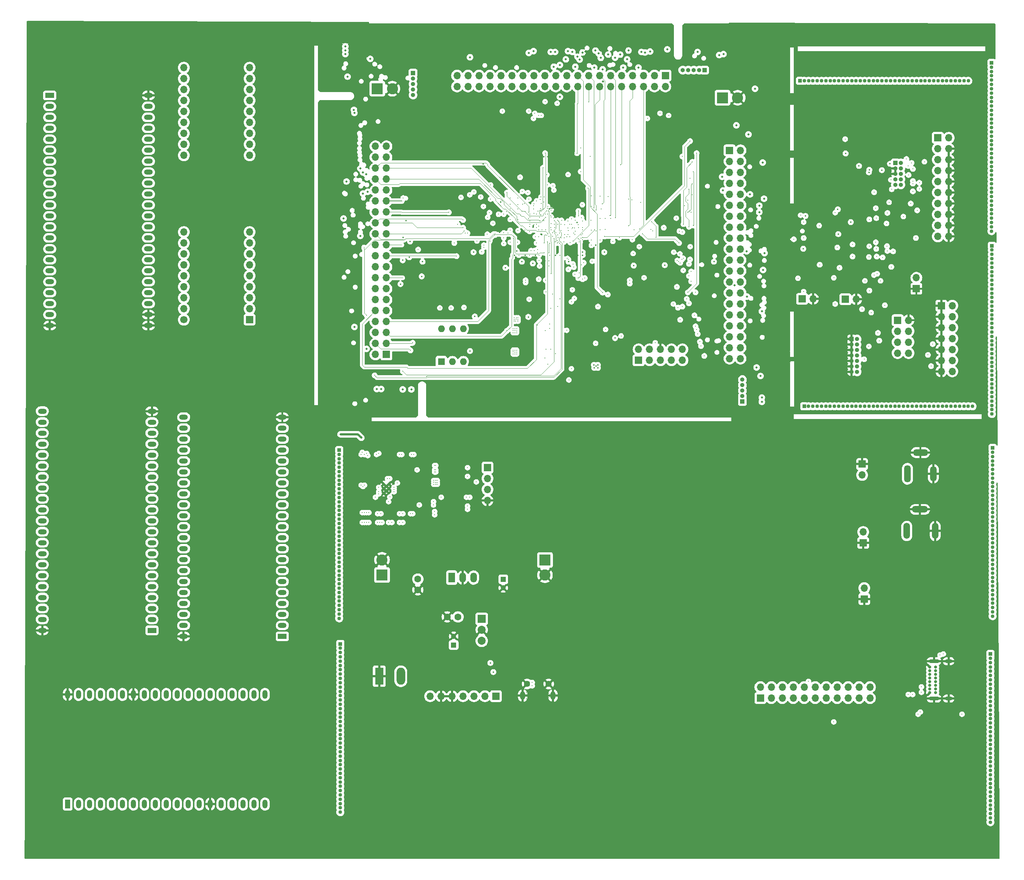
<source format=gbr>
%TF.GenerationSoftware,KiCad,Pcbnew,(7.0.0)*%
%TF.CreationDate,2023-03-18T13:26:33-04:00*%
%TF.ProjectId,FPGAs-Ard_RPi_BB,46504741-732d-4417-9264-5f5250695f42,rev?*%
%TF.SameCoordinates,Original*%
%TF.FileFunction,Copper,L2,Inr*%
%TF.FilePolarity,Positive*%
%FSLAX46Y46*%
G04 Gerber Fmt 4.6, Leading zero omitted, Abs format (unit mm)*
G04 Created by KiCad (PCBNEW (7.0.0)) date 2023-03-18 13:26:33*
%MOMM*%
%LPD*%
G01*
G04 APERTURE LIST*
%TA.AperFunction,ComponentPad*%
%ADD10R,1.000000X1.000000*%
%TD*%
%TA.AperFunction,ComponentPad*%
%ADD11O,1.000000X1.000000*%
%TD*%
%TA.AperFunction,ComponentPad*%
%ADD12C,1.600000*%
%TD*%
%TA.AperFunction,ComponentPad*%
%ADD13R,1.200000X2.000000*%
%TD*%
%TA.AperFunction,ComponentPad*%
%ADD14O,1.200000X2.000000*%
%TD*%
%TA.AperFunction,ComponentPad*%
%ADD15R,0.850000X0.850000*%
%TD*%
%TA.AperFunction,ComponentPad*%
%ADD16O,0.850000X0.850000*%
%TD*%
%TA.AperFunction,ComponentPad*%
%ADD17R,1.700000X1.700000*%
%TD*%
%TA.AperFunction,ComponentPad*%
%ADD18O,1.700000X1.700000*%
%TD*%
%TA.AperFunction,ComponentPad*%
%ADD19O,3.708400X1.498600*%
%TD*%
%TA.AperFunction,ComponentPad*%
%ADD20O,1.498600X3.708400*%
%TD*%
%TA.AperFunction,ComponentPad*%
%ADD21C,0.700000*%
%TD*%
%TA.AperFunction,ComponentPad*%
%ADD22O,2.400000X0.900000*%
%TD*%
%TA.AperFunction,ComponentPad*%
%ADD23O,1.700000X0.900000*%
%TD*%
%TA.AperFunction,ComponentPad*%
%ADD24R,1.200000X1.200000*%
%TD*%
%TA.AperFunction,ComponentPad*%
%ADD25C,1.200000*%
%TD*%
%TA.AperFunction,ComponentPad*%
%ADD26R,2.000000X1.200000*%
%TD*%
%TA.AperFunction,ComponentPad*%
%ADD27O,2.000000X1.200000*%
%TD*%
%TA.AperFunction,ComponentPad*%
%ADD28R,1.860000X1.860000*%
%TD*%
%TA.AperFunction,ComponentPad*%
%ADD29C,1.860000*%
%TD*%
%TA.AperFunction,ComponentPad*%
%ADD30C,1.700000*%
%TD*%
%TA.AperFunction,ComponentPad*%
%ADD31R,2.600000X2.600000*%
%TD*%
%TA.AperFunction,ComponentPad*%
%ADD32C,2.600000*%
%TD*%
%TA.AperFunction,ComponentPad*%
%ADD33O,1.507998X4.008120*%
%TD*%
%TA.AperFunction,ComponentPad*%
%ADD34O,1.507998X3.507994*%
%TD*%
%TA.AperFunction,ComponentPad*%
%ADD35O,3.507994X1.507998*%
%TD*%
%TA.AperFunction,ComponentPad*%
%ADD36R,1.600000X1.600000*%
%TD*%
%TA.AperFunction,ComponentPad*%
%ADD37O,1.600000X1.600000*%
%TD*%
%TA.AperFunction,ComponentPad*%
%ADD38O,1.200000X1.900000*%
%TD*%
%TA.AperFunction,ComponentPad*%
%ADD39C,1.450000*%
%TD*%
%TA.AperFunction,ComponentPad*%
%ADD40R,1.500000X2.300000*%
%TD*%
%TA.AperFunction,ComponentPad*%
%ADD41O,1.500000X2.300000*%
%TD*%
%TA.AperFunction,ComponentPad*%
%ADD42C,0.500000*%
%TD*%
%TA.AperFunction,ComponentPad*%
%ADD43R,1.980000X3.960000*%
%TD*%
%TA.AperFunction,ComponentPad*%
%ADD44O,1.980000X3.960000*%
%TD*%
%TA.AperFunction,ViaPad*%
%ADD45C,0.101600*%
%TD*%
%TA.AperFunction,ViaPad*%
%ADD46C,0.500000*%
%TD*%
%TA.AperFunction,ViaPad*%
%ADD47C,0.254000*%
%TD*%
%TA.AperFunction,ViaPad*%
%ADD48C,0.355600*%
%TD*%
%TA.AperFunction,ViaPad*%
%ADD49C,0.304800*%
%TD*%
%TA.AperFunction,Conductor*%
%ADD50C,0.101600*%
%TD*%
%TA.AperFunction,Conductor*%
%ADD51C,0.058000*%
%TD*%
%TA.AperFunction,Conductor*%
%ADD52C,0.152400*%
%TD*%
%TA.AperFunction,Conductor*%
%ADD53C,0.200000*%
%TD*%
%TA.AperFunction,Conductor*%
%ADD54C,0.508000*%
%TD*%
G04 APERTURE END LIST*
D10*
%TO.N,Net-(PCIe_J3-TRST#)*%
%TO.C,PCIe_J3_JTAG1*%
X334849999Y-27499999D03*
D11*
%TO.N,Net-(PCIe_J3-TCK)*%
X333579999Y-27499999D03*
%TO.N,Net-(PCIe_J3-TDI)*%
X332309999Y-27499999D03*
%TO.N,Net-(PCIe_J3-TDO)*%
X331039999Y-27499999D03*
%TO.N,Net-(PCIe_J3-TMS)*%
X329769999Y-27499999D03*
%TD*%
D10*
%TO.N,Net-(PCIe_J2-TRST#)*%
%TO.C,PCIe_J2_JTAG1*%
X267299999Y-28189999D03*
D11*
%TO.N,Net-(PCIe_J2-TCK)*%
X267299999Y-29459999D03*
%TO.N,Net-(PCIe_J2-TDI)*%
X267299999Y-30729999D03*
%TO.N,Net-(PCIe_J2-TDO)*%
X267299999Y-31999999D03*
%TO.N,Net-(PCIe_J2-TMS)*%
X267299999Y-33269999D03*
%TD*%
D10*
%TO.N,Net-(PCIe_J1-TRST#)*%
%TO.C,PCIe_J1_JTAG1*%
X343599999Y-104309999D03*
D11*
%TO.N,Net-(PCIe_J1-TCK)*%
X343599999Y-103039999D03*
%TO.N,Net-(PCIe_J1-TDI)*%
X343599999Y-101769999D03*
%TO.N,Net-(PCIe_J1-TDO)*%
X343599999Y-100499999D03*
%TO.N,Net-(PCIe_J1-TMS)*%
X343599999Y-99229999D03*
%TD*%
D12*
%TO.N,Net-(PWR_DC_IN1-Pin_1)*%
%TO.C,PR_C9*%
X268400000Y-145450000D03*
%TO.N,GND*%
X268400000Y-147950000D03*
%TD*%
D13*
%TO.N,unconnected-(U2-3V3-Pad1)*%
%TO.C,U2*%
X187279999Y-197599999D03*
D14*
%TO.N,unconnected-(U2-CHIP_PU-Pad2)*%
X189819999Y-197599999D03*
%TO.N,unconnected-(U2-SENSOR_VP{slash}GPIO36{slash}ADC1_CH0-Pad3)*%
X192359999Y-197599999D03*
%TO.N,unconnected-(U2-SENSOR_VN{slash}GPIO39{slash}ADC1_CH3-Pad4)*%
X194899999Y-197599999D03*
%TO.N,unconnected-(U2-VDET_1{slash}GPIO34{slash}ADC1_CH6-Pad5)*%
X197439999Y-197599999D03*
%TO.N,unconnected-(U2-VDET_2{slash}GPIO35{slash}ADC1_CH7-Pad6)*%
X199979999Y-197599999D03*
%TO.N,unconnected-(U2-32K_XP{slash}GPIO32{slash}ADC1_CH4-Pad7)*%
X202519999Y-197599999D03*
%TO.N,unconnected-(U2-32K_XN{slash}GPIO33{slash}ADC1_CH5-Pad8)*%
X205059999Y-197599999D03*
%TO.N,unconnected-(U2-DAC_1{slash}ADC2_CH8{slash}GPIO25-Pad9)*%
X207599999Y-197599999D03*
%TO.N,unconnected-(U2-DAC_2{slash}ADC2_CH9{slash}GPIO26-Pad10)*%
X210139999Y-197599999D03*
%TO.N,unconnected-(U2-ADC2_CH7{slash}GPIO27-Pad11)*%
X212679999Y-197599999D03*
%TO.N,unconnected-(U2-MTMS{slash}GPIO14{slash}ADC2_CH6-Pad12)*%
X215219999Y-197599999D03*
%TO.N,unconnected-(U2-MTDI{slash}GPIO12{slash}ADC2_CH5-Pad13)*%
X217759999Y-197599999D03*
%TO.N,GND*%
X220299999Y-197599999D03*
%TO.N,unconnected-(U2-MTCK{slash}GPIO13{slash}ADC2_CH4-Pad15)*%
X222839999Y-197599999D03*
%TO.N,unconnected-(U2-SD_DATA2{slash}GPIO9-Pad16)*%
X225379999Y-197599999D03*
%TO.N,unconnected-(U2-SD_DATA3{slash}GPIO10-Pad17)*%
X227919999Y-197599999D03*
%TO.N,unconnected-(U2-CMD-Pad18)*%
X230459999Y-197599999D03*
%TO.N,unconnected-(U2-5V-Pad19)*%
X232999999Y-197599999D03*
%TO.N,unconnected-(U2-SD_CLK{slash}GPIO6-Pad20)*%
X232997279Y-172203679D03*
%TO.N,unconnected-(U2-SD_DATA0{slash}GPIO7-Pad21)*%
X230457279Y-172203679D03*
%TO.N,unconnected-(U2-SD_DATA1{slash}GPIO8-Pad22)*%
X227919999Y-172199999D03*
%TO.N,unconnected-(U2-MTDO{slash}GPIO15{slash}ADC2_CH3-Pad23)*%
X225379999Y-172199999D03*
%TO.N,unconnected-(U2-ADC2_CH2{slash}GPIO2-Pad24)*%
X222839999Y-172199999D03*
%TO.N,unconnected-(U2-GPIO0{slash}BOOT{slash}ADC2_CH1-Pad25)*%
X220299999Y-172199999D03*
%TO.N,unconnected-(U2-ADC2_CH0{slash}GPIO4-Pad26)*%
X217759999Y-172199999D03*
%TO.N,unconnected-(U2-GPIO16-Pad27)*%
X215219999Y-172199999D03*
%TO.N,unconnected-(U2-GPIO17-Pad28)*%
X212679999Y-172199999D03*
%TO.N,unconnected-(U2-GPIO5-Pad29)*%
X210139999Y-172199999D03*
%TO.N,unconnected-(U2-GPIO18-Pad30)*%
X207599999Y-172199999D03*
%TO.N,unconnected-(U2-GPIO19-Pad31)*%
X205059999Y-172199999D03*
%TO.N,GND*%
X202519999Y-172199999D03*
%TO.N,unconnected-(U2-GPIO21-Pad33)*%
X199979999Y-172199999D03*
%TO.N,unconnected-(U2-U0RXD{slash}GPIO3-Pad34)*%
X197439999Y-172199999D03*
%TO.N,unconnected-(U2-U0TXD{slash}GPIO1-Pad35)*%
X194899999Y-172199999D03*
%TO.N,unconnected-(U2-GPIO22-Pad36)*%
X192359999Y-172199999D03*
%TO.N,unconnected-(U2-GPIO23-Pad37)*%
X189819999Y-172199999D03*
%TO.N,GND*%
X187279999Y-172199999D03*
%TD*%
D15*
%TO.N,unconnected-(BO_9-Pin_1-Pad1)*%
%TO.C,BO_9*%
X356927999Y-29971999D03*
D16*
%TO.N,unconnected-(BO_9-Pin_2-Pad2)*%
X357927999Y-29971999D03*
%TO.N,unconnected-(BO_9-Pin_3-Pad3)*%
X358927999Y-29971999D03*
%TO.N,unconnected-(BO_9-Pin_4-Pad4)*%
X359927999Y-29971999D03*
%TO.N,unconnected-(BO_9-Pin_5-Pad5)*%
X360927999Y-29971999D03*
%TO.N,unconnected-(BO_9-Pin_6-Pad6)*%
X361927999Y-29971999D03*
%TO.N,unconnected-(BO_9-Pin_7-Pad7)*%
X362927999Y-29971999D03*
%TO.N,unconnected-(BO_9-Pin_8-Pad8)*%
X363927999Y-29971999D03*
%TO.N,unconnected-(BO_9-Pin_9-Pad9)*%
X364927999Y-29971999D03*
%TO.N,unconnected-(BO_9-Pin_10-Pad10)*%
X365927999Y-29971999D03*
%TO.N,unconnected-(BO_9-Pin_11-Pad11)*%
X366927999Y-29971999D03*
%TO.N,unconnected-(BO_9-Pin_12-Pad12)*%
X367927999Y-29971999D03*
%TO.N,unconnected-(BO_9-Pin_13-Pad13)*%
X368927999Y-29971999D03*
%TO.N,unconnected-(BO_9-Pin_14-Pad14)*%
X369927999Y-29971999D03*
%TO.N,unconnected-(BO_9-Pin_15-Pad15)*%
X370927999Y-29971999D03*
%TO.N,unconnected-(BO_9-Pin_16-Pad16)*%
X371927999Y-29971999D03*
%TO.N,unconnected-(BO_9-Pin_17-Pad17)*%
X372927999Y-29971999D03*
%TO.N,unconnected-(BO_9-Pin_18-Pad18)*%
X373927999Y-29971999D03*
%TO.N,unconnected-(BO_9-Pin_19-Pad19)*%
X374927999Y-29971999D03*
%TO.N,unconnected-(BO_9-Pin_20-Pad20)*%
X375927999Y-29971999D03*
%TO.N,unconnected-(BO_9-Pin_21-Pad21)*%
X376927999Y-29971999D03*
%TO.N,unconnected-(BO_9-Pin_22-Pad22)*%
X377927999Y-29971999D03*
%TO.N,unconnected-(BO_9-Pin_23-Pad23)*%
X378927999Y-29971999D03*
%TO.N,unconnected-(BO_9-Pin_24-Pad24)*%
X379927999Y-29971999D03*
%TO.N,unconnected-(BO_9-Pin_25-Pad25)*%
X380927999Y-29971999D03*
%TO.N,unconnected-(BO_9-Pin_26-Pad26)*%
X381927999Y-29971999D03*
%TO.N,unconnected-(BO_9-Pin_27-Pad27)*%
X382927999Y-29971999D03*
%TO.N,unconnected-(BO_9-Pin_28-Pad28)*%
X383927999Y-29971999D03*
%TO.N,unconnected-(BO_9-Pin_29-Pad29)*%
X384927999Y-29971999D03*
%TO.N,unconnected-(BO_9-Pin_30-Pad30)*%
X385927999Y-29971999D03*
%TO.N,unconnected-(BO_9-Pin_31-Pad31)*%
X386927999Y-29971999D03*
%TO.N,unconnected-(BO_9-Pin_32-Pad32)*%
X387927999Y-29971999D03*
%TO.N,unconnected-(BO_9-Pin_33-Pad33)*%
X388927999Y-29971999D03*
%TO.N,unconnected-(BO_9-Pin_34-Pad34)*%
X389927999Y-29971999D03*
%TO.N,unconnected-(BO_9-Pin_35-Pad35)*%
X390927999Y-29971999D03*
%TO.N,unconnected-(BO_9-Pin_36-Pad36)*%
X391927999Y-29971999D03*
%TO.N,unconnected-(BO_9-Pin_37-Pad37)*%
X392927999Y-29971999D03*
%TO.N,unconnected-(BO_9-Pin_38-Pad38)*%
X393927999Y-29971999D03*
%TO.N,unconnected-(BO_9-Pin_39-Pad39)*%
X394927999Y-29971999D03*
%TO.N,unconnected-(BO_9-Pin_40-Pad40)*%
X395927999Y-29971999D03*
%TD*%
D15*
%TO.N,unconnected-(BO_6-Pin_1-Pad1)*%
%TO.C,BO_6*%
X401573999Y-115063999D03*
D16*
%TO.N,unconnected-(BO_6-Pin_2-Pad2)*%
X401573999Y-116063999D03*
%TO.N,unconnected-(BO_6-Pin_3-Pad3)*%
X401573999Y-117063999D03*
%TO.N,unconnected-(BO_6-Pin_4-Pad4)*%
X401573999Y-118063999D03*
%TO.N,unconnected-(BO_6-Pin_5-Pad5)*%
X401573999Y-119063999D03*
%TO.N,unconnected-(BO_6-Pin_6-Pad6)*%
X401573999Y-120063999D03*
%TO.N,unconnected-(BO_6-Pin_7-Pad7)*%
X401573999Y-121063999D03*
%TO.N,unconnected-(BO_6-Pin_8-Pad8)*%
X401573999Y-122063999D03*
%TO.N,unconnected-(BO_6-Pin_9-Pad9)*%
X401573999Y-123063999D03*
%TO.N,unconnected-(BO_6-Pin_10-Pad10)*%
X401573999Y-124063999D03*
%TO.N,unconnected-(BO_6-Pin_11-Pad11)*%
X401573999Y-125063999D03*
%TO.N,unconnected-(BO_6-Pin_12-Pad12)*%
X401573999Y-126063999D03*
%TO.N,unconnected-(BO_6-Pin_13-Pad13)*%
X401573999Y-127063999D03*
%TO.N,unconnected-(BO_6-Pin_14-Pad14)*%
X401573999Y-128063999D03*
%TO.N,unconnected-(BO_6-Pin_15-Pad15)*%
X401573999Y-129063999D03*
%TO.N,unconnected-(BO_6-Pin_16-Pad16)*%
X401573999Y-130063999D03*
%TO.N,unconnected-(BO_6-Pin_17-Pad17)*%
X401573999Y-131063999D03*
%TO.N,unconnected-(BO_6-Pin_18-Pad18)*%
X401573999Y-132063999D03*
%TO.N,unconnected-(BO_6-Pin_19-Pad19)*%
X401573999Y-133063999D03*
%TO.N,unconnected-(BO_6-Pin_20-Pad20)*%
X401573999Y-134063999D03*
%TO.N,unconnected-(BO_6-Pin_21-Pad21)*%
X401573999Y-135063999D03*
%TO.N,unconnected-(BO_6-Pin_22-Pad22)*%
X401573999Y-136063999D03*
%TO.N,unconnected-(BO_6-Pin_23-Pad23)*%
X401573999Y-137063999D03*
%TO.N,unconnected-(BO_6-Pin_24-Pad24)*%
X401573999Y-138063999D03*
%TO.N,unconnected-(BO_6-Pin_25-Pad25)*%
X401573999Y-139063999D03*
%TO.N,unconnected-(BO_6-Pin_26-Pad26)*%
X401573999Y-140063999D03*
%TO.N,unconnected-(BO_6-Pin_27-Pad27)*%
X401573999Y-141063999D03*
%TO.N,unconnected-(BO_6-Pin_28-Pad28)*%
X401573999Y-142063999D03*
%TO.N,unconnected-(BO_6-Pin_29-Pad29)*%
X401573999Y-143063999D03*
%TO.N,unconnected-(BO_6-Pin_30-Pad30)*%
X401573999Y-144063999D03*
%TO.N,unconnected-(BO_6-Pin_31-Pad31)*%
X401573999Y-145063999D03*
%TO.N,unconnected-(BO_6-Pin_32-Pad32)*%
X401573999Y-146063999D03*
%TO.N,unconnected-(BO_6-Pin_33-Pad33)*%
X401573999Y-147063999D03*
%TO.N,unconnected-(BO_6-Pin_34-Pad34)*%
X401573999Y-148063999D03*
%TO.N,unconnected-(BO_6-Pin_35-Pad35)*%
X401573999Y-149063999D03*
%TO.N,unconnected-(BO_6-Pin_36-Pad36)*%
X401573999Y-150063999D03*
%TO.N,unconnected-(BO_6-Pin_37-Pad37)*%
X401573999Y-151063999D03*
%TO.N,unconnected-(BO_6-Pin_38-Pad38)*%
X401573999Y-152063999D03*
%TO.N,unconnected-(BO_6-Pin_39-Pad39)*%
X401573999Y-153063999D03*
%TO.N,unconnected-(BO_6-Pin_40-Pad40)*%
X401573999Y-154063999D03*
%TD*%
D15*
%TO.N,unconnected-(BO_5-Pin_1-Pad1)*%
%TO.C,BO_5*%
X401065999Y-162815999D03*
D16*
%TO.N,unconnected-(BO_5-Pin_2-Pad2)*%
X401065999Y-163815999D03*
%TO.N,unconnected-(BO_5-Pin_3-Pad3)*%
X401065999Y-164815999D03*
%TO.N,unconnected-(BO_5-Pin_4-Pad4)*%
X401065999Y-165815999D03*
%TO.N,unconnected-(BO_5-Pin_5-Pad5)*%
X401065999Y-166815999D03*
%TO.N,unconnected-(BO_5-Pin_6-Pad6)*%
X401065999Y-167815999D03*
%TO.N,unconnected-(BO_5-Pin_7-Pad7)*%
X401065999Y-168815999D03*
%TO.N,unconnected-(BO_5-Pin_8-Pad8)*%
X401065999Y-169815999D03*
%TO.N,unconnected-(BO_5-Pin_9-Pad9)*%
X401065999Y-170815999D03*
%TO.N,unconnected-(BO_5-Pin_10-Pad10)*%
X401065999Y-171815999D03*
%TO.N,unconnected-(BO_5-Pin_11-Pad11)*%
X401065999Y-172815999D03*
%TO.N,unconnected-(BO_5-Pin_12-Pad12)*%
X401065999Y-173815999D03*
%TO.N,unconnected-(BO_5-Pin_13-Pad13)*%
X401065999Y-174815999D03*
%TO.N,unconnected-(BO_5-Pin_14-Pad14)*%
X401065999Y-175815999D03*
%TO.N,unconnected-(BO_5-Pin_15-Pad15)*%
X401065999Y-176815999D03*
%TO.N,unconnected-(BO_5-Pin_16-Pad16)*%
X401065999Y-177815999D03*
%TO.N,unconnected-(BO_5-Pin_17-Pad17)*%
X401065999Y-178815999D03*
%TO.N,unconnected-(BO_5-Pin_18-Pad18)*%
X401065999Y-179815999D03*
%TO.N,unconnected-(BO_5-Pin_19-Pad19)*%
X401065999Y-180815999D03*
%TO.N,unconnected-(BO_5-Pin_20-Pad20)*%
X401065999Y-181815999D03*
%TO.N,unconnected-(BO_5-Pin_21-Pad21)*%
X401065999Y-182815999D03*
%TO.N,unconnected-(BO_5-Pin_22-Pad22)*%
X401065999Y-183815999D03*
%TO.N,unconnected-(BO_5-Pin_23-Pad23)*%
X401065999Y-184815999D03*
%TO.N,unconnected-(BO_5-Pin_24-Pad24)*%
X401065999Y-185815999D03*
%TO.N,unconnected-(BO_5-Pin_25-Pad25)*%
X401065999Y-186815999D03*
%TO.N,unconnected-(BO_5-Pin_26-Pad26)*%
X401065999Y-187815999D03*
%TO.N,unconnected-(BO_5-Pin_27-Pad27)*%
X401065999Y-188815999D03*
%TO.N,unconnected-(BO_5-Pin_28-Pad28)*%
X401065999Y-189815999D03*
%TO.N,unconnected-(BO_5-Pin_29-Pad29)*%
X401065999Y-190815999D03*
%TO.N,unconnected-(BO_5-Pin_30-Pad30)*%
X401065999Y-191815999D03*
%TO.N,unconnected-(BO_5-Pin_31-Pad31)*%
X401065999Y-192815999D03*
%TO.N,unconnected-(BO_5-Pin_32-Pad32)*%
X401065999Y-193815999D03*
%TO.N,unconnected-(BO_5-Pin_33-Pad33)*%
X401065999Y-194815999D03*
%TO.N,unconnected-(BO_5-Pin_34-Pad34)*%
X401065999Y-195815999D03*
%TO.N,unconnected-(BO_5-Pin_35-Pad35)*%
X401065999Y-196815999D03*
%TO.N,unconnected-(BO_5-Pin_36-Pad36)*%
X401065999Y-197815999D03*
%TO.N,unconnected-(BO_5-Pin_37-Pad37)*%
X401065999Y-198815999D03*
%TO.N,unconnected-(BO_5-Pin_38-Pad38)*%
X401065999Y-199815999D03*
%TO.N,unconnected-(BO_5-Pin_39-Pad39)*%
X401065999Y-200815999D03*
%TO.N,unconnected-(BO_5-Pin_40-Pad40)*%
X401065999Y-201815999D03*
%TD*%
D15*
%TO.N,unconnected-(BO_7-Pin_1-Pad1)*%
%TO.C,BO_7*%
X401399999Y-68199999D03*
D16*
%TO.N,unconnected-(BO_7-Pin_2-Pad2)*%
X401399999Y-69199999D03*
%TO.N,unconnected-(BO_7-Pin_3-Pad3)*%
X401399999Y-70199999D03*
%TO.N,unconnected-(BO_7-Pin_4-Pad4)*%
X401399999Y-71199999D03*
%TO.N,unconnected-(BO_7-Pin_5-Pad5)*%
X401399999Y-72199999D03*
%TO.N,unconnected-(BO_7-Pin_6-Pad6)*%
X401399999Y-73199999D03*
%TO.N,unconnected-(BO_7-Pin_7-Pad7)*%
X401399999Y-74199999D03*
%TO.N,unconnected-(BO_7-Pin_8-Pad8)*%
X401399999Y-75199999D03*
%TO.N,unconnected-(BO_7-Pin_9-Pad9)*%
X401399999Y-76199999D03*
%TO.N,unconnected-(BO_7-Pin_10-Pad10)*%
X401399999Y-77199999D03*
%TO.N,unconnected-(BO_7-Pin_11-Pad11)*%
X401399999Y-78199999D03*
%TO.N,unconnected-(BO_7-Pin_12-Pad12)*%
X401399999Y-79199999D03*
%TO.N,unconnected-(BO_7-Pin_13-Pad13)*%
X401399999Y-80199999D03*
%TO.N,unconnected-(BO_7-Pin_14-Pad14)*%
X401399999Y-81199999D03*
%TO.N,unconnected-(BO_7-Pin_15-Pad15)*%
X401399999Y-82199999D03*
%TO.N,unconnected-(BO_7-Pin_16-Pad16)*%
X401399999Y-83199999D03*
%TO.N,unconnected-(BO_7-Pin_17-Pad17)*%
X401399999Y-84199999D03*
%TO.N,unconnected-(BO_7-Pin_18-Pad18)*%
X401399999Y-85199999D03*
%TO.N,unconnected-(BO_7-Pin_19-Pad19)*%
X401399999Y-86199999D03*
%TO.N,unconnected-(BO_7-Pin_20-Pad20)*%
X401399999Y-87199999D03*
%TO.N,unconnected-(BO_7-Pin_21-Pad21)*%
X401399999Y-88199999D03*
%TO.N,unconnected-(BO_7-Pin_22-Pad22)*%
X401399999Y-89199999D03*
%TO.N,unconnected-(BO_7-Pin_23-Pad23)*%
X401399999Y-90199999D03*
%TO.N,unconnected-(BO_7-Pin_24-Pad24)*%
X401399999Y-91199999D03*
%TO.N,unconnected-(BO_7-Pin_25-Pad25)*%
X401399999Y-92199999D03*
%TO.N,unconnected-(BO_7-Pin_26-Pad26)*%
X401399999Y-93199999D03*
%TO.N,unconnected-(BO_7-Pin_27-Pad27)*%
X401399999Y-94199999D03*
%TO.N,unconnected-(BO_7-Pin_28-Pad28)*%
X401399999Y-95199999D03*
%TO.N,unconnected-(BO_7-Pin_29-Pad29)*%
X401399999Y-96199999D03*
%TO.N,unconnected-(BO_7-Pin_30-Pad30)*%
X401399999Y-97199999D03*
%TO.N,unconnected-(BO_7-Pin_31-Pad31)*%
X401399999Y-98199999D03*
%TO.N,unconnected-(BO_7-Pin_32-Pad32)*%
X401399999Y-99199999D03*
%TO.N,unconnected-(BO_7-Pin_33-Pad33)*%
X401399999Y-100199999D03*
%TO.N,unconnected-(BO_7-Pin_34-Pad34)*%
X401399999Y-101199999D03*
%TO.N,unconnected-(BO_7-Pin_35-Pad35)*%
X401399999Y-102199999D03*
%TO.N,unconnected-(BO_7-Pin_36-Pad36)*%
X401399999Y-103199999D03*
%TO.N,unconnected-(BO_7-Pin_37-Pad37)*%
X401399999Y-104199999D03*
%TO.N,unconnected-(BO_7-Pin_38-Pad38)*%
X401399999Y-105199999D03*
%TO.N,unconnected-(BO_7-Pin_39-Pad39)*%
X401399999Y-106199999D03*
%TO.N,unconnected-(BO_7-Pin_40-Pad40)*%
X401399999Y-107199999D03*
%TD*%
D17*
%TO.N,unconnected-(QSPI_JTAG1-PRGM_B0-Pad1)*%
%TO.C,QSPI_JTAG1*%
X319549999Y-94749999D03*
D18*
%TO.N,/Xilinx_FPGAs/FLASH_SPI_DQ1*%
X319549999Y-92209999D03*
%TO.N,/Xilinx_FPGAs/FLASH_SPI_DQ3*%
X322089999Y-94749999D03*
%TO.N,unconnected-(QSPI_JTAG1-CLK-Pad4)*%
X322089999Y-92209999D03*
%TO.N,/Xilinx_FPGAs/FLASH_SPI_DQ2*%
X324629999Y-94749999D03*
%TO.N,GND*%
X324629999Y-92209999D03*
%TO.N,unconnected-(QSPI_JTAG1-SPI_CS-Pad7)*%
X327169999Y-94749999D03*
%TO.N,+3V3*%
X327169999Y-92209999D03*
%TO.N,/Xilinx_FPGAs/FLASH_SPI_DQ0*%
X329709999Y-94749999D03*
%TO.N,unconnected-(QSPI_JTAG1-NC-Pad10)*%
X329709999Y-92209999D03*
%TD*%
D17*
%TO.N,+5VD*%
%TO.C,FPGA_PWR_J1*%
X284547499Y-119605999D03*
D18*
%TO.N,unconnected-(FPGA_PWR_J1-Pin_2-Pad2)*%
X284547499Y-122145999D03*
%TO.N,/Powering_Options/PGOOD*%
X284547499Y-124685999D03*
%TO.N,GND*%
X284547499Y-127225999D03*
%TD*%
D19*
%TO.N,GND*%
%TO.C,DC_PWR_J1*%
X384733889Y-129304909D03*
D20*
X388283887Y-134304899D03*
%TO.N,Net-(DC_J1-Pin_2)*%
X381683890Y-134304899D03*
%TD*%
D21*
%TO.N,GND*%
%TO.C,USB3_TypeC1*%
X387015000Y-171800000D03*
%TO.N,VBUS*%
X387015000Y-170950000D03*
%TO.N,Net-(USB3_TypeC1-CC1)*%
X387015000Y-170100000D03*
%TO.N,Net-(USB3_TypeC_J1-Pin_6)*%
X387015000Y-169250000D03*
%TO.N,Net-(USB3_TypeC_J1-Pin_7)*%
X387015000Y-168400000D03*
%TO.N,Net-(USB3_TypeC1-SBU1)*%
X387015000Y-167550000D03*
%TO.N,VBUS*%
X387015000Y-166700000D03*
%TO.N,GND*%
X387015000Y-165850000D03*
X388365000Y-165850000D03*
%TO.N,VBUS*%
X388365000Y-166700000D03*
%TO.N,Net-(USB3_TypeC1-CC2)*%
X388365000Y-167550000D03*
%TO.N,Net-(USB3_TypeC_J1-Pin_17)*%
X388365000Y-168400000D03*
%TO.N,Net-(USB3_TypeC_J1-Pin_18)*%
X388365000Y-169250000D03*
%TO.N,Net-(USB3_TypeC1-SBU2)*%
X388365000Y-170100000D03*
%TO.N,VBUS*%
X388365000Y-170950000D03*
%TO.N,GND*%
X388365000Y-171800000D03*
D22*
X387994999Y-173149999D03*
D23*
X391374999Y-173149999D03*
D22*
X387994999Y-164499999D03*
D23*
X391374999Y-164499999D03*
%TD*%
D17*
%TO.N,/Xilinx_FPGAs/IO_L7P_T1_D09_14*%
%TO.C,FPGA_J2*%
X340624999Y-46089999D03*
D18*
%TO.N,/Xilinx_FPGAs/IO_L12N_T1_MRCC_14*%
X343164999Y-46089999D03*
%TO.N,/Xilinx_FPGAs/IO_L7N_T1_D10_14*%
X340624999Y-48629999D03*
%TO.N,/Xilinx_FPGAs/IO_L12P_T1_MRCC_14*%
X343164999Y-48629999D03*
%TO.N,/Xilinx_FPGAs/IO_L4N_T0_D05_14*%
X340624999Y-51169999D03*
%TO.N,/Xilinx_FPGAs/Y1_CLK_OUT_N*%
X343164999Y-51169999D03*
%TO.N,/Xilinx_FPGAs/IO_L5P_T0_D06_14*%
X340624999Y-53709999D03*
%TO.N,/Xilinx_FPGAs/Y1_CLK_OUT_P*%
X343164999Y-53709999D03*
%TO.N,/Xilinx_FPGAs/IO_L3P_T0_DQS_PUDC_B_14*%
X340624999Y-56249999D03*
%TO.N,/Xilinx_FPGAs/IO_L17N_T2_D29_14*%
X343164999Y-56249999D03*
%TO.N,/Xilinx_FPGAs/IO_L3N_T0_DQS_EMCCLK_14*%
X340624999Y-58789999D03*
%TO.N,/Xilinx_FPGAs/IO_L11N_T1_SRCC_14*%
X343164999Y-58789999D03*
%TO.N,/Xilinx_FPGAs/FLASH_SPI_DQ3*%
X340624999Y-61329999D03*
%TO.N,/Xilinx_FPGAs/IO_L11P_T1_SRCC_14*%
X343164999Y-61329999D03*
%TO.N,/Xilinx_FPGAs/IO_L4P_T0_D04_14*%
X340624999Y-63869999D03*
%TO.N,/Xilinx_FPGAs/IO_L14N_T2_SRCC_14*%
X343164999Y-63869999D03*
%TO.N,/Xilinx_FPGAs/IO_L5N_T0_D07_14*%
X340624999Y-66409999D03*
%TO.N,/Xilinx_FPGAs/IO_L16N_T2_D31_14*%
X343164999Y-66409999D03*
%TO.N,/Xilinx_FPGAs/IO_L25_14*%
X340624999Y-68949999D03*
%TO.N,/Xilinx_FPGAs/IO_L16P_T2_D31_14*%
X343164999Y-68949999D03*
%TO.N,unconnected-(FPGA_J2-Pin_21-Pad21)*%
X340624999Y-71489999D03*
%TO.N,/Xilinx_FPGAs/IO_L10N_T1_D15_14*%
X343164999Y-71489999D03*
%TO.N,unconnected-(FPGA_J2-Pin_23-Pad23)*%
X340624999Y-74029999D03*
%TO.N,/Xilinx_FPGAs/IO_L10P_T1_D14_14*%
X343164999Y-74029999D03*
%TO.N,unconnected-(FPGA_J2-Pin_25-Pad25)*%
X340624999Y-76569999D03*
%TO.N,/Xilinx_FPGAs/IO_L8N_T1_D12_14*%
X343164999Y-76569999D03*
%TO.N,unconnected-(FPGA_J2-Pin_27-Pad27)*%
X340624999Y-79109999D03*
%TO.N,/Xilinx_FPGAs/IO_L14P_T2_SRCC_14*%
X343164999Y-79109999D03*
%TO.N,unconnected-(FPGA_J2-Pin_29-Pad29)*%
X340624999Y-81649999D03*
%TO.N,/Xilinx_FPGAs/IO_L15N_T2_DQS_DOUT_CSO_B_14*%
X343164999Y-81649999D03*
%TO.N,unconnected-(FPGA_J2-Pin_31-Pad31)*%
X340624999Y-84189999D03*
%TO.N,/Xilinx_FPGAs/IO_L15P_T2_DQS_RDWR_B_14*%
X343164999Y-84189999D03*
%TO.N,unconnected-(FPGA_J2-Pin_33-Pad33)*%
X340624999Y-86729999D03*
%TO.N,/Xilinx_FPGAs/IO_L9N_T1_DQS_RDWR_B_14*%
X343164999Y-86729999D03*
%TO.N,unconnected-(FPGA_J2-Pin_35-Pad35)*%
X340624999Y-89269999D03*
%TO.N,/Xilinx_FPGAs/IO_L9P_T1_DQS_14*%
X343164999Y-89269999D03*
%TO.N,unconnected-(FPGA_J2-Pin_37-Pad37)*%
X340624999Y-91809999D03*
%TO.N,/Xilinx_FPGAs/IO_L8P_T1_D11_14*%
X343164999Y-91809999D03*
%TO.N,unconnected-(FPGA_J2-Pin_39-Pad39)*%
X340624999Y-94349999D03*
%TO.N,/Xilinx_FPGAs/IO_L13N_T2_MRCC_14*%
X343164999Y-94349999D03*
%TD*%
D12*
%TO.N,+5VD*%
%TO.C,PR_C5*%
X277710000Y-154231100D03*
%TO.N,GND*%
X275210000Y-154231100D03*
%TD*%
D24*
%TO.N,+3V3*%
%TO.C,PR_C6*%
X276709999Y-160731099D03*
D25*
%TO.N,GND*%
X276710000Y-158731100D03*
%TD*%
D26*
%TO.N,unconnected-(U5-3V3-Pad1)*%
%TO.C,U5*%
X206799999Y-157343439D03*
D27*
%TO.N,unconnected-(U5-GPIO0{slash}BOOT-Pad2)*%
X206799999Y-154803439D03*
%TO.N,unconnected-(U5-GPIO1{slash}ADC1_CH0-Pad3)*%
X206799999Y-152263439D03*
%TO.N,unconnected-(U5-GPIO2{slash}ADC1_CH1-Pad4)*%
X206799999Y-149723439D03*
%TO.N,unconnected-(U5-GPIO3{slash}ADC1_CH2-Pad5)*%
X206799999Y-147183439D03*
%TO.N,unconnected-(U5-GPIO4{slash}ADC1_CH3-Pad6)*%
X206799999Y-144643439D03*
%TO.N,unconnected-(U5-GPIO5{slash}ADC1_CH4-Pad7)*%
X206799999Y-142103439D03*
%TO.N,unconnected-(U5-GPIO6{slash}ADC1_CH5-Pad8)*%
X206799999Y-139563439D03*
%TO.N,unconnected-(U5-GPIO7{slash}ADC1_CH6-Pad9)*%
X206799999Y-137023439D03*
%TO.N,unconnected-(U5-GPIO8{slash}ADC1_CH7-Pad10)*%
X206799999Y-134483439D03*
%TO.N,unconnected-(U5-GPIO9{slash}ADC1_CH8-Pad11)*%
X206799999Y-131943439D03*
%TO.N,unconnected-(U5-GPIO10{slash}ADC1_CH9-Pad12)*%
X206799999Y-129403439D03*
%TO.N,unconnected-(U5-GPIO11{slash}ADC2_CH0-Pad13)*%
X206799999Y-126863439D03*
%TO.N,unconnected-(U5-GPIO12{slash}ADC2_CH1-Pad14)*%
X206799999Y-124323439D03*
%TO.N,unconnected-(U5-GPIO13{slash}ADC2_CH2-Pad15)*%
X206799999Y-121783439D03*
%TO.N,unconnected-(U5-GPIO14{slash}ADC2_CH3-Pad16)*%
X206799999Y-119243439D03*
%TO.N,unconnected-(U5-GPIO15{slash}ADC2_CH4{slash}XTAL_32K_P-Pad17)*%
X206799999Y-116703439D03*
%TO.N,unconnected-(U5-GPIO16{slash}ADC2_CH5{slash}XTAL_32K_N-Pad18)*%
X206799999Y-114163439D03*
%TO.N,unconnected-(U5-ADC2_CH7{slash}DAC_2{slash}GPIO17-Pad19)*%
X206799999Y-111623439D03*
%TO.N,unconnected-(U5-5V-Pad20)*%
X206799999Y-109083439D03*
%TO.N,GND*%
X206799999Y-106543439D03*
%TO.N,unconnected-(U5-ADC2_CH6{slash}DAC_1{slash}GPIO18-Pad22)*%
X181399999Y-106543439D03*
%TO.N,unconnected-(U5-USB_D-{slash}ADC2_CH8{slash}GPIO19-Pad23)*%
X181399999Y-109083439D03*
%TO.N,unconnected-(U5-USB_D+{slash}ADC2_CH9{slash}GPIO20-Pad24)*%
X181399999Y-111623439D03*
%TO.N,unconnected-(U5-GPIO21-Pad25)*%
X181399999Y-114163439D03*
%TO.N,unconnected-(U5-SPI_CS1{slash}GPIO26-Pad26)*%
X181399999Y-116703439D03*
%TO.N,unconnected-(U5-GPIO33-Pad27)*%
X181399999Y-119243439D03*
%TO.N,unconnected-(U5-GPIO34-Pad28)*%
X181399999Y-121783439D03*
%TO.N,unconnected-(U5-GPIO35-Pad29)*%
X181399999Y-124323439D03*
%TO.N,unconnected-(U5-GPIO36-Pad30)*%
X181399999Y-126863439D03*
%TO.N,unconnected-(U5-GPIO37-Pad31)*%
X181399999Y-129403439D03*
%TO.N,unconnected-(U5-GPIO38-Pad32)*%
X181399999Y-131943439D03*
%TO.N,unconnected-(U5-MTCK{slash}JTAG{slash}GPIO39-Pad33)*%
X181399999Y-134483439D03*
%TO.N,unconnected-(U5-MTDI{slash}JTAG{slash}GPIO41-Pad34)*%
X181399999Y-137023439D03*
%TO.N,unconnected-(U5-MTDO{slash}JTAG{slash}GPIO40-Pad35)*%
X181399999Y-139563439D03*
%TO.N,unconnected-(U5-MTMS{slash}JTAG{slash}GPIO42-Pad36)*%
X181399999Y-142103439D03*
%TO.N,unconnected-(U5-GPIO43{slash}U0TXD{slash}PROG-Pad37)*%
X181399999Y-144643439D03*
%TO.N,unconnected-(U5-GPIO44{slash}U0RXD{slash}PROG-Pad38)*%
X181399999Y-147183439D03*
%TO.N,unconnected-(U5-GPIO45-Pad39)*%
X181399999Y-149723439D03*
%TO.N,unconnected-(U5-GPIO46-Pad40)*%
X181399999Y-152263439D03*
%TO.N,unconnected-(U5-CHIP{slash}PU{slash}RESET-Pad41)*%
X181399999Y-154803439D03*
%TO.N,GND*%
X181399999Y-157343439D03*
%TD*%
D28*
%TO.N,+5VD*%
%TO.C,PR_U3_3V1*%
X283209999Y-154685999D03*
D29*
%TO.N,GND*%
X283210000Y-157226000D03*
%TO.N,+3V3*%
X283210000Y-159766000D03*
%TD*%
D17*
%TO.N,unconnected-(USB3_TypeC_J1-Pin_1-Pad1)*%
%TO.C,USB3_TypeC_J1*%
X347754999Y-173039999D03*
D18*
%TO.N,Net-(USB3_TypeC1-TX1+)*%
X347754999Y-170499999D03*
%TO.N,Net-(USB3_TypeC1-TX1-)*%
X350294999Y-173039999D03*
%TO.N,VBUS*%
X350294999Y-170499999D03*
%TO.N,Net-(USB3_TypeC1-CC1)*%
X352834999Y-173039999D03*
%TO.N,Net-(USB3_TypeC_J1-Pin_6)*%
X352834999Y-170499999D03*
%TO.N,Net-(USB3_TypeC_J1-Pin_7)*%
X355374999Y-173039999D03*
%TO.N,Net-(USB3_TypeC1-SBU1)*%
X355374999Y-170499999D03*
%TO.N,unconnected-(USB3_TypeC_J1-Pin_9-Pad9)*%
X357914999Y-173039999D03*
%TO.N,Net-(USB3_TypeC1-RX2-)*%
X357914999Y-170499999D03*
%TO.N,Net-(USB3_TypeC1-RX2+)*%
X360454999Y-173039999D03*
%TO.N,unconnected-(USB3_TypeC_J1-Pin_12-Pad12)*%
X360454999Y-170499999D03*
%TO.N,Net-(USB3_TypeC1-TX2+)*%
X362994999Y-173039999D03*
%TO.N,Net-(USB3_TypeC1-TX2-)*%
X362994999Y-170499999D03*
%TO.N,unconnected-(USB3_TypeC_J1-Pin_15-Pad15)*%
X365534999Y-173039999D03*
%TO.N,Net-(USB3_TypeC1-CC2)*%
X365534999Y-170499999D03*
%TO.N,Net-(USB3_TypeC_J1-Pin_17)*%
X368074999Y-173039999D03*
%TO.N,Net-(USB3_TypeC_J1-Pin_18)*%
X368074999Y-170499999D03*
%TO.N,Net-(USB3_TypeC1-SBU2)*%
X370614999Y-173039999D03*
%TO.N,unconnected-(USB3_TypeC_J1-Pin_20-Pad20)*%
X370614999Y-170499999D03*
%TO.N,Net-(USB3_TypeC1-RX1-)*%
X373154999Y-173039999D03*
%TO.N,Net-(USB3_TypeC1-RX1+)*%
X373154999Y-170499999D03*
%TD*%
D17*
%TO.N,VBUS*%
%TO.C,J_USB_uB2*%
X286494999Y-172600999D03*
D18*
%TO.N,Net-(J_USB_uB1-D-)*%
X283954999Y-172600999D03*
%TO.N,Net-(J_USB_uB1-D+)*%
X281414999Y-172600999D03*
%TO.N,Net-(J_USB_uB1-ID)*%
X278874999Y-172600999D03*
%TO.N,GND*%
X276334999Y-172600999D03*
X273794999Y-172600999D03*
%TO.N,+3V3*%
X271254999Y-172600999D03*
%TD*%
D17*
%TO.N,unconnected-(Digilent_Cmod_S7-D_IO_1-Pad1)*%
%TO.C,Digilent_Cmod_S7*%
X229439999Y-85339999D03*
D18*
%TO.N,unconnected-(Digilent_Cmod_S7-D_IO_2-Pad2)*%
X229439999Y-82799999D03*
%TO.N,unconnected-(Digilent_Cmod_S7-D_IO_3-Pad3)*%
X229439999Y-80259999D03*
%TO.N,unconnected-(Digilent_Cmod_S7-D_IO_4-Pad4)*%
X229439999Y-77719999D03*
%TO.N,unconnected-(Digilent_Cmod_S7-D_IO_5-Pad5)*%
X229439999Y-75179999D03*
%TO.N,unconnected-(Digilent_Cmod_S7-D_IO_6-Pad6)*%
X229439999Y-72639999D03*
%TO.N,unconnected-(Digilent_Cmod_S7-D_IO_7-Pad7)*%
X229439999Y-70099999D03*
%TO.N,unconnected-(Digilent_Cmod_S7-D_IO_8-Pad8)*%
X229439999Y-67559999D03*
%TO.N,unconnected-(Digilent_Cmod_S7-D_IO_9-Pad9)*%
X229439999Y-65019999D03*
%TO.N,unconnected-(Digilent_Cmod_S7-D_IO_10-Pad16)*%
X229439999Y-47239999D03*
%TO.N,unconnected-(Digilent_Cmod_S7-D_IO_11-Pad17)*%
X229439999Y-44699999D03*
%TO.N,unconnected-(Digilent_Cmod_S7-D_IO_12-Pad18)*%
X229439999Y-42159999D03*
%TO.N,unconnected-(Digilent_Cmod_S7-D_IO_13-Pad19)*%
X229439999Y-39619999D03*
%TO.N,unconnected-(Digilent_Cmod_S7-D_IO_14-Pad20)*%
X229439999Y-37079999D03*
%TO.N,unconnected-(Digilent_Cmod_S7-D_IO_15-Pad21)*%
X229439999Y-34539999D03*
%TO.N,unconnected-(Digilent_Cmod_S7-D_IO_16-Pad22)*%
X229439999Y-31999999D03*
%TO.N,unconnected-(Digilent_Cmod_S7-D_IO_17-Pad23)*%
X229439999Y-29459999D03*
%TO.N,unconnected-(Digilent_Cmod_S7-VU-Pad24)*%
X229439999Y-26919999D03*
%TO.N,unconnected-(Digilent_Cmod_S7-GND-Pad25)*%
X214199999Y-26919999D03*
%TO.N,unconnected-(Digilent_Cmod_S7-D_IO_18-Pad26)*%
X214199999Y-29459999D03*
%TO.N,unconnected-(Digilent_Cmod_S7-D_IO_19-Pad27)*%
X214199999Y-31999999D03*
%TO.N,unconnected-(Digilent_Cmod_S7-D_IO_20-Pad28)*%
X214199999Y-34539999D03*
%TO.N,unconnected-(Digilent_Cmod_S7-D_IO_21-Pad29)*%
X214199999Y-37079999D03*
%TO.N,unconnected-(Digilent_Cmod_S7-D_IO_22-Pad30)*%
X214199999Y-39619999D03*
%TO.N,unconnected-(Digilent_Cmod_S7-D_IO_23-Pad31)*%
X214199999Y-42159999D03*
%TO.N,unconnected-(Digilent_Cmod_S7-A_IO_2-Pad32)*%
X214199999Y-44699999D03*
%TO.N,unconnected-(Digilent_Cmod_S7-A_IO_1-Pad33)*%
X214199999Y-47239999D03*
%TO.N,unconnected-(Digilent_Cmod_S7-D_IO_24-Pad40)*%
X214199999Y-65019999D03*
%TO.N,unconnected-(Digilent_Cmod_S7-D_IO_25-Pad41)*%
X214199999Y-67559999D03*
%TO.N,unconnected-(Digilent_Cmod_S7-D_IO_26-Pad42)*%
X214199999Y-70099999D03*
%TO.N,unconnected-(Digilent_Cmod_S7-D_IO_27-Pad43)*%
X214199999Y-72639999D03*
%TO.N,unconnected-(Digilent_Cmod_S7-D_IO_28-Pad44)*%
X214199999Y-75179999D03*
%TO.N,unconnected-(Digilent_Cmod_S7-D_IO_29-Pad45)*%
X214199999Y-77719999D03*
%TO.N,unconnected-(Digilent_Cmod_S7-D_IO_30-Pad46)*%
X214199999Y-80259999D03*
%TO.N,unconnected-(Digilent_Cmod_S7-D_IO_31-Pad47)*%
X214199999Y-82799999D03*
D30*
%TO.N,unconnected-(Digilent_Cmod_S7-D_IO_32-Pad48)*%
X214200000Y-85340000D03*
%TD*%
D15*
%TO.N,unconnected-(BO_16-Pin_1-Pad1)*%
%TO.C,BO_16*%
X357919999Y-105409999D03*
D16*
%TO.N,unconnected-(BO_16-Pin_2-Pad2)*%
X358919999Y-105409999D03*
%TO.N,unconnected-(BO_16-Pin_3-Pad3)*%
X359919999Y-105409999D03*
%TO.N,unconnected-(BO_16-Pin_4-Pad4)*%
X360919999Y-105409999D03*
%TO.N,unconnected-(BO_16-Pin_5-Pad5)*%
X361919999Y-105409999D03*
%TO.N,unconnected-(BO_16-Pin_6-Pad6)*%
X362919999Y-105409999D03*
%TO.N,unconnected-(BO_16-Pin_7-Pad7)*%
X363919999Y-105409999D03*
%TO.N,unconnected-(BO_16-Pin_8-Pad8)*%
X364919999Y-105409999D03*
%TO.N,unconnected-(BO_16-Pin_9-Pad9)*%
X365919999Y-105409999D03*
%TO.N,unconnected-(BO_16-Pin_10-Pad10)*%
X366919999Y-105409999D03*
%TO.N,unconnected-(BO_16-Pin_11-Pad11)*%
X367919999Y-105409999D03*
%TO.N,unconnected-(BO_16-Pin_12-Pad12)*%
X368919999Y-105409999D03*
%TO.N,unconnected-(BO_16-Pin_13-Pad13)*%
X369919999Y-105409999D03*
%TO.N,unconnected-(BO_16-Pin_14-Pad14)*%
X370919999Y-105409999D03*
%TO.N,unconnected-(BO_16-Pin_15-Pad15)*%
X371919999Y-105409999D03*
%TO.N,unconnected-(BO_16-Pin_16-Pad16)*%
X372919999Y-105409999D03*
%TO.N,unconnected-(BO_16-Pin_17-Pad17)*%
X373919999Y-105409999D03*
%TO.N,unconnected-(BO_16-Pin_18-Pad18)*%
X374919999Y-105409999D03*
%TO.N,unconnected-(BO_16-Pin_19-Pad19)*%
X375919999Y-105409999D03*
%TO.N,unconnected-(BO_16-Pin_20-Pad20)*%
X376919999Y-105409999D03*
%TO.N,unconnected-(BO_16-Pin_21-Pad21)*%
X377919999Y-105409999D03*
%TO.N,unconnected-(BO_16-Pin_22-Pad22)*%
X378919999Y-105409999D03*
%TO.N,unconnected-(BO_16-Pin_23-Pad23)*%
X379919999Y-105409999D03*
%TO.N,unconnected-(BO_16-Pin_24-Pad24)*%
X380919999Y-105409999D03*
%TO.N,unconnected-(BO_16-Pin_25-Pad25)*%
X381919999Y-105409999D03*
%TO.N,unconnected-(BO_16-Pin_26-Pad26)*%
X382919999Y-105409999D03*
%TO.N,unconnected-(BO_16-Pin_27-Pad27)*%
X383919999Y-105409999D03*
%TO.N,unconnected-(BO_16-Pin_28-Pad28)*%
X384919999Y-105409999D03*
%TO.N,unconnected-(BO_16-Pin_29-Pad29)*%
X385919999Y-105409999D03*
%TO.N,unconnected-(BO_16-Pin_30-Pad30)*%
X386919999Y-105409999D03*
%TO.N,unconnected-(BO_16-Pin_31-Pad31)*%
X387919999Y-105409999D03*
%TO.N,unconnected-(BO_16-Pin_32-Pad32)*%
X388919999Y-105409999D03*
%TO.N,unconnected-(BO_16-Pin_33-Pad33)*%
X389919999Y-105409999D03*
%TO.N,unconnected-(BO_16-Pin_34-Pad34)*%
X390919999Y-105409999D03*
%TO.N,unconnected-(BO_16-Pin_35-Pad35)*%
X391919999Y-105409999D03*
%TO.N,unconnected-(BO_16-Pin_36-Pad36)*%
X392919999Y-105409999D03*
%TO.N,unconnected-(BO_16-Pin_37-Pad37)*%
X393919999Y-105409999D03*
%TO.N,unconnected-(BO_16-Pin_38-Pad38)*%
X394919999Y-105409999D03*
%TO.N,unconnected-(BO_16-Pin_39-Pad39)*%
X395919999Y-105409999D03*
%TO.N,unconnected-(BO_16-Pin_40-Pad40)*%
X396919999Y-105409999D03*
%TD*%
D26*
%TO.N,unconnected-(U4-3V3-Pad1)*%
%TO.C,U4*%
X236999999Y-158739999D03*
D27*
%TO.N,unconnected-(U4-GPIO0{slash}BOOT-Pad2)*%
X236999999Y-156199999D03*
%TO.N,unconnected-(U4-GPIO1{slash}TOUCH1{slash}ADC1_CH0-Pad3)*%
X236999999Y-153659999D03*
%TO.N,unconnected-(U4-GPIO2{slash}TOUCH2{slash}ADC1_CH1-Pad4)*%
X236999999Y-151119999D03*
%TO.N,unconnected-(U4-GPIO3{slash}TOUCH3{slash}ADC1_CH2-Pad5)*%
X236999999Y-148579999D03*
%TO.N,unconnected-(U4-GPIO4{slash}TOUCH4{slash}ADC1_CH3-Pad6)*%
X236999999Y-146039999D03*
%TO.N,unconnected-(U4-GPIO5{slash}TOUCH5{slash}ADC1_CH4-Pad7)*%
X236999999Y-143499999D03*
%TO.N,unconnected-(U4-GPIO6{slash}TOUCH6{slash}ADC1_CH5-Pad8)*%
X236999999Y-140959999D03*
%TO.N,unconnected-(U4-GPIO7{slash}TOUCH7{slash}ADC1_CH6-Pad9)*%
X236999999Y-138419999D03*
%TO.N,unconnected-(U4-GPIO8{slash}TOUCH8{slash}ADC1_CH7-Pad10)*%
X236999999Y-135879999D03*
%TO.N,unconnected-(U4-GPIO9{slash}TOUCH9{slash}ADC1_CH8{slash}FSPIHD-Pad11)*%
X236999999Y-133339999D03*
%TO.N,unconnected-(U4-GPIO10{slash}TOUCH10{slash}ADC1_CH9{slash}FSPICS0{slash}FSPIIO4-Pad12)*%
X236999999Y-130799999D03*
%TO.N,unconnected-(U4-GPIO11{slash}TOUCH11{slash}ADC2_CH0{slash}FSPID{slash}FSPIIO5-Pad13)*%
X236999999Y-128259999D03*
%TO.N,unconnected-(U4-GPIO12{slash}TOUCH12{slash}ADC2_CH1{slash}FSPICLK{slash}FSPIIO6-Pad14)*%
X236999999Y-125719999D03*
%TO.N,unconnected-(U4-GPIO13{slash}TOUCH13{slash}ADC2_CH2{slash}FSPIQ{slash}FSPIIO7-Pad15)*%
X236999999Y-123179999D03*
%TO.N,unconnected-(U4-GPIO14{slash}TOUCH14{slash}ADC2_CH3{slash}FSPIWP{slash}FSPIDQS-Pad16)*%
X236999999Y-120639999D03*
%TO.N,unconnected-(U4-GPIO15{slash}U0RTS{slash}ADC2_CH4{slash}XTAL_32K_P-Pad17)*%
X236999999Y-118099999D03*
%TO.N,unconnected-(U4-GPIO16{slash}U0CTS{slash}ADC2_CH5{slash}XTAL_32K_N-Pad18)*%
X236999999Y-115559999D03*
%TO.N,unconnected-(U4-GPIO17{slash}U1TXD{slash}ADC2_CH6{slash}DAC_1-Pad19)*%
X236999999Y-113019999D03*
%TO.N,unconnected-(U4-5V0-Pad20)*%
X237003679Y-110482719D03*
%TO.N,GND*%
X237003679Y-107942719D03*
%TO.N,unconnected-(U4-GPIO18{slash}U1RXD{slash}ADC2_CH7{slash}DAC_2{slash}CLK_OUT3{slash}RGB_LED-Pad22)*%
X214143679Y-107942719D03*
%TO.N,unconnected-(U4-GPIO19{slash}U1RTS{slash}ADC2_CH8{slash}CLK_OUT2{slash}USB_D--Pad23)*%
X214139999Y-110482719D03*
%TO.N,unconnected-(U4-GPIO20{slash}U1CTS{slash}ADC2_CH9{slash}CLK_OUT1{slash}USB_D+-Pad24)*%
X214139999Y-113022719D03*
%TO.N,unconnected-(U4-GPIO21-Pad25)*%
X214139999Y-115562719D03*
%TO.N,unconnected-(U4-GPIO26-Pad26)*%
X214139999Y-118102719D03*
%TO.N,unconnected-(U4-GPIO33-Pad27)*%
X214139999Y-120642719D03*
%TO.N,unconnected-(U4-GPIO34-Pad28)*%
X214139999Y-123182719D03*
%TO.N,unconnected-(U4-GPIO35-Pad29)*%
X214139999Y-125722719D03*
%TO.N,unconnected-(U4-GPIO36-Pad30)*%
X214139999Y-128262719D03*
%TO.N,unconnected-(U4-GPIO37-Pad31)*%
X214139999Y-130802719D03*
%TO.N,unconnected-(U4-GPIO38-Pad32)*%
X214139999Y-133342719D03*
%TO.N,unconnected-(U4-MTCK{slash}JTAG{slash}GPIO39-Pad33)*%
X214139999Y-135882719D03*
%TO.N,unconnected-(U4-MTDO{slash}JTAG{slash}GPIO40-Pad34)*%
X214139999Y-138422719D03*
%TO.N,unconnected-(U4-MTDI{slash}JTAG{slash}GPIO41-Pad35)*%
X214139999Y-140962719D03*
%TO.N,unconnected-(U4-MTMS{slash}JTAG{slash}GPIO42-Pad36)*%
X214139999Y-143502719D03*
%TO.N,unconnected-(U4-U0TXD{slash}GPIO43{slash}CLK_OUT1-Pad37)*%
X214139999Y-146042719D03*
%TO.N,unconnected-(U4-U0RXD{slash}GPIO44{slash}CLK_OUT2-Pad38)*%
X214139999Y-148582719D03*
%TO.N,unconnected-(U4-GPIO45{slash}VSPI-Pad39)*%
X214139999Y-151122719D03*
%TO.N,unconnected-(U4-GPIO46{slash}LOG-Pad40)*%
X214139999Y-153662719D03*
%TO.N,unconnected-(U4-~{RST}-Pad41)*%
X214139999Y-156202719D03*
%TO.N,GND*%
X214139999Y-158742719D03*
%TD*%
D15*
%TO.N,unconnected-(BO_4-Pin_1-Pad1)*%
%TO.C,BO_4*%
X250443999Y-160481999D03*
D16*
%TO.N,unconnected-(BO_4-Pin_2-Pad2)*%
X250443999Y-161481999D03*
%TO.N,unconnected-(BO_4-Pin_3-Pad3)*%
X250443999Y-162481999D03*
%TO.N,unconnected-(BO_4-Pin_4-Pad4)*%
X250443999Y-163481999D03*
%TO.N,unconnected-(BO_4-Pin_5-Pad5)*%
X250443999Y-164481999D03*
%TO.N,unconnected-(BO_4-Pin_6-Pad6)*%
X250443999Y-165481999D03*
%TO.N,unconnected-(BO_4-Pin_7-Pad7)*%
X250443999Y-166481999D03*
%TO.N,unconnected-(BO_4-Pin_8-Pad8)*%
X250443999Y-167481999D03*
%TO.N,unconnected-(BO_4-Pin_9-Pad9)*%
X250443999Y-168481999D03*
%TO.N,unconnected-(BO_4-Pin_10-Pad10)*%
X250443999Y-169481999D03*
%TO.N,unconnected-(BO_4-Pin_11-Pad11)*%
X250443999Y-170481999D03*
%TO.N,unconnected-(BO_4-Pin_12-Pad12)*%
X250443999Y-171481999D03*
%TO.N,unconnected-(BO_4-Pin_13-Pad13)*%
X250443999Y-172481999D03*
%TO.N,unconnected-(BO_4-Pin_14-Pad14)*%
X250443999Y-173481999D03*
%TO.N,unconnected-(BO_4-Pin_15-Pad15)*%
X250443999Y-174481999D03*
%TO.N,unconnected-(BO_4-Pin_16-Pad16)*%
X250443999Y-175481999D03*
%TO.N,unconnected-(BO_4-Pin_17-Pad17)*%
X250443999Y-176481999D03*
%TO.N,unconnected-(BO_4-Pin_18-Pad18)*%
X250443999Y-177481999D03*
%TO.N,unconnected-(BO_4-Pin_19-Pad19)*%
X250443999Y-178481999D03*
%TO.N,unconnected-(BO_4-Pin_20-Pad20)*%
X250443999Y-179481999D03*
%TO.N,unconnected-(BO_4-Pin_21-Pad21)*%
X250443999Y-180481999D03*
%TO.N,unconnected-(BO_4-Pin_22-Pad22)*%
X250443999Y-181481999D03*
%TO.N,unconnected-(BO_4-Pin_23-Pad23)*%
X250443999Y-182481999D03*
%TO.N,unconnected-(BO_4-Pin_24-Pad24)*%
X250443999Y-183481999D03*
%TO.N,unconnected-(BO_4-Pin_25-Pad25)*%
X250443999Y-184481999D03*
%TO.N,unconnected-(BO_4-Pin_26-Pad26)*%
X250443999Y-185481999D03*
%TO.N,unconnected-(BO_4-Pin_27-Pad27)*%
X250443999Y-186481999D03*
%TO.N,unconnected-(BO_4-Pin_28-Pad28)*%
X250443999Y-187481999D03*
%TO.N,unconnected-(BO_4-Pin_29-Pad29)*%
X250443999Y-188481999D03*
%TO.N,unconnected-(BO_4-Pin_30-Pad30)*%
X250443999Y-189481999D03*
%TO.N,unconnected-(BO_4-Pin_31-Pad31)*%
X250443999Y-190481999D03*
%TO.N,unconnected-(BO_4-Pin_32-Pad32)*%
X250443999Y-191481999D03*
%TO.N,unconnected-(BO_4-Pin_33-Pad33)*%
X250443999Y-192481999D03*
%TO.N,unconnected-(BO_4-Pin_34-Pad34)*%
X250443999Y-193481999D03*
%TO.N,unconnected-(BO_4-Pin_35-Pad35)*%
X250443999Y-194481999D03*
%TO.N,unconnected-(BO_4-Pin_36-Pad36)*%
X250443999Y-195481999D03*
%TO.N,unconnected-(BO_4-Pin_37-Pad37)*%
X250443999Y-196481999D03*
%TO.N,unconnected-(BO_4-Pin_38-Pad38)*%
X250443999Y-197481999D03*
%TO.N,unconnected-(BO_4-Pin_39-Pad39)*%
X250443999Y-198481999D03*
%TO.N,unconnected-(BO_4-Pin_40-Pad40)*%
X250443999Y-199481999D03*
%TD*%
D15*
%TO.N,unconnected-(BO_8-Pin_1-Pad1)*%
%TO.C,BO_8*%
X401319999Y-25813999D03*
D16*
%TO.N,unconnected-(BO_8-Pin_2-Pad2)*%
X401319999Y-26813999D03*
%TO.N,unconnected-(BO_8-Pin_3-Pad3)*%
X401319999Y-27813999D03*
%TO.N,unconnected-(BO_8-Pin_4-Pad4)*%
X401319999Y-28813999D03*
%TO.N,unconnected-(BO_8-Pin_5-Pad5)*%
X401319999Y-29813999D03*
%TO.N,unconnected-(BO_8-Pin_6-Pad6)*%
X401319999Y-30813999D03*
%TO.N,unconnected-(BO_8-Pin_7-Pad7)*%
X401319999Y-31813999D03*
%TO.N,unconnected-(BO_8-Pin_8-Pad8)*%
X401319999Y-32813999D03*
%TO.N,unconnected-(BO_8-Pin_9-Pad9)*%
X401319999Y-33813999D03*
%TO.N,unconnected-(BO_8-Pin_10-Pad10)*%
X401319999Y-34813999D03*
%TO.N,unconnected-(BO_8-Pin_11-Pad11)*%
X401319999Y-35813999D03*
%TO.N,unconnected-(BO_8-Pin_12-Pad12)*%
X401319999Y-36813999D03*
%TO.N,unconnected-(BO_8-Pin_13-Pad13)*%
X401319999Y-37813999D03*
%TO.N,unconnected-(BO_8-Pin_14-Pad14)*%
X401319999Y-38813999D03*
%TO.N,unconnected-(BO_8-Pin_15-Pad15)*%
X401319999Y-39813999D03*
%TO.N,unconnected-(BO_8-Pin_16-Pad16)*%
X401319999Y-40813999D03*
%TO.N,unconnected-(BO_8-Pin_17-Pad17)*%
X401319999Y-41813999D03*
%TO.N,unconnected-(BO_8-Pin_18-Pad18)*%
X401319999Y-42813999D03*
%TO.N,unconnected-(BO_8-Pin_19-Pad19)*%
X401319999Y-43813999D03*
%TO.N,unconnected-(BO_8-Pin_20-Pad20)*%
X401319999Y-44813999D03*
%TO.N,unconnected-(BO_8-Pin_21-Pad21)*%
X401319999Y-45813999D03*
%TO.N,unconnected-(BO_8-Pin_22-Pad22)*%
X401319999Y-46813999D03*
%TO.N,unconnected-(BO_8-Pin_23-Pad23)*%
X401319999Y-47813999D03*
%TO.N,unconnected-(BO_8-Pin_24-Pad24)*%
X401319999Y-48813999D03*
%TO.N,unconnected-(BO_8-Pin_25-Pad25)*%
X401319999Y-49813999D03*
%TO.N,unconnected-(BO_8-Pin_26-Pad26)*%
X401319999Y-50813999D03*
%TO.N,unconnected-(BO_8-Pin_27-Pad27)*%
X401319999Y-51813999D03*
%TO.N,unconnected-(BO_8-Pin_28-Pad28)*%
X401319999Y-52813999D03*
%TO.N,unconnected-(BO_8-Pin_29-Pad29)*%
X401319999Y-53813999D03*
%TO.N,unconnected-(BO_8-Pin_30-Pad30)*%
X401319999Y-54813999D03*
%TO.N,unconnected-(BO_8-Pin_31-Pad31)*%
X401319999Y-55813999D03*
%TO.N,unconnected-(BO_8-Pin_32-Pad32)*%
X401319999Y-56813999D03*
%TO.N,unconnected-(BO_8-Pin_33-Pad33)*%
X401319999Y-57813999D03*
%TO.N,unconnected-(BO_8-Pin_34-Pad34)*%
X401319999Y-58813999D03*
%TO.N,unconnected-(BO_8-Pin_35-Pad35)*%
X401319999Y-59813999D03*
%TO.N,unconnected-(BO_8-Pin_36-Pad36)*%
X401319999Y-60813999D03*
%TO.N,unconnected-(BO_8-Pin_37-Pad37)*%
X401319999Y-61813999D03*
%TO.N,unconnected-(BO_8-Pin_38-Pad38)*%
X401319999Y-62813999D03*
%TO.N,unconnected-(BO_8-Pin_39-Pad39)*%
X401319999Y-63813999D03*
%TO.N,unconnected-(BO_8-Pin_40-Pad40)*%
X401319999Y-64813999D03*
%TD*%
D31*
%TO.N,+12V*%
%TO.C,12V_J1*%
X258999999Y-31799999D03*
D32*
%TO.N,GND*%
X262500000Y-31800000D03*
%TD*%
D31*
%TO.N,Net-(PWR_DC_IN1-Pin_1)*%
%TO.C,PWR_DC_IN1*%
X260099999Y-144499999D03*
D32*
%TO.N,GND*%
X260100000Y-141000000D03*
%TD*%
D17*
%TO.N,Net-(PWR_OUT2-Pin_1)*%
%TO.C,PWR_OUT2*%
X357424999Y-80499999D03*
D18*
%TO.N,GND*%
X359964999Y-80499999D03*
%TD*%
D15*
%TO.N,unconnected-(BO_3-Pin_1-Pad1)*%
%TO.C,BO_3*%
X250189999Y-115555999D03*
D16*
%TO.N,unconnected-(BO_3-Pin_2-Pad2)*%
X250189999Y-116555999D03*
%TO.N,unconnected-(BO_3-Pin_3-Pad3)*%
X250189999Y-117555999D03*
%TO.N,unconnected-(BO_3-Pin_4-Pad4)*%
X250189999Y-118555999D03*
%TO.N,unconnected-(BO_3-Pin_5-Pad5)*%
X250189999Y-119555999D03*
%TO.N,unconnected-(BO_3-Pin_6-Pad6)*%
X250189999Y-120555999D03*
%TO.N,unconnected-(BO_3-Pin_7-Pad7)*%
X250189999Y-121555999D03*
%TO.N,unconnected-(BO_3-Pin_8-Pad8)*%
X250189999Y-122555999D03*
%TO.N,unconnected-(BO_3-Pin_9-Pad9)*%
X250189999Y-123555999D03*
%TO.N,unconnected-(BO_3-Pin_10-Pad10)*%
X250189999Y-124555999D03*
%TO.N,unconnected-(BO_3-Pin_11-Pad11)*%
X250189999Y-125555999D03*
%TO.N,unconnected-(BO_3-Pin_12-Pad12)*%
X250189999Y-126555999D03*
%TO.N,unconnected-(BO_3-Pin_13-Pad13)*%
X250189999Y-127555999D03*
%TO.N,unconnected-(BO_3-Pin_14-Pad14)*%
X250189999Y-128555999D03*
%TO.N,unconnected-(BO_3-Pin_15-Pad15)*%
X250189999Y-129555999D03*
%TO.N,unconnected-(BO_3-Pin_16-Pad16)*%
X250189999Y-130555999D03*
%TO.N,unconnected-(BO_3-Pin_17-Pad17)*%
X250189999Y-131555999D03*
%TO.N,unconnected-(BO_3-Pin_18-Pad18)*%
X250189999Y-132555999D03*
%TO.N,unconnected-(BO_3-Pin_19-Pad19)*%
X250189999Y-133555999D03*
%TO.N,unconnected-(BO_3-Pin_20-Pad20)*%
X250189999Y-134555999D03*
%TO.N,unconnected-(BO_3-Pin_21-Pad21)*%
X250189999Y-135555999D03*
%TO.N,unconnected-(BO_3-Pin_22-Pad22)*%
X250189999Y-136555999D03*
%TO.N,unconnected-(BO_3-Pin_23-Pad23)*%
X250189999Y-137555999D03*
%TO.N,unconnected-(BO_3-Pin_24-Pad24)*%
X250189999Y-138555999D03*
%TO.N,unconnected-(BO_3-Pin_25-Pad25)*%
X250189999Y-139555999D03*
%TO.N,unconnected-(BO_3-Pin_26-Pad26)*%
X250189999Y-140555999D03*
%TO.N,unconnected-(BO_3-Pin_27-Pad27)*%
X250189999Y-141555999D03*
%TO.N,unconnected-(BO_3-Pin_28-Pad28)*%
X250189999Y-142555999D03*
%TO.N,unconnected-(BO_3-Pin_29-Pad29)*%
X250189999Y-143555999D03*
%TO.N,unconnected-(BO_3-Pin_30-Pad30)*%
X250189999Y-144555999D03*
%TO.N,unconnected-(BO_3-Pin_31-Pad31)*%
X250189999Y-145555999D03*
%TO.N,unconnected-(BO_3-Pin_32-Pad32)*%
X250189999Y-146555999D03*
%TO.N,unconnected-(BO_3-Pin_33-Pad33)*%
X250189999Y-147555999D03*
%TO.N,unconnected-(BO_3-Pin_34-Pad34)*%
X250189999Y-148555999D03*
%TO.N,unconnected-(BO_3-Pin_35-Pad35)*%
X250189999Y-149555999D03*
%TO.N,unconnected-(BO_3-Pin_36-Pad36)*%
X250189999Y-150555999D03*
%TO.N,unconnected-(BO_3-Pin_37-Pad37)*%
X250189999Y-151555999D03*
%TO.N,unconnected-(BO_3-Pin_38-Pad38)*%
X250189999Y-152555999D03*
%TO.N,unconnected-(BO_3-Pin_39-Pad39)*%
X250189999Y-153555999D03*
%TO.N,unconnected-(BO_3-Pin_40-Pad40)*%
X250189999Y-154555999D03*
%TD*%
D33*
%TO.N,Net-(DC_J3-Pin_2)*%
%TO.C,DC_PWR_J3*%
X381838788Y-121054911D03*
D34*
%TO.N,GND*%
X387838789Y-121054911D03*
D35*
X384838787Y-116154910D03*
%TD*%
D17*
%TO.N,GND*%
%TO.C,JTAG7*%
X389678999Y-82084999D03*
D18*
%TO.N,+3V3*%
X392218999Y-82084999D03*
%TO.N,GND*%
X389678999Y-84624999D03*
%TO.N,/Xilinx_FPGAs/FPGA_JTAG_TMS_0*%
X392218999Y-84624999D03*
%TO.N,GND*%
X389678999Y-87164999D03*
%TO.N,/Xilinx_FPGAs/FPGA_JTAG_TCK_0*%
X392218999Y-87164999D03*
%TO.N,GND*%
X389678999Y-89704999D03*
%TO.N,/Xilinx_FPGAs/FPGA_JTAG_TDO_0*%
X392218999Y-89704999D03*
%TO.N,GND*%
X389678999Y-92244999D03*
%TO.N,/Xilinx_FPGAs/FPGA_JTAG_TDI_0*%
X392218999Y-92244999D03*
%TO.N,GND*%
X389678999Y-94784999D03*
%TO.N,unconnected-(JTAG7-NC-Pad12)*%
X392218999Y-94784999D03*
%TO.N,GND*%
X389678999Y-97324999D03*
%TO.N,Net-(JTAG2-~{TRST})*%
X392218999Y-97324999D03*
%TD*%
D36*
%TO.N,Net-(R11-Pad1)*%
%TO.C,SW1*%
X273849999Y-95049999D03*
D37*
%TO.N,Net-(R10-Pad1)*%
X276389999Y-95049999D03*
%TO.N,Net-(R9-Pad1)*%
X278929999Y-95049999D03*
%TO.N,/Xilinx_FPGAs/FPGA_MODE_Pin2*%
X278929999Y-87429999D03*
%TO.N,/Xilinx_FPGAs/FPGA_MODE_Pin1*%
X276389999Y-87429999D03*
%TO.N,/Xilinx_FPGAs/FPGA_MODE_Pin0*%
X273849999Y-87429999D03*
%TD*%
D31*
%TO.N,+12V*%
%TO.C,12V_J3*%
X338999999Y-33899999D03*
D32*
%TO.N,GND*%
X342500000Y-33900000D03*
%TD*%
D17*
%TO.N,/Xilinx_FPGAs/Y2_CLK_OUT*%
%TO.C,FPGA_J1*%
X261124999Y-93409999D03*
D18*
%TO.N,/Xilinx_FPGAs/IO_L17P_T2_D30_14*%
X258584999Y-93409999D03*
%TO.N,/Xilinx_FPGAs/IO_L21N_T3_DQS_34*%
X261124999Y-90869999D03*
%TO.N,/Xilinx_FPGAs/IO_L22N_T3_D20_14*%
X258584999Y-90869999D03*
%TO.N,/Xilinx_FPGAs/IO_L20P_T3_34*%
X261124999Y-88329999D03*
%TO.N,/Xilinx_FPGAs/IO_L22P_T3_D21_14*%
X258584999Y-88329999D03*
%TO.N,/Xilinx_FPGAs/IO_L22N_T3_34*%
X261124999Y-85789999D03*
%TO.N,/Xilinx_FPGAs/IO_L24N_T3_D16_14*%
X258584999Y-85789999D03*
%TO.N,/Xilinx_FPGAs/IO_L13P_T2_MRCC_14*%
X261124999Y-83249999D03*
%TO.N,/Xilinx_FPGAs/IO_L24P_T3_D17_14*%
X258584999Y-83249999D03*
%TO.N,/Xilinx_FPGAs/IO_L19N_T3_D25_VREF_14*%
X261124999Y-80709999D03*
%TO.N,/Xilinx_FPGAs/IO_L23P_T3_34*%
X258584999Y-80709999D03*
%TO.N,/Xilinx_FPGAs/IO_L19P_T3_D26_14*%
X261124999Y-78169999D03*
%TO.N,/Xilinx_FPGAs/IO_L23N_T3_34*%
X258584999Y-78169999D03*
%TO.N,/Xilinx_FPGAs/IO_L19P_T3_34*%
X261124999Y-75629999D03*
%TO.N,/Xilinx_FPGAs/IO_L24P_T3_34*%
X258584999Y-75629999D03*
%TO.N,/Xilinx_FPGAs/IO_L19N_T3_VREF_34*%
X261124999Y-73089999D03*
%TO.N,/Xilinx_FPGAs/IO_L23N_T3_D18_14*%
X258584999Y-73089999D03*
%TO.N,/Xilinx_FPGAs/IO_L20N_T3_34*%
X261124999Y-70549999D03*
%TO.N,/Xilinx_FPGAs/IO_L23P_T3_D19_14*%
X258584999Y-70549999D03*
%TO.N,/Xilinx_FPGAs/IO_L18P_T2_34*%
X261124999Y-68009999D03*
%TO.N,/Xilinx_FPGAs/IO_L21P_T3_DQS_34*%
X258584999Y-68009999D03*
%TO.N,/Xilinx_FPGAs/IO_L17N_T2_34*%
X261124999Y-65469999D03*
%TO.N,/Xilinx_FPGAs/IO_L24N_T3_34*%
X258584999Y-65469999D03*
%TO.N,/Xilinx_FPGAs/IO_L17P_T2_34*%
X261124999Y-62929999D03*
%TO.N,/Xilinx_FPGAs/IO_L22P_T3_34*%
X258584999Y-62929999D03*
%TO.N,/Xilinx_FPGAs/IO_L16P_T2_34*%
X261124999Y-60389999D03*
%TO.N,/Xilinx_FPGAs/IO_L21N_T3_DQS_D22_14*%
X258584999Y-60389999D03*
%TO.N,/Xilinx_FPGAs/DXP_0*%
X261124999Y-57849999D03*
%TO.N,/Xilinx_FPGAs/IO_L21P_T3_DQS_14*%
X258584999Y-57849999D03*
%TO.N,/Xilinx_FPGAs/DXN_0*%
X261124999Y-55309999D03*
%TO.N,/Xilinx_FPGAs/IO_L20N_T3_D23_14*%
X258584999Y-55309999D03*
%TO.N,/Xilinx_FPGAs/PROGRAM_B_0*%
X261124999Y-52769999D03*
%TO.N,/Xilinx_FPGAs/IO_L20P_T3_D24_14*%
X258584999Y-52769999D03*
%TO.N,/Xilinx_FPGAs/IO_L15P_T2_DQS_34*%
X261124999Y-50229999D03*
%TO.N,/Xilinx_FPGAs/IO_L12N_T1_MRCC_34*%
X258584999Y-50229999D03*
%TO.N,unconnected-(FPGA_J1-Pin_37-Pad37)*%
X261124999Y-47689999D03*
%TO.N,unconnected-(FPGA_J1-Pin_38-Pad38)*%
X258584999Y-47689999D03*
%TO.N,unconnected-(FPGA_J1-Pin_39-Pad39)*%
X261124999Y-45149999D03*
%TO.N,unconnected-(FPGA_J1-Pin_40-Pad40)*%
X258584999Y-45149999D03*
%TD*%
D17*
%TO.N,GND*%
%TO.C,DC_J1*%
X371583874Y-137079899D03*
D18*
%TO.N,Net-(DC_J1-Pin_2)*%
X371583874Y-134539899D03*
%TD*%
D24*
%TO.N,Net-(PWR_DC_OUT1-Pin_1)*%
%TO.C,PR_C10*%
X288199999Y-145499999D03*
D25*
%TO.N,GND*%
X288200000Y-147500000D03*
%TD*%
D17*
%TO.N,+3V3*%
%TO.C,JTAG6*%
X388873999Y-43179999D03*
D18*
%TO.N,unconnected-(JTAG6-VCC{slash}NC-Pad2)*%
X391413999Y-43179999D03*
%TO.N,/Xilinx_FPGAs/SRST*%
X388873999Y-45719999D03*
%TO.N,GND*%
X391413999Y-45719999D03*
%TO.N,/Xilinx_FPGAs/FPGA_JTAG_TDI_0*%
X388873999Y-48259999D03*
%TO.N,GND*%
X391413999Y-48259999D03*
%TO.N,/Xilinx_FPGAs/FPGA_JTAG_TMS_0*%
X388873999Y-50799999D03*
%TO.N,GND*%
X391413999Y-50799999D03*
%TO.N,/Xilinx_FPGAs/FPGA_JTAG_TCK_0*%
X388873999Y-53339999D03*
%TO.N,GND*%
X391413999Y-53339999D03*
%TO.N,unconnected-(JTAG6-RTCK-Pad11)*%
X388873999Y-55879999D03*
%TO.N,GND*%
X391413999Y-55879999D03*
%TO.N,/Xilinx_FPGAs/FPGA_JTAG_TDO_0*%
X388873999Y-58419999D03*
%TO.N,GND*%
X391413999Y-58419999D03*
%TO.N,Net-(JTAG2-~{TRST})*%
X388873999Y-60959999D03*
%TO.N,GND*%
X391413999Y-60959999D03*
%TO.N,unconnected-(JTAG6-DBGRQ{slash}NC-Pad17)*%
X388873999Y-63499999D03*
%TO.N,GND*%
X391413999Y-63499999D03*
%TO.N,unconnected-(JTAG6-DBGACK{slash}NC-Pad19)*%
X388873999Y-66039999D03*
%TO.N,GND*%
X391413999Y-66039999D03*
%TD*%
D10*
%TO.N,GND*%
%TO.C,JTAG5*%
X368908999Y-89824999D03*
D11*
%TO.N,+3V3*%
X370178999Y-89824999D03*
%TO.N,GND*%
X368908999Y-91094999D03*
%TO.N,/Xilinx_FPGAs/FPGA_JTAG_TMS_0*%
X370178999Y-91094999D03*
%TO.N,GND*%
X368908999Y-92364999D03*
%TO.N,/Xilinx_FPGAs/FPGA_JTAG_TCK_0*%
X370178999Y-92364999D03*
%TO.N,GND*%
X368908999Y-93634999D03*
%TO.N,/Xilinx_FPGAs/FPGA_JTAG_TDO_0*%
X370178999Y-93634999D03*
%TO.N,GND*%
X368908999Y-94904999D03*
%TO.N,/Xilinx_FPGAs/FPGA_JTAG_TDI_0*%
X370178999Y-94904999D03*
%TO.N,GND*%
X368908999Y-96174999D03*
%TO.N,unconnected-(JTAG5-NC-Pad12)*%
X370178999Y-96174999D03*
%TO.N,GND*%
X368908999Y-97444999D03*
%TO.N,Net-(JTAG2-~{TRST})*%
X370178999Y-97444999D03*
%TD*%
D38*
%TO.N,GND*%
%TO.C,J_USB_uB1*%
X292709999Y-172475999D03*
D39*
X293710000Y-169776000D03*
X298710000Y-169776000D03*
D38*
X299709999Y-172475999D03*
%TD*%
D40*
%TO.N,Net-(PWR_DC_IN1-Pin_1)*%
%TO.C,U_DC_DC1*%
X276252999Y-145107499D03*
D41*
%TO.N,GND*%
X278792999Y-145107499D03*
%TO.N,Net-(PWR_DC_OUT1-Pin_1)*%
X281332999Y-145107499D03*
%TD*%
D26*
%TO.N,Net-(U3-3V3-Pad1)*%
%TO.C,U3*%
X183128679Y-33366159D03*
D27*
X183128679Y-35906159D03*
%TO.N,unconnected-(U3-CHIP_PU-Pad3)*%
X183128679Y-38446159D03*
%TO.N,unconnected-(U3-GPIO4{slash}ADC1_CH3-Pad4)*%
X183128679Y-40986159D03*
%TO.N,unconnected-(U3-GPIO5{slash}ADC1_CH4-Pad5)*%
X183128679Y-43526159D03*
%TO.N,unconnected-(U3-GPIO6{slash}ADC1_CH5-Pad6)*%
X183128679Y-46066159D03*
%TO.N,unconnected-(U3-GPIO7{slash}ADC1_CH6-Pad7)*%
X183128679Y-48606159D03*
%TO.N,unconnected-(U3-GPIO15{slash}ADC2_CH4{slash}32K_P-Pad8)*%
X183128679Y-51146159D03*
%TO.N,unconnected-(U3-GPIO16{slash}ADC2_CH5{slash}32K_N-Pad9)*%
X183128679Y-53686159D03*
%TO.N,unconnected-(U3-GPIO17{slash}ADC2_CH6-Pad10)*%
X183128679Y-56226159D03*
%TO.N,unconnected-(U3-GPIO18{slash}ADC2_CH7-Pad11)*%
X183128679Y-58766159D03*
%TO.N,unconnected-(U3-GPIO8{slash}ADC1_CH7-Pad12)*%
X183128679Y-61306159D03*
%TO.N,unconnected-(U3-GPIO3{slash}ADC1_CH2-Pad13)*%
X183128679Y-63846159D03*
%TO.N,unconnected-(U3-GPIO46-Pad14)*%
X183128679Y-66386159D03*
%TO.N,unconnected-(U3-GPIO9{slash}ADC1_CH8-Pad15)*%
X183128679Y-68926159D03*
%TO.N,unconnected-(U3-GPIO10{slash}ADC1_CH9-Pad16)*%
X183128679Y-71466159D03*
%TO.N,unconnected-(U3-GPIO11{slash}ADC2_CH0-Pad17)*%
X183128679Y-74006159D03*
%TO.N,unconnected-(U3-GPIO12{slash}ADC2_CH1-Pad18)*%
X183128679Y-76546159D03*
%TO.N,unconnected-(U3-GPIO13{slash}ADC2_CH2-Pad19)*%
X183128679Y-79086159D03*
%TO.N,unconnected-(U3-GPIO14{slash}ADC2_CH3-Pad20)*%
X183124999Y-81623439D03*
%TO.N,unconnected-(U3-5V-Pad21)*%
X183124999Y-84163439D03*
%TO.N,GND*%
X183124999Y-86703439D03*
X205988679Y-86706159D03*
X205988679Y-84166159D03*
%TO.N,unconnected-(U3-GPIO19{slash}USB_D--Pad25)*%
X205988679Y-81626159D03*
%TO.N,unconnected-(U3-GPIO20{slash}USB_D+-Pad26)*%
X205988679Y-79086159D03*
%TO.N,unconnected-(U3-GPIO21-Pad27)*%
X205988679Y-76546159D03*
%TO.N,unconnected-(U3-GPIO47-Pad28)*%
X205988679Y-74006159D03*
%TO.N,unconnected-(U3-GPIO48-Pad29)*%
X205988679Y-71466159D03*
%TO.N,unconnected-(U3-GPIO45-Pad30)*%
X205988679Y-68926159D03*
%TO.N,unconnected-(U3-GPIO0-Pad31)*%
X205988679Y-66386159D03*
%TO.N,unconnected-(U3-GPIO35-Pad32)*%
X205988679Y-63846159D03*
%TO.N,unconnected-(U3-GPIO36-Pad33)*%
X205988679Y-61306159D03*
%TO.N,unconnected-(U3-GPIO37-Pad34)*%
X205988679Y-58766159D03*
%TO.N,unconnected-(U3-GPIO38-Pad35)*%
X205988679Y-56226159D03*
%TO.N,unconnected-(U3-GPIO39{slash}MTCK-Pad36)*%
X205988679Y-53686159D03*
%TO.N,unconnected-(U3-GPIO40{slash}MTDO-Pad37)*%
X205988679Y-51146159D03*
%TO.N,unconnected-(U3-GPIO41{slash}MTDI-Pad38)*%
X205988679Y-48606159D03*
%TO.N,unconnected-(U3-GPIO42{slash}MTMS-Pad39)*%
X205988679Y-46066159D03*
%TO.N,unconnected-(U3-GPIO2{slash}ADC1_CH1-Pad40)*%
X205988679Y-43526159D03*
%TO.N,unconnected-(U3-GPIO1{slash}ADC1_CH0-Pad41)*%
X205988679Y-40986159D03*
%TO.N,unconnected-(U3-GPIO44{slash}U0RXD-Pad42)*%
X205988679Y-38446159D03*
%TO.N,unconnected-(U3-GPIO43{slash}U0TXD-Pad43)*%
X205988679Y-35906159D03*
%TO.N,GND*%
X205988679Y-33366159D03*
%TD*%
D17*
%TO.N,/Xilinx_FPGAs/IO_L1P_TO_34*%
%TO.C,FPGA_J3*%
X325744999Y-28749999D03*
D18*
%TO.N,/Xilinx_FPGAs/Y3_CLK_OUT_N*%
X325744999Y-31289999D03*
%TO.N,/Xilinx_FPGAs/IO_L1N_TO_34*%
X323204999Y-28749999D03*
%TO.N,/Xilinx_FPGAs/Y3_CLK_OUT_P*%
X323204999Y-31289999D03*
%TO.N,/Xilinx_FPGAs/IO_L2P_TO_34*%
X320664999Y-28749999D03*
%TO.N,/Xilinx_FPGAs/IO_L16N_T2_34*%
X320664999Y-31289999D03*
%TO.N,/Xilinx_FPGAs/IO_L7P_T1_34*%
X318124999Y-28749999D03*
%TO.N,/Xilinx_FPGAs/CFGBVS_0*%
X318124999Y-31289999D03*
%TO.N,/Xilinx_FPGAs/IO_L6P_TO_34*%
X315584999Y-28749999D03*
%TO.N,/Xilinx_FPGAs/IO_L13P_T2_MRCC_34*%
X315584999Y-31289999D03*
%TO.N,/Xilinx_FPGAs/FLASH_SPI_DQ2*%
X313044999Y-28749999D03*
%TO.N,/Xilinx_FPGAs/IO_L13N_T2_MRCC_34*%
X313044999Y-31289999D03*
%TO.N,/Xilinx_FPGAs/FLASH_SPI_DQ1*%
X310504999Y-28749999D03*
%TO.N,/Xilinx_FPGAs/IO_L14N_T2_SRCC_34*%
X310504999Y-31289999D03*
%TO.N,/Xilinx_FPGAs/FLASH_SPI_DQ0*%
X307964999Y-28749999D03*
%TO.N,/Xilinx_FPGAs/IO_L12P_T1_MRCC_34*%
X307964999Y-31289999D03*
%TO.N,/Xilinx_FPGAs/FLASH_SPI_CS*%
X305424999Y-28749999D03*
%TO.N,/Xilinx_FPGAs/IO_L11P_T1_SRCC_34*%
X305424999Y-31289999D03*
%TO.N,/Xilinx_FPGAs/FLASH_SPI_RESET*%
X302884999Y-28749999D03*
%TO.N,/Xilinx_FPGAs/IO_L11N_T1_SRCC_34*%
X302884999Y-31289999D03*
%TO.N,/Xilinx_FPGAs/IO_L3P_DQS_34*%
X300344999Y-28749999D03*
%TO.N,/Xilinx_FPGAs/IO_L10P_T1_34*%
X300344999Y-31289999D03*
%TO.N,/Xilinx_FPGAs/IO_L3N_DQS_34*%
X297804999Y-28749999D03*
%TO.N,/Xilinx_FPGAs/IO_L10N_T1_34*%
X297804999Y-31289999D03*
%TO.N,/Xilinx_FPGAs/IO_L9N_T1_DQS_34*%
X295264999Y-28749999D03*
%TO.N,/Xilinx_FPGAs/IO_L9P_T1_DQS_34*%
X295264999Y-31289999D03*
%TO.N,/Xilinx_FPGAs/IO_L6N_TO_VREF_34*%
X292724999Y-28749999D03*
%TO.N,/Xilinx_FPGAs/IO_L8P_T1_34*%
X292724999Y-31289999D03*
%TO.N,unconnected-(FPGA_J3-Pin_29-Pad29)*%
X290184999Y-28749999D03*
%TO.N,/Xilinx_FPGAs/IO_L4N_TO_34*%
X290184999Y-31289999D03*
%TO.N,unconnected-(FPGA_J3-Pin_31-Pad31)*%
X287644999Y-28749999D03*
%TO.N,/Xilinx_FPGAs/IO_L2N_TO_34*%
X287644999Y-31289999D03*
%TO.N,unconnected-(FPGA_J3-Pin_33-Pad33)*%
X285104999Y-28749999D03*
%TO.N,/Xilinx_FPGAs/IO_L5N_TO_34*%
X285104999Y-31289999D03*
%TO.N,unconnected-(FPGA_J3-Pin_35-Pad35)*%
X282564999Y-28749999D03*
%TO.N,/Xilinx_FPGAs/IO_L4P_TO_34*%
X282564999Y-31289999D03*
%TO.N,unconnected-(FPGA_J3-Pin_37-Pad37)*%
X280024999Y-28749999D03*
%TO.N,/Xilinx_FPGAs/IO_L7N_TI_34*%
X280024999Y-31289999D03*
%TO.N,unconnected-(FPGA_J3-Pin_39-Pad39)*%
X277484999Y-28749999D03*
%TO.N,/Xilinx_FPGAs/IO_L5P_TO_34*%
X277484999Y-31289999D03*
%TD*%
D17*
%TO.N,GND*%
%TO.C,PWR_OUT1*%
X383899999Y-78174999D03*
D18*
%TO.N,Net-(PWR_OUT1-Pin_2)*%
X383899999Y-75634999D03*
%TD*%
D42*
%TO.N,GND*%
%TO.C,PWR_IC1*%
X260522500Y-123401000D03*
X260522500Y-124476000D03*
X260522500Y-125551000D03*
X261672500Y-123401000D03*
X261672500Y-124476000D03*
X261672500Y-125551000D03*
%TD*%
D17*
%TO.N,/Xilinx_FPGAs/TEST_VPP*%
%TO.C,TEST_VPP_J1*%
X367459999Y-80599999D03*
D18*
%TO.N,GND*%
X369999999Y-80599999D03*
%TD*%
D43*
%TO.N,GND*%
%TO.C,Ext_DC_PWR1*%
X259459999Y-167975999D03*
D44*
%TO.N,VBUS*%
X264459999Y-167975999D03*
%TD*%
D31*
%TO.N,Net-(PWR_DC_OUT1-Pin_1)*%
%TO.C,PWR_DC_OUT1*%
X297854999Y-141049999D03*
D32*
%TO.N,GND*%
X297855000Y-144550000D03*
%TD*%
D17*
%TO.N,GND*%
%TO.C,DC_J2*%
X371833874Y-150079899D03*
D18*
%TO.N,Net-(DC_J2-Pin_2)*%
X371833874Y-147539899D03*
%TD*%
D17*
%TO.N,GND*%
%TO.C,DC_J3*%
X371333874Y-118804899D03*
D18*
%TO.N,Net-(DC_J3-Pin_2)*%
X371333874Y-121344899D03*
%TD*%
D17*
%TO.N,/Xilinx_FPGAs/FPGA_JTAG_TCK_0*%
%TO.C,JTAG2*%
X379559999Y-85459999D03*
D18*
%TO.N,GND*%
X382099999Y-85459999D03*
%TO.N,/Xilinx_FPGAs/FPGA_JTAG_TDO_0*%
X379559999Y-87999999D03*
%TO.N,unconnected-(JTAG2-PGM{slash}NC-Pad4)*%
X382099999Y-87999999D03*
%TO.N,/Xilinx_FPGAs/FPGA_JTAG_TMS_0*%
X379559999Y-90539999D03*
%TO.N,+3V3*%
X382099999Y-90539999D03*
%TO.N,unconnected-(JTAG2-VPUMP-Pad7)*%
X379559999Y-93079999D03*
%TO.N,Net-(JTAG2-~{TRST})*%
X382099999Y-93079999D03*
%TD*%
D10*
%TO.N,+3V3*%
%TO.C,JTAG3*%
X379029999Y-48989999D03*
D11*
%TO.N,/Xilinx_FPGAs/FPGA_JTAG_TMS_0*%
X380299999Y-48989999D03*
%TO.N,GND*%
X379029999Y-50259999D03*
%TO.N,/Xilinx_FPGAs/FPGA_JTAG_TCK_0*%
X380299999Y-50259999D03*
%TO.N,GND*%
X379029999Y-51529999D03*
%TO.N,/Xilinx_FPGAs/FPGA_JTAG_TDO_0*%
X380299999Y-51529999D03*
%TO.N,unconnected-(JTAG3-Pin_7-Pad7)*%
X379029999Y-52799999D03*
%TO.N,/Xilinx_FPGAs/FPGA_JTAG_TDI_0*%
X380299999Y-52799999D03*
%TO.N,unconnected-(JTAG3-Pin_9-Pad9)*%
X379029999Y-54069999D03*
%TO.N,Net-(JTAG2-~{TRST})*%
X380299999Y-54069999D03*
%TD*%
D45*
%TO.N,Net-(PCIe_J2-TDO)*%
X266100000Y-29323300D03*
X257600000Y-28900000D03*
%TO.N,Net-(PCIe_J2-TDI)*%
X251300000Y-27000000D03*
X259600000Y-26700000D03*
X259800000Y-29600000D03*
%TO.N,Net-(PCIe_J2-TCK)*%
X251700000Y-26000000D03*
X258400000Y-26100000D03*
X260000000Y-28900000D03*
%TO.N,Net-(PCIe_J2-TMS)*%
X256300000Y-34200000D03*
X255300000Y-30100000D03*
%TO.N,Net-(PCIe_J2-TRST#)*%
X260900000Y-29200000D03*
%TO.N,Net-(PCIe_J3-TRST#)*%
X334646662Y-24746662D03*
X332500000Y-24200000D03*
%TO.N,/Xilinx_FPGAs/FPGA_JTAG_TDO_0*%
X357500000Y-64800000D03*
X337500000Y-67400000D03*
X337159100Y-70600000D03*
%TO.N,/Xilinx_FPGAs/IO_L15N_T2_DQS_DOUT_CSO_B_14*%
X348600000Y-82600000D03*
X348100000Y-81900000D03*
%TO.N,/Xilinx_FPGAs/IO_L16P_T2_D31_14*%
X348700000Y-69000000D03*
%TO.N,/Xilinx_FPGAs/IO_L3N_T0_DQS_EMCCLK_14*%
X337900000Y-59100000D03*
X337700000Y-75000000D03*
X348500000Y-76400000D03*
%TO.N,/Xilinx_FPGAs/Y1_CLK_OUT_P*%
X334200000Y-72600000D03*
%TO.N,/Xilinx_FPGAs/IO_L4N_T0_D05_14*%
X335500000Y-90000000D03*
%TO.N,/Xilinx_FPGAs/IO_L10N_T1_D15_14*%
X345200000Y-67900000D03*
%TO.N,/Xilinx_FPGAs/IO_L7P_T1_D09_14*%
X333500000Y-85184900D03*
X348300000Y-85500000D03*
%TO.N,/Xilinx_FPGAs/Y1_CLK_OUT_N*%
X337700000Y-90300000D03*
%TO.N,/Xilinx_FPGAs/Y1_CLK_OUT_P*%
X337700000Y-92900000D03*
%TO.N,/Xilinx_FPGAs/IO_L4N_T0_D05_14*%
X348200000Y-89400000D03*
X338100000Y-90200000D03*
%TO.N,/Xilinx_FPGAs/IO_L7N_T1_D10_14*%
X345300000Y-49900000D03*
D46*
%TO.N,/Xilinx_FPGAs/IO_L15P_T2_DQS_RDWR_B_14*%
X348100000Y-83400000D03*
D45*
%TO.N,/Xilinx_FPGAs/IO_L7N_T1_D10_14*%
X345400000Y-85600000D03*
X348500000Y-84400000D03*
%TO.N,/Xilinx_FPGAs/IO_L14P_T2_SRCC_14*%
X345300000Y-72700000D03*
X348700000Y-71600000D03*
%TO.N,/Xilinx_FPGAs/IO_L5P_T0_D06_14*%
X335500000Y-54400000D03*
X337100000Y-79800000D03*
X348700000Y-81300000D03*
%TO.N,/Xilinx_FPGAs/IO_L5N_T0_D07_14*%
X344800000Y-67500000D03*
X345575700Y-80400000D03*
X348600000Y-80400000D03*
%TO.N,/Xilinx_FPGAs/IO_L3P_T0_DQS_PUDC_B_14*%
X348600000Y-77507000D03*
%TO.N,/Xilinx_FPGAs/IO_L4P_T0_D04_14*%
X347900000Y-69400000D03*
X345200000Y-69200000D03*
X344862700Y-65100000D03*
%TO.N,/Xilinx_FPGAs/IO_L14N_T2_SRCC_14*%
X346800000Y-63700000D03*
%TO.N,/Xilinx_FPGAs/IO_L3N_T0_DQS_EMCCLK_14*%
X345500000Y-59900000D03*
%TO.N,/Xilinx_FPGAs/IO_L11P_T1_SRCC_14*%
X347400000Y-61800000D03*
X347600000Y-75300000D03*
%TO.N,/Xilinx_FPGAs/IO_L10P_T1_D14_14*%
X345575700Y-65800000D03*
%TO.N,/Xilinx_FPGAs/IO_L10N_T1_D15_14*%
X345575700Y-64700000D03*
%TO.N,/Xilinx_FPGAs/FLASH_SPI_DQ2*%
X307600000Y-22362700D03*
X312900000Y-26337300D03*
X308100000Y-26400000D03*
%TO.N,/Xilinx_FPGAs/IO_L24P_T3_34*%
X257700000Y-74200000D03*
X252200000Y-74200000D03*
X251700000Y-66000000D03*
%TO.N,/Xilinx_FPGAs/IO_L19P_T3_D26_14*%
X253900000Y-77800000D03*
X251600000Y-65000000D03*
%TO.N,/Xilinx_FPGAs/IO_L13P_T2_MRCC_14*%
X253062700Y-83300000D03*
X252300000Y-64400000D03*
%TO.N,/Xilinx_FPGAs/IO_L21P_T3_DQS_34*%
X253500000Y-67500000D03*
X253400000Y-61100000D03*
%TO.N,/Xilinx_FPGAs/IO_L21N_T3_DQS_34*%
X253500000Y-90700000D03*
X253200000Y-60000000D03*
%TO.N,/Xilinx_FPGAs/IO_L22P_T3_34*%
X251300000Y-75500000D03*
X259800000Y-74400000D03*
%TO.N,/Xilinx_FPGAs/IO_L23N_T3_D18_14*%
X265600000Y-57200000D03*
%TO.N,/Xilinx_FPGAs/IO_L20N_T3_D23_14*%
X251500000Y-63500000D03*
X251600000Y-56200000D03*
%TO.N,/Xilinx_FPGAs/IO_L19N_T3_D25_VREF_14*%
X256500000Y-80200000D03*
X255800000Y-57200000D03*
%TO.N,/Xilinx_FPGAs/IO_L23P_T3_D19_14*%
X253900000Y-70600000D03*
%TO.N,/Xilinx_FPGAs/IO_L15P_T2_DQS_34*%
X251400000Y-56000000D03*
%TO.N,/Xilinx_FPGAs/IO_L23P_T3_D19_14*%
X254037700Y-52907300D03*
%TO.N,/Xilinx_FPGAs/DXP_0*%
X256900000Y-58500000D03*
%TO.N,/Xilinx_FPGAs/IO_L23N_T3_34*%
X256500000Y-50700000D03*
%TO.N,/Xilinx_FPGAs/IO_L23P_T3_34*%
X256800000Y-63100000D03*
X255100000Y-63100000D03*
%TO.N,/Xilinx_FPGAs/IO_L24N_T3_34*%
X255200000Y-54400000D03*
X255700000Y-53800000D03*
%TO.N,/Xilinx_FPGAs/IO_L24N_T3_D16_14*%
X254962700Y-53000000D03*
X256600000Y-52600000D03*
%TO.N,/Xilinx_FPGAs/IO_L16P_T2_34*%
X256900000Y-59300000D03*
%TO.N,/Xilinx_FPGAs/IO_L24N_T3_D16_14*%
X255392280Y-49300000D03*
X255900000Y-49500000D03*
%TO.N,/Xilinx_FPGAs/IO_L24N_T3_34*%
X255100000Y-65000000D03*
%TO.N,/Xilinx_FPGAs/IO_L24N_T3_D16_14*%
X255899700Y-68500000D03*
X255600000Y-63800000D03*
X255100000Y-63700000D03*
%TO.N,/Xilinx_FPGAs/IO_L24P_T3_D17_14*%
X256800000Y-83100000D03*
%TO.N,/Xilinx_FPGAs/DXN_0*%
X259500000Y-51900000D03*
X254037700Y-51600000D03*
%TO.N,/Xilinx_FPGAs/IO_L23N_T3_34*%
X255392280Y-49700000D03*
%TO.N,/Xilinx_FPGAs/IO_L23P_T3_34*%
X255000000Y-48300000D03*
%TO.N,/Xilinx_FPGAs/IO_L24N_T3_34*%
X255000000Y-47300000D03*
%TO.N,/Xilinx_FPGAs/IO_L16P_T2_34*%
X254900000Y-46500000D03*
%TO.N,/Xilinx_FPGAs/IO_L24N_T3_D16_14*%
X254878300Y-45600000D03*
%TO.N,/Xilinx_FPGAs/IO_L24P_T3_D17_14*%
X254878300Y-44400000D03*
%TO.N,/Xilinx_FPGAs/IO_L17N_T2_34*%
X255000000Y-43400000D03*
%TO.N,/Xilinx_FPGAs/IO_L17P_T2_34*%
X255000000Y-42600000D03*
%TO.N,unconnected-(PCIe_J2-RSVD-PadA19)*%
X254878300Y-42100000D03*
%TO.N,/Xilinx_FPGAs/IO_L22N_T3_D20_14*%
X255200000Y-40300000D03*
%TO.N,/Xilinx_FPGAs/IO_L4N_TO_34*%
X312900000Y-22500000D03*
%TO.N,/Xilinx_FPGAs/IO_L4P_TO_34*%
X314200000Y-23600000D03*
X313600000Y-26200000D03*
%TO.N,/Xilinx_FPGAs/IO_L5N_TO_34*%
X317500000Y-26200000D03*
%TO.N,/Xilinx_FPGAs/IO_L4N_TO_34*%
X291300000Y-26900000D03*
%TO.N,/Xilinx_FPGAs/IO_L5N_TO_34*%
X286400000Y-26900000D03*
%TO.N,/Xilinx_FPGAs/IO_L4P_TO_34*%
X283900000Y-26400000D03*
%TO.N,/Xilinx_FPGAs/IO_L22P_T3_D21_14*%
X256100000Y-39700000D03*
%TO.N,/Xilinx_FPGAs/PROGRAM_B_0*%
X256600000Y-54100000D03*
X256300000Y-104000000D03*
X253800000Y-104800000D03*
%TO.N,/Xilinx_FPGAs/IO_L17P_T2_D30_14*%
X255400000Y-70200000D03*
%TO.N,/Xilinx_FPGAs/IO_L22N_T3_34*%
X259200000Y-39400000D03*
D47*
%TO.N,GND*%
X298704000Y-172974000D03*
D48*
X287600000Y-58100000D03*
X377920000Y-66390000D03*
X369000000Y-69700000D03*
X288000000Y-49900000D03*
D47*
X292700000Y-64600000D03*
D48*
X287300000Y-65100000D03*
X385600000Y-164600000D03*
D46*
X252200000Y-88000000D03*
X252200000Y-84100000D03*
D48*
X280200000Y-69400000D03*
X311600000Y-67000000D03*
D47*
X294500000Y-55300000D03*
D48*
X383400000Y-165800000D03*
D47*
X297180000Y-172974000D03*
D48*
X288000000Y-49400000D03*
D47*
X302400000Y-61600000D03*
X278130000Y-129286000D03*
X299900000Y-60200000D03*
D46*
X254600000Y-26800000D03*
D47*
X306400000Y-55300000D03*
D46*
X252200000Y-63100000D03*
X307200000Y-23200000D03*
D47*
X307300000Y-67746899D03*
D48*
X288000000Y-47100000D03*
D46*
X347800000Y-32400000D03*
X252300000Y-36000000D03*
D48*
X295600000Y-72900000D03*
X283500000Y-50500000D03*
D47*
X267462000Y-132334000D03*
X261874000Y-116586000D03*
D48*
X305500000Y-70400000D03*
D46*
X263100000Y-38200000D03*
D48*
X365900000Y-67400000D03*
X288000000Y-46300000D03*
X288000000Y-45900000D03*
D47*
X291600000Y-58700000D03*
X301600000Y-63200000D03*
D48*
X283500000Y-43900000D03*
X283500000Y-47000000D03*
X283500000Y-45100000D03*
X283500000Y-42200000D03*
D47*
X297434000Y-170180000D03*
D46*
X252200000Y-90900000D03*
D47*
X293624000Y-173228000D03*
X295300000Y-63300000D03*
D48*
X288000000Y-43600000D03*
D47*
X300000000Y-63200000D03*
D46*
X348500000Y-22400000D03*
X252200000Y-92000000D03*
D47*
X295148000Y-172974000D03*
D46*
X252100000Y-72000000D03*
X260400000Y-38200000D03*
D47*
X293200000Y-64600000D03*
D46*
X252100000Y-96200000D03*
D47*
X272288000Y-125984000D03*
D46*
X260600000Y-42500000D03*
X297700000Y-22800000D03*
D47*
X300900000Y-56800000D03*
D48*
X283500000Y-43500000D03*
X293300000Y-70400000D03*
X300900000Y-69700000D03*
D47*
X304800000Y-60000000D03*
D46*
X257900000Y-42500000D03*
D48*
X291600000Y-66400000D03*
D46*
X256000000Y-28200000D03*
D48*
X287400000Y-66400000D03*
D46*
X319200000Y-22800000D03*
X310700000Y-22900000D03*
D48*
X283500000Y-44700000D03*
X302800000Y-70400000D03*
D46*
X252300000Y-67000000D03*
X252100000Y-103000000D03*
D47*
X296672000Y-171958000D03*
X296200000Y-60200000D03*
X277368000Y-123698000D03*
D46*
X301700000Y-22900000D03*
D47*
X301600000Y-59200000D03*
D46*
X252400000Y-52000000D03*
X252300000Y-58000000D03*
X252300000Y-49000000D03*
D48*
X309600000Y-68100000D03*
D46*
X311700000Y-22900000D03*
D47*
X294640000Y-171958000D03*
X297000000Y-58400000D03*
X266700000Y-132334000D03*
X278130000Y-128524000D03*
X304000000Y-57000000D03*
X300800000Y-63200000D03*
D48*
X288000000Y-48300000D03*
D46*
X252200000Y-83000000D03*
D48*
X283500000Y-45800000D03*
D46*
X252200000Y-94900000D03*
D48*
X300300000Y-70400000D03*
D47*
X299200000Y-61200000D03*
D48*
X311800000Y-71100000D03*
X367400000Y-49800000D03*
X288000000Y-51000000D03*
D46*
X252200000Y-86900000D03*
X252300000Y-39000000D03*
D48*
X288000000Y-45200000D03*
D47*
X297200000Y-65700000D03*
X261620000Y-130302000D03*
X293624000Y-171704000D03*
X288000000Y-62900000D03*
D46*
X252200000Y-80000000D03*
X252300000Y-47800000D03*
D47*
X261112000Y-116586000D03*
D49*
X300800000Y-65700000D03*
D47*
X297434000Y-169418000D03*
D48*
X289800000Y-66400000D03*
X378900000Y-66300000D03*
D49*
X304800000Y-65600000D03*
D48*
X380600000Y-66300000D03*
X283500000Y-46200000D03*
D47*
X382016000Y-170434000D03*
X297180000Y-171958000D03*
D46*
X252100000Y-99000000D03*
D47*
X256286000Y-121666000D03*
D48*
X288000000Y-44800000D03*
D47*
X289800000Y-58600000D03*
D46*
X254400000Y-27900000D03*
D47*
X382778000Y-170434000D03*
X298704000Y-171958000D03*
X256286000Y-122100000D03*
D48*
X295600000Y-70400000D03*
X290800000Y-70400000D03*
X288000000Y-42200000D03*
X298500000Y-47600000D03*
D47*
X294640000Y-172974000D03*
X262382000Y-130302000D03*
X294300000Y-66800000D03*
X296672000Y-172974000D03*
D46*
X252300000Y-61900000D03*
D48*
X375900000Y-174400000D03*
D46*
X252300000Y-45000000D03*
D48*
X297800000Y-71700000D03*
D46*
X256000000Y-26700000D03*
D48*
X295500000Y-71600000D03*
X297600000Y-47600000D03*
D47*
X299900000Y-61800000D03*
X299200000Y-58400000D03*
D46*
X347700000Y-31400000D03*
X252300000Y-59000000D03*
D48*
X365600000Y-70000000D03*
D47*
X306600000Y-66800000D03*
D48*
X369000000Y-66700000D03*
X298825000Y-59650000D03*
D46*
X252300000Y-41000000D03*
X252300000Y-55000000D03*
D47*
X255270000Y-121666000D03*
X305500000Y-58400000D03*
D46*
X252200000Y-78900000D03*
D48*
X288000000Y-47900000D03*
X283500000Y-47800000D03*
X311800000Y-71700000D03*
X310100000Y-84800000D03*
D47*
X295300000Y-57500000D03*
X276606000Y-123698000D03*
D46*
X257900000Y-38200000D03*
X263100000Y-42500000D03*
D47*
X255270000Y-122100000D03*
D46*
X252200000Y-76000000D03*
D48*
X287300000Y-67600000D03*
X283500000Y-48200000D03*
D47*
X295148000Y-171958000D03*
X272288000Y-124968000D03*
D46*
X255300000Y-27500000D03*
X315700000Y-22800000D03*
X252300000Y-43900000D03*
D48*
X311800000Y-72400000D03*
X283500000Y-49800000D03*
D46*
X252000000Y-100000000D03*
X252200000Y-70000000D03*
D48*
X283500000Y-49300000D03*
X288000000Y-50600000D03*
D46*
X252200000Y-75000000D03*
D48*
X288000000Y-44000000D03*
X283500000Y-50900000D03*
D47*
%TO.N,+3V3*%
X279100000Y-82500000D03*
X300900000Y-66300000D03*
D48*
X309200000Y-95800000D03*
D47*
X291300000Y-92900000D03*
X308600000Y-59100000D03*
X312500000Y-56800000D03*
X291300000Y-92400000D03*
X272900000Y-122600000D03*
X291300000Y-88350001D03*
X291600000Y-85300000D03*
X272500000Y-123500000D03*
X276100000Y-82600000D03*
X290924999Y-87900000D03*
X272100000Y-123500000D03*
X285100000Y-67100000D03*
X291800000Y-70400000D03*
X291600000Y-85700000D03*
X298500000Y-59100000D03*
D48*
X377800000Y-49200000D03*
D47*
X318100000Y-66800000D03*
D48*
X367500000Y-46800000D03*
D47*
X291600000Y-59700000D03*
D49*
X374600000Y-68930000D03*
D47*
X290700000Y-85700000D03*
D48*
X309300000Y-96500000D03*
D47*
X290700000Y-84900000D03*
X290900000Y-92400000D03*
X308600000Y-56600000D03*
X313600000Y-67200000D03*
X291100000Y-85700000D03*
X303300000Y-64700000D03*
X290500000Y-92400000D03*
X272900000Y-123500000D03*
X285800000Y-63000000D03*
X272500000Y-122600000D03*
X306100000Y-45500000D03*
X290500000Y-87850001D03*
X272288000Y-120142000D03*
X306100000Y-51000000D03*
D46*
X333200000Y-23300000D03*
D47*
X290700000Y-85300000D03*
D48*
X309700000Y-96100000D03*
D47*
X289800000Y-64600000D03*
D48*
X310100000Y-95800000D03*
D47*
X308600000Y-68100000D03*
X318300000Y-70000000D03*
D48*
X303300900Y-71900000D03*
D47*
X296700000Y-57500000D03*
X310600000Y-56700000D03*
X272288000Y-120650000D03*
D48*
X357700000Y-68900000D03*
D47*
X298300000Y-65800000D03*
D48*
X365800000Y-65500000D03*
D47*
X308600000Y-66900000D03*
X290900000Y-87450001D03*
X308800000Y-71800000D03*
X290500000Y-93300000D03*
X273500000Y-82600000D03*
X291149999Y-85275001D03*
D46*
X264900000Y-101500000D03*
D48*
X306600000Y-70400000D03*
D47*
X272524999Y-123049999D03*
X272034000Y-127508000D03*
X291300000Y-87450001D03*
X310600000Y-66900000D03*
X272288000Y-129794000D03*
X308600000Y-64600000D03*
X291200000Y-84900000D03*
X308500000Y-62300000D03*
X294200000Y-80600000D03*
X272900000Y-123100000D03*
X291500000Y-67400000D03*
X291300000Y-93300000D03*
X291600000Y-62100000D03*
X272288000Y-119126000D03*
X283600000Y-59100000D03*
X272542000Y-119126000D03*
X272288000Y-130556000D03*
X291300000Y-87950001D03*
D48*
X370610000Y-49710000D03*
D47*
X278400000Y-57000000D03*
X296425000Y-63650000D03*
X289800000Y-57100000D03*
X296100000Y-86600000D03*
D46*
X347800000Y-98400000D03*
D47*
X289800000Y-62100000D03*
X291600000Y-84900000D03*
X290900000Y-93300000D03*
X290500000Y-88350001D03*
X290500000Y-92800000D03*
X291600000Y-57100000D03*
X295300000Y-60700000D03*
X289800000Y-67400000D03*
X290500000Y-87450001D03*
X272100000Y-123000000D03*
X290924999Y-92849999D03*
X301300000Y-70400000D03*
X281400000Y-55700000D03*
X272542000Y-120650000D03*
X272100000Y-122600000D03*
X294300000Y-70400000D03*
X291600000Y-64700000D03*
X303200000Y-51700000D03*
X282100000Y-67100000D03*
D48*
X310100000Y-96500000D03*
D46*
X252100000Y-29000000D03*
D47*
X304900000Y-62300000D03*
X272542000Y-120142000D03*
X290900000Y-88350001D03*
X289800000Y-59700000D03*
X272029838Y-128288067D03*
%TO.N,+5VD*%
X256032000Y-123698000D03*
X255270000Y-123698000D03*
X262890000Y-124714000D03*
X261366000Y-122174000D03*
D48*
X285200000Y-164900000D03*
D47*
X255700000Y-124000000D03*
X261874000Y-122174000D03*
X262890000Y-125222000D03*
X261900000Y-126400000D03*
X259334000Y-125222000D03*
X279908000Y-119634000D03*
X259334000Y-124206000D03*
X259334000Y-125730000D03*
X262890000Y-124206000D03*
%TO.N,VBUS*%
X281940000Y-122936000D03*
X294894000Y-170180000D03*
X294894000Y-169418000D03*
X279908000Y-121666000D03*
X382016000Y-172212000D03*
D48*
X285900000Y-167000000D03*
D47*
X383032000Y-172212000D03*
%TO.N,Net-(D3-K)*%
X279654000Y-126492000D03*
X280416000Y-126492000D03*
X279908000Y-128524000D03*
X279908000Y-129286000D03*
%TO.N,/Powering_Options/PGOOD*%
X273812000Y-126492000D03*
X258572000Y-126492000D03*
%TO.N,Net-(D4-A)*%
X292500000Y-60200000D03*
D49*
X298246817Y-60119238D03*
X289052000Y-55880000D03*
D47*
X293300000Y-60300000D03*
D49*
%TO.N,/Xilinx_FPGAs/Y2_CLK_OUT*%
X283210000Y-69596000D03*
D46*
X256500000Y-92100000D03*
X253600000Y-36700000D03*
D48*
X281600000Y-84600000D03*
D49*
X296164000Y-69850000D03*
D48*
X280498906Y-92598906D03*
X281300000Y-69700000D03*
D49*
%TO.N,/Xilinx_FPGAs/IO_L17P_T2_D30_14*%
X301498000Y-67310000D03*
X258394968Y-98238914D03*
%TO.N,/Xilinx_FPGAs/IO_L21N_T3_DQS_34*%
X295910000Y-67564000D03*
X268478000Y-69088000D03*
X267208000Y-90678000D03*
%TO.N,/Xilinx_FPGAs/IO_L22N_T3_D20_14*%
X270400000Y-98500000D03*
X266700000Y-92456000D03*
X300736000Y-67056000D03*
X301210984Y-67597016D03*
D46*
%TO.N,/Xilinx_FPGAs/IO_L20P_T3_34*%
X253700000Y-37400000D03*
D49*
X290576000Y-66424900D03*
X289052000Y-87884000D03*
D46*
X253700000Y-87000000D03*
D49*
%TO.N,/Xilinx_FPGAs/IO_L22P_T3_D21_14*%
X264922000Y-97300000D03*
X299974000Y-66548000D03*
%TO.N,/Xilinx_FPGAs/IO_L22N_T3_34*%
X286258000Y-65701278D03*
%TO.N,/Xilinx_FPGAs/IO_L24N_T3_D16_14*%
X298918540Y-67603460D03*
X298754300Y-69836501D03*
X297687414Y-69836894D03*
X256540000Y-84328000D03*
D47*
%TO.N,/Xilinx_FPGAs/IO_L13P_T2_MRCC_14*%
X301600000Y-64700000D03*
X299200000Y-82700000D03*
D49*
%TO.N,/Xilinx_FPGAs/IO_L24P_T3_D17_14*%
X298450000Y-67310000D03*
D47*
%TO.N,/Xilinx_FPGAs/IO_L19N_T3_D25_VREF_14*%
X298100000Y-78900000D03*
X300100000Y-64800000D03*
%TO.N,/Xilinx_FPGAs/IO_L19P_T3_D26_14*%
X299300000Y-64500000D03*
X298000000Y-76200000D03*
D49*
%TO.N,/Xilinx_FPGAs/IO_L23N_T3_34*%
X294640000Y-69342000D03*
X293370000Y-76200000D03*
X296164000Y-69037700D03*
D48*
%TO.N,/Xilinx_FPGAs/IO_L19P_T3_34*%
X269500000Y-71900000D03*
D47*
X297200000Y-64500000D03*
D48*
X269300000Y-75300000D03*
X292500000Y-71900000D03*
%TO.N,/Xilinx_FPGAs/IO_L24P_T3_34*%
X264376818Y-77076818D03*
D49*
X293370000Y-76708000D03*
D47*
%TO.N,/Xilinx_FPGAs/IO_L19N_T3_VREF_34*%
X296400000Y-64500000D03*
D48*
X288700000Y-73300000D03*
D47*
%TO.N,/Xilinx_FPGAs/IO_L23N_T3_D18_14*%
X299600000Y-66000000D03*
D48*
X265000000Y-66300000D03*
X264900000Y-71570300D03*
D49*
%TO.N,/Xilinx_FPGAs/IO_L20N_T3_34*%
X279400000Y-65278000D03*
X277368000Y-70612000D03*
X289306000Y-65267919D03*
D47*
%TO.N,/Xilinx_FPGAs/IO_L23P_T3_D19_14*%
X298800000Y-66000000D03*
D48*
X295047101Y-72300000D03*
D49*
%TO.N,/Xilinx_FPGAs/IO_L18P_T2_34*%
X277622000Y-63246000D03*
X294304300Y-63703700D03*
X276860000Y-67564000D03*
D47*
%TO.N,/Xilinx_FPGAs/IO_L21P_T3_DQS_34*%
X296400000Y-66100000D03*
D49*
%TO.N,/Xilinx_FPGAs/IO_L17N_T2_34*%
X295910000Y-64008000D03*
X279146000Y-64770000D03*
D48*
%TO.N,/Xilinx_FPGAs/IO_L24N_T3_34*%
X266400000Y-70879700D03*
D47*
X295600000Y-66100000D03*
D48*
X291300000Y-69400000D03*
D49*
%TO.N,/Xilinx_FPGAs/IO_L17P_T2_34*%
X295910000Y-63246000D03*
X278892000Y-64008000D03*
%TO.N,/Xilinx_FPGAs/IO_L22P_T3_34*%
X284503500Y-65532000D03*
X278892000Y-62230000D03*
X279908000Y-65278000D03*
%TO.N,/Xilinx_FPGAs/IO_L16P_T2_34*%
X275590000Y-60452000D03*
X294386000Y-63246000D03*
D48*
%TO.N,/Xilinx_FPGAs/IO_L21N_T3_DQS_D22_14*%
X265700000Y-62400000D03*
D47*
X301200000Y-65300000D03*
D48*
X266600000Y-67200000D03*
D46*
%TO.N,/Xilinx_FPGAs/DXP_0*%
X255100000Y-50300000D03*
X256800000Y-55700000D03*
D49*
X300736000Y-67564000D03*
X300798288Y-62304300D03*
D47*
%TO.N,/Xilinx_FPGAs/IO_L21P_T3_DQS_14*%
X300400000Y-65200000D03*
D49*
%TO.N,/Xilinx_FPGAs/DXN_0*%
X300228000Y-67310000D03*
X300008322Y-62383700D03*
D47*
%TO.N,/Xilinx_FPGAs/IO_L20N_T3_D23_14*%
X265000000Y-57133101D03*
X299600000Y-65200000D03*
%TO.N,/Xilinx_FPGAs/PROGRAM_B_0*%
X297996081Y-61654871D03*
D46*
%TO.N,/Xilinx_FPGAs/IO_L20P_T3_D24_14*%
X251200000Y-61900000D03*
D47*
X298500000Y-65400000D03*
D46*
X251900000Y-53300000D03*
D47*
%TO.N,/Xilinx_FPGAs/IO_L15P_T2_DQS_34*%
X296700000Y-62500000D03*
D46*
X256400000Y-51600000D03*
X255700000Y-56100000D03*
%TO.N,/Xilinx_FPGAs/IO_L12N_T1_MRCC_34*%
X255700000Y-51200000D03*
X255100000Y-65900000D03*
D47*
X294100000Y-60400000D03*
D49*
%TO.N,/Xilinx_FPGAs/IO_L7P_T1_D09_14*%
X312420000Y-79502000D03*
X332994000Y-46736000D03*
X304292000Y-64008000D03*
X330962000Y-78994000D03*
%TO.N,/Xilinx_FPGAs/IO_L12N_T1_MRCC_14*%
X305816000Y-67310000D03*
X311658000Y-66040000D03*
D46*
X345376500Y-56300000D03*
D49*
X331470000Y-43942000D03*
%TO.N,/Xilinx_FPGAs/IO_L7N_T1_D10_14*%
X305562000Y-63279771D03*
X329946000Y-63195700D03*
X331978000Y-48768000D03*
%TO.N,/Xilinx_FPGAs/IO_L12P_T1_MRCC_14*%
X308356000Y-47498000D03*
X307848000Y-54864000D03*
D46*
X348300000Y-48900000D03*
D49*
X304354100Y-67148753D03*
X329692000Y-47498000D03*
D46*
X348600000Y-57300000D03*
D49*
%TO.N,/Xilinx_FPGAs/IO_L4N_T0_D05_14*%
X306575100Y-64008000D03*
X332232000Y-51054000D03*
X332232000Y-63500000D03*
%TO.N,/Xilinx_FPGAs/Y1_CLK_OUT_N*%
X306578000Y-75946000D03*
D48*
X337000000Y-71900000D03*
D49*
X317500000Y-76962000D03*
X304342300Y-72440300D03*
X306324000Y-72644000D03*
D46*
X338900000Y-52219700D03*
D49*
%TO.N,/Xilinx_FPGAs/IO_L5P_T0_D06_14*%
X330962000Y-60452000D03*
X306324000Y-61683980D03*
X331978000Y-53848000D03*
%TO.N,/Xilinx_FPGAs/Y1_CLK_OUT_P*%
X306832000Y-72136000D03*
X331470000Y-52578000D03*
X317500000Y-76200000D03*
D48*
X318400000Y-72800000D03*
X325600000Y-72700000D03*
D49*
X307086000Y-75692000D03*
X303276000Y-71374000D03*
D46*
%TO.N,/Xilinx_FPGAs/IO_L3P_T0_DQS_PUDC_B_14*%
X341800000Y-77400000D03*
D47*
X303200000Y-62500000D03*
D49*
X331978000Y-56388000D03*
%TO.N,/Xilinx_FPGAs/IO_L17N_T2_D29_14*%
X331216000Y-55118000D03*
X302260000Y-67310000D03*
D46*
X348736500Y-69900000D03*
D49*
X331216000Y-63804300D03*
D46*
X344600000Y-69500000D03*
D47*
%TO.N,/Xilinx_FPGAs/IO_L3N_T0_DQS_EMCCLK_14*%
X304000000Y-63200000D03*
D49*
X330200000Y-58928000D03*
%TO.N,/Xilinx_FPGAs/IO_L11N_T1_SRCC_14*%
X309372000Y-64516000D03*
X330962000Y-57658000D03*
X306575100Y-66294000D03*
X320040000Y-58166000D03*
D46*
X347500000Y-58900000D03*
X348400000Y-73800000D03*
D49*
X318516000Y-64516000D03*
D47*
%TO.N,/Xilinx_FPGAs/FLASH_SPI_DQ3*%
X298500000Y-95700000D03*
D49*
X296418000Y-75946000D03*
D47*
X328300000Y-61800000D03*
X327700000Y-69700000D03*
D46*
X339100000Y-55400000D03*
D49*
X305562000Y-66548000D03*
D47*
X305600000Y-64000000D03*
D49*
X305562000Y-75692000D03*
%TO.N,/Xilinx_FPGAs/IO_L11P_T1_SRCC_14*%
X331724000Y-60452000D03*
D47*
X306242167Y-66478222D03*
X329900000Y-71100000D03*
D48*
%TO.N,/Xilinx_FPGAs/IO_L4P_T0_D04_14*%
X305300000Y-62800000D03*
D49*
X325374000Y-64008000D03*
D47*
%TO.N,/Xilinx_FPGAs/IO_L14N_T2_SRCC_14*%
X328500000Y-71600000D03*
X329000000Y-64800000D03*
D46*
X347500000Y-60400000D03*
D47*
X303600000Y-66100000D03*
D49*
%TO.N,/Xilinx_FPGAs/IO_L5N_T0_D07_14*%
X323596000Y-66294000D03*
X322580000Y-62620371D03*
X306575100Y-62484000D03*
%TO.N,/Xilinx_FPGAs/IO_L16N_T2_D31_14*%
X329692000Y-65024000D03*
D47*
X329600000Y-71400000D03*
X328800000Y-71903200D03*
X302900000Y-66100000D03*
D46*
%TO.N,/Xilinx_FPGAs/IO_L25_14*%
X342200000Y-40300000D03*
D47*
X302400000Y-63300000D03*
%TO.N,/Xilinx_FPGAs/IO_L16P_T2_D31_14*%
X302285900Y-66400000D03*
X305790100Y-74500000D03*
X329900000Y-73900000D03*
X331500000Y-68400000D03*
D49*
%TO.N,/Xilinx_FPGAs/IO_L10N_T1_D15_14*%
X306575100Y-65404300D03*
X328930000Y-67564000D03*
X320421000Y-65405000D03*
%TO.N,/Xilinx_FPGAs/IO_L10P_T1_D14_14*%
X331216000Y-72390000D03*
D47*
X329100000Y-70079100D03*
X306245377Y-65651902D03*
X329200000Y-72200000D03*
D49*
%TO.N,unconnected-(FPGA_J2-Pin_25-Pad25)*%
X331724000Y-76454000D03*
%TO.N,/Xilinx_FPGAs/IO_L8N_T1_D12_14*%
X331216000Y-75184000D03*
D47*
X304500000Y-65300000D03*
X319700000Y-68400000D03*
X320800000Y-75600000D03*
D49*
%TO.N,unconnected-(FPGA_J2-Pin_27-Pad27)*%
X332740000Y-78994000D03*
%TO.N,/Xilinx_FPGAs/IO_L14P_T2_SRCC_14*%
X328422000Y-77724000D03*
D47*
X303700000Y-67500000D03*
X304200000Y-78400000D03*
D49*
%TO.N,unconnected-(FPGA_J2-Pin_29-Pad29)*%
X331216000Y-81534000D03*
D47*
%TO.N,/Xilinx_FPGAs/IO_L15N_T2_DQS_DOUT_CSO_B_14*%
X302997100Y-71100000D03*
D49*
X330708000Y-80518000D03*
D47*
X304679500Y-80400000D03*
X303200000Y-65600000D03*
D49*
%TO.N,unconnected-(FPGA_J2-Pin_31-Pad31)*%
X332486000Y-84328000D03*
D47*
%TO.N,/Xilinx_FPGAs/IO_L15P_T2_DQS_RDWR_B_14*%
X301600000Y-66400000D03*
X327600000Y-81700000D03*
D49*
X329692000Y-82296000D03*
D47*
X304000000Y-81200000D03*
D49*
%TO.N,unconnected-(FPGA_J2-Pin_33-Pad33)*%
X332740000Y-86868000D03*
%TO.N,/Xilinx_FPGAs/IO_L9N_T1_DQS_RDWR_B_14*%
X310134000Y-82296000D03*
X329184000Y-85344000D03*
X328676000Y-82550000D03*
X306565803Y-64506703D03*
X309666149Y-64795700D03*
%TO.N,unconnected-(FPGA_J2-Pin_35-Pad35)*%
X333248000Y-88646000D03*
D48*
%TO.N,/Xilinx_FPGAs/IO_L9P_T1_DQS_14*%
X311600000Y-69700000D03*
D49*
X332994000Y-87630000D03*
D47*
X311900000Y-87600000D03*
D48*
X306600000Y-69700000D03*
D47*
X304700000Y-64100000D03*
D49*
%TO.N,unconnected-(FPGA_J2-Pin_37-Pad37)*%
X334010000Y-91440000D03*
D47*
%TO.N,/Xilinx_FPGAs/IO_L8P_T1_D11_14*%
X315100000Y-66318900D03*
X315500000Y-89100000D03*
D49*
X333756000Y-90424000D03*
D46*
X344663500Y-80000000D03*
D47*
X304900000Y-64800000D03*
D49*
%TO.N,unconnected-(FPGA_J2-Pin_39-Pad39)*%
X334772000Y-93726000D03*
D47*
%TO.N,/Xilinx_FPGAs/IO_L13N_T2_MRCC_14*%
X302400000Y-65600000D03*
D46*
X345000000Y-42400000D03*
D47*
X303400000Y-99300000D03*
D46*
X346500000Y-31800000D03*
D47*
%TO.N,/Xilinx_FPGAs/IO_L1P_TO_34*%
X297000000Y-38000000D03*
X326500000Y-38000000D03*
%TO.N,/Xilinx_FPGAs/Y3_CLK_OUT_N*%
X285000000Y-60500000D03*
X322778191Y-64778191D03*
X283700000Y-68552000D03*
X294366883Y-61510501D03*
%TO.N,/Xilinx_FPGAs/IO_L1N_TO_34*%
X296400000Y-38000000D03*
X324500000Y-37500000D03*
%TO.N,/Xilinx_FPGAs/Y3_CLK_OUT_P*%
X294400000Y-62500000D03*
X284575000Y-61600000D03*
X283700000Y-68048000D03*
D46*
X326200000Y-22700000D03*
D47*
X294010501Y-61866883D03*
X322421809Y-64421809D03*
%TO.N,/Xilinx_FPGAs/IO_L2N_TO_34*%
X295500000Y-37500000D03*
X288000000Y-37000000D03*
D46*
X322200000Y-23200000D03*
D47*
%TO.N,/Xilinx_FPGAs/IO_L16N_T2_34*%
X294300000Y-64900000D03*
D46*
X319500000Y-26900000D03*
X301300000Y-26300000D03*
D47*
X319800000Y-64300000D03*
%TO.N,/Xilinx_FPGAs/IO_L7P_T1_34*%
X318000000Y-57600000D03*
X297600000Y-58100000D03*
%TO.N,/Xilinx_FPGAs/CFGBVS_0*%
X297904300Y-60900000D03*
X317200000Y-63600000D03*
D46*
X321000000Y-23400000D03*
%TO.N,/Xilinx_FPGAs/IO_L6P_TO_34*%
X312500000Y-23900000D03*
D47*
X317200000Y-57400000D03*
D46*
X315300000Y-23900000D03*
D47*
X295900000Y-57800000D03*
D46*
%TO.N,/Xilinx_FPGAs/IO_L13P_T2_MRCC_34*%
X314100000Y-24600000D03*
D47*
X296900000Y-61000000D03*
X315400000Y-49400000D03*
D46*
X310300000Y-23636500D03*
D47*
X297400000Y-50100000D03*
D48*
%TO.N,/Xilinx_FPGAs/FLASH_SPI_DQ2*%
X314100000Y-89600000D03*
D47*
X323400000Y-90700000D03*
X304023817Y-61988280D03*
X314200000Y-61700000D03*
X309600000Y-90800000D03*
D46*
%TO.N,/Xilinx_FPGAs/IO_L13N_T2_MRCC_34*%
X309560413Y-22963500D03*
D47*
X296600000Y-61600000D03*
D46*
X311200000Y-27300000D03*
D47*
X312928000Y-61214000D03*
D46*
X311341700Y-30148882D03*
D47*
%TO.N,/Xilinx_FPGAs/FLASH_SPI_DQ1*%
X311100000Y-58500000D03*
X306500000Y-58700000D03*
X300300000Y-93200000D03*
X297800000Y-94200000D03*
%TO.N,/Xilinx_FPGAs/IO_L14N_T2_SRCC_34*%
X309700000Y-59900000D03*
X295900000Y-60900000D03*
D46*
%TO.N,/Xilinx_FPGAs/FLASH_SPI_DQ0*%
X306536500Y-23400000D03*
D47*
X309200000Y-59400000D03*
X304000000Y-96700000D03*
X305600000Y-60100000D03*
X305600000Y-61300000D03*
D46*
%TO.N,/Xilinx_FPGAs/IO_L12P_T1_MRCC_34*%
X316000000Y-26900000D03*
X309300000Y-26900000D03*
D47*
X294400000Y-60900000D03*
X308000000Y-34900000D03*
X294100000Y-37000000D03*
D46*
%TO.N,/Xilinx_FPGAs/FLASH_SPI_CS*%
X305400000Y-24400000D03*
D47*
X299600000Y-79400000D03*
X311200000Y-79100000D03*
X298100000Y-92200000D03*
X299200000Y-92200000D03*
%TO.N,/Xilinx_FPGAs/IO_L11P_T1_SRCC_34*%
X296887269Y-60224846D03*
D46*
X304200000Y-23300000D03*
D47*
X297900000Y-46700000D03*
X305300000Y-46800000D03*
%TO.N,/Xilinx_FPGAs/FLASH_SPI_RESET*%
X303596081Y-63254871D03*
X302900000Y-87800000D03*
D49*
X303276000Y-73660000D03*
D46*
X257400000Y-24900000D03*
X302700000Y-25000000D03*
D47*
X297900000Y-87900000D03*
D49*
X304546000Y-73152000D03*
D47*
%TO.N,/Xilinx_FPGAs/IO_L11N_T1_SRCC_34*%
X296800000Y-59578900D03*
D46*
X303200000Y-23100000D03*
D47*
%TO.N,/Xilinx_FPGAs/IO_L10P_T1_34*%
X298457019Y-59478690D03*
X299700000Y-54300000D03*
D46*
X300200000Y-23300000D03*
D47*
X295234713Y-59665287D03*
X299900000Y-55300000D03*
%TO.N,/Xilinx_FPGAs/IO_L10N_T1_34*%
X300700000Y-35200000D03*
X297900000Y-34800000D03*
D46*
X299200000Y-23300000D03*
%TO.N,/Xilinx_FPGAs/IO_L9P_T1_DQS_34*%
X294100000Y-23500000D03*
%TO.N,/Xilinx_FPGAs/IO_L8P_T1_34*%
X301300000Y-33700000D03*
D47*
X295300000Y-58500000D03*
X293116000Y-58420000D03*
%TO.N,/Xilinx_FPGAs/IO_L4N_TO_34*%
X293878000Y-55880000D03*
X292608000Y-55626000D03*
%TO.N,/Xilinx_FPGAs/IO_L5N_TO_34*%
X298450000Y-54102000D03*
X285242000Y-54102000D03*
%TO.N,/Xilinx_FPGAs/IO_L4P_TO_34*%
X285242000Y-57404000D03*
X294132000Y-57404000D03*
D46*
%TO.N,/Xilinx_FPGAs/IO_L7N_TI_34*%
X316900000Y-25000000D03*
X317200000Y-22963500D03*
X280500000Y-24500000D03*
D47*
X282956000Y-56896000D03*
X296926000Y-56896000D03*
%TO.N,/Xilinx_FPGAs/IO_L5P_TO_34*%
X280416000Y-56388000D03*
X297688000Y-56896000D03*
D46*
X320200000Y-23300000D03*
D48*
%TO.N,/Xilinx_FPGAs/FPGA_JTAG_TMS_0*%
X372990000Y-50620000D03*
D49*
X374700000Y-70700000D03*
X372900000Y-70800000D03*
D47*
X356489000Y-75730000D03*
D49*
X375300000Y-90200000D03*
X382800000Y-49000000D03*
X375000000Y-88400000D03*
D47*
X364789000Y-75630000D03*
X375589000Y-76330000D03*
D49*
X374500000Y-59500000D03*
D48*
X375910000Y-50670000D03*
D47*
X371989000Y-76330000D03*
D49*
X376600000Y-82000000D03*
D47*
X298400000Y-60900000D03*
D48*
X365700000Y-59770000D03*
D49*
X383100000Y-50400000D03*
%TO.N,/Xilinx_FPGAs/FPGA_JTAG_TCK_0*%
X381600000Y-48100000D03*
X383100000Y-53800000D03*
X383100000Y-55600000D03*
X374100000Y-75000000D03*
X377200000Y-69400000D03*
D47*
X372889000Y-91530000D03*
D48*
X372900000Y-51190000D03*
D49*
X374100000Y-55800000D03*
D47*
X357789000Y-78830000D03*
X373439000Y-83680000D03*
D49*
X373000000Y-78600000D03*
D47*
X297600000Y-62400000D03*
D49*
X382000000Y-49700000D03*
X372989000Y-62100000D03*
D47*
X372989000Y-68330000D03*
D49*
X365600000Y-68600000D03*
%TO.N,/Xilinx_FPGAs/FPGA_JTAG_TDO_0*%
X369100000Y-70700000D03*
D48*
X358200000Y-61300000D03*
D49*
X376100000Y-70900000D03*
D47*
X357789000Y-62730000D03*
D49*
X374600000Y-61800000D03*
X295402000Y-69342000D03*
X382100000Y-51800000D03*
X377200000Y-60600000D03*
D47*
X377589000Y-58130000D03*
D49*
X382600000Y-58420000D03*
%TO.N,/Xilinx_FPGAs/FPGA_JTAG_TDI_0*%
X371300000Y-82900000D03*
D47*
X365089000Y-60530000D03*
X300800000Y-82300000D03*
X378189000Y-55130000D03*
D49*
X374500000Y-67400000D03*
X371800000Y-94500000D03*
X387700000Y-91000000D03*
X369100000Y-67900000D03*
D47*
X377989000Y-52930000D03*
X385789000Y-48730000D03*
D49*
X384100000Y-60000000D03*
X383800000Y-66400000D03*
X365100000Y-81700000D03*
X384589000Y-53600000D03*
X383100000Y-53200000D03*
D47*
X384589000Y-55030000D03*
X357089000Y-61130000D03*
%TO.N,+1V8*%
X266700000Y-130302000D03*
X296600000Y-72900000D03*
X257048000Y-130048000D03*
X256032000Y-130048000D03*
X264160000Y-130302000D03*
X296500000Y-70400000D03*
X299200000Y-64000000D03*
X264922000Y-130302000D03*
X267208000Y-130302000D03*
X298800000Y-72900000D03*
X298800000Y-71700000D03*
X255524000Y-130048000D03*
X259842000Y-130302000D03*
X296500000Y-71600000D03*
X259080000Y-130302000D03*
X256540000Y-130048000D03*
X298900000Y-70400000D03*
X300100000Y-64000000D03*
%TO.N,+1V0*%
X299300000Y-61500000D03*
X310600000Y-64500000D03*
X264160000Y-116586000D03*
X299300000Y-63100000D03*
X264668000Y-116586000D03*
D48*
X250500000Y-111900000D03*
D47*
X288300000Y-60900000D03*
X256032000Y-116586000D03*
X255270000Y-116586000D03*
X310600000Y-61900000D03*
X288300000Y-65200000D03*
X310900000Y-59700000D03*
X287100000Y-60900000D03*
X267462000Y-116586000D03*
X313100000Y-61900000D03*
X259334000Y-116332000D03*
D49*
X288928653Y-60258999D03*
D47*
X301700000Y-62300000D03*
X311800000Y-64400000D03*
X256794000Y-116840000D03*
X258826000Y-116586000D03*
X256540000Y-116332000D03*
X288300000Y-67700000D03*
X288300000Y-66400000D03*
X266954000Y-116586000D03*
X311800000Y-61900000D03*
X255524000Y-116078000D03*
X299300000Y-59900000D03*
D48*
X255300000Y-112700000D03*
D47*
%TO.N,Net-(PWR_IC1-FB2)*%
X260096000Y-132334000D03*
X264922000Y-132334000D03*
X261620000Y-132334000D03*
X264160000Y-132334000D03*
X259588000Y-132334000D03*
X259080000Y-132334000D03*
X262382000Y-132334000D03*
%TO.N,Net-(PWR_IC1-FB3)*%
X261620000Y-127508000D03*
X268732000Y-128270000D03*
%TO.N,Net-(PWR_IC1-SW2)*%
X257048000Y-132334000D03*
X255524000Y-132334000D03*
X256540000Y-132334000D03*
X256032000Y-132334000D03*
%TO.N,Net-(PWR_IC1-SW3)*%
X268224000Y-120142000D03*
X263652000Y-123190000D03*
%TO.N,Net-(U1C-IO_L6P_T0_FCS_B_14)*%
X301300500Y-80500000D03*
X303200000Y-64100000D03*
%TO.N,/Xilinx_FPGAs/FPGA_MODE_Pin0*%
X298000000Y-64500000D03*
D48*
X294000000Y-84700000D03*
D47*
%TO.N,/Xilinx_FPGAs/FPGA_MODE_Pin1*%
X297688000Y-67564000D03*
X297904300Y-65662460D03*
X298958000Y-86360000D03*
%TO.N,/Xilinx_FPGAs/FPGA_MODE_Pin2*%
X298958000Y-87376000D03*
D46*
%TO.N,/Xilinx_FPGAs/IO_L3N_DQS_34*%
X304900000Y-26700000D03*
%TO.N,/Xilinx_FPGAs/IO_L3P_DQS_34*%
X305900000Y-25038500D03*
X299900000Y-26700000D03*
%TO.N,/Xilinx_FPGAs/IO_L6N_TO_VREF_34*%
X310800000Y-24663500D03*
%TO.N,/Xilinx_FPGAs/IO_L9N_T1_DQS_34*%
X295200000Y-23100000D03*
D49*
%TO.N,/Xilinx_FPGAs/Y4_CLK_OUT*%
X295194477Y-58875900D03*
X292100000Y-52324000D03*
X292706173Y-58575827D03*
X298271700Y-51750000D03*
D47*
%TO.N,/Xilinx_FPGAs/FLASH_SPI_CCLK0*%
X299300000Y-74700000D03*
X304800000Y-74800000D03*
X298644409Y-60086484D03*
%TO.N,Net-(USB3_TypeC1-CC1)*%
X384302000Y-176784000D03*
%TO.N,Net-(USB3_TypeC_J1-Pin_6)*%
X358902000Y-169164000D03*
%TO.N,Net-(USB3_TypeC_J1-Pin_7)*%
X384810000Y-176276000D03*
X385064000Y-170434000D03*
X385064000Y-171704000D03*
%TO.N,Net-(USB3_TypeC1-CC2)*%
X364744000Y-178562000D03*
X394462000Y-176784000D03*
%TO.N,Net-(USB3_TypeC_J1-Pin_17)*%
X389382000Y-163068000D03*
%TO.N,Net-(USB3_TypeC_J1-Pin_18)*%
X390144000Y-162814000D03*
%TO.N,/Xilinx_FPGAs/IO_L2P_TO_34*%
X295200000Y-38700000D03*
X321600000Y-38700000D03*
D49*
%TO.N,unconnected-(FPGA_J2-Pin_21-Pad21)*%
X331470000Y-71374000D03*
%TO.N,unconnected-(FPGA_J2-Pin_23-Pad23)*%
X331724000Y-74168000D03*
D47*
%TO.N,Net-(JTAG2-~{TRST})*%
X380889000Y-61430000D03*
D49*
X387300000Y-96100000D03*
X386600000Y-93500000D03*
D47*
%TO.N,/Xilinx_FPGAs/SRST*%
X361389000Y-63530000D03*
D48*
X368689000Y-62730000D03*
D47*
X376989000Y-63030000D03*
D49*
X367400000Y-43500000D03*
%TO.N,/Xilinx_FPGAs/TEST_VPP*%
X377100000Y-68300000D03*
X361500000Y-72600000D03*
X378100000Y-73100000D03*
X378500000Y-69500000D03*
X366100000Y-73300000D03*
%TO.N,Net-(PWR_OUT1-Pin_2)*%
X374800000Y-74700000D03*
%TO.N,Net-(PWR_OUT2-Pin_1)*%
X357800000Y-66400000D03*
X355500000Y-66700000D03*
D46*
%TO.N,unconnected-(PCIe_J1-3.3Vaux-PadB10)*%
X346900000Y-96400000D03*
%TO.N,unconnected-(PCIe_J4-3.3Vaux-PadB10)*%
X266900000Y-101500000D03*
%TO.N,+12V*%
X348100000Y-103400000D03*
X338200000Y-24000000D03*
X258900000Y-101400000D03*
X259900000Y-101400000D03*
X251600000Y-22000000D03*
X339200000Y-23800000D03*
X251600000Y-22900000D03*
X251600000Y-23800000D03*
X348100000Y-104400000D03*
%TD*%
D50*
%TO.N,/Xilinx_FPGAs/IO_L13P_T2_MRCC_34*%
X315585000Y-49215000D02*
X315585000Y-33600000D01*
X315400000Y-49400000D02*
X315585000Y-49215000D01*
%TO.N,/Xilinx_FPGAs/IO_L24N_T3_D16_14*%
X296663106Y-69836894D02*
X297687414Y-69836894D01*
X296388800Y-70111200D02*
X296663106Y-69836894D01*
X291241200Y-70111200D02*
X296388800Y-70111200D01*
X290880800Y-69750800D02*
X291241200Y-70111200D01*
X290880800Y-66298647D02*
X290880800Y-69750800D01*
X290157178Y-65575025D02*
X290880800Y-66298647D01*
X286562800Y-65575025D02*
X290157178Y-65575025D01*
X285956390Y-65396478D02*
X286384253Y-65396478D01*
X286384253Y-65396478D02*
X286562800Y-65575025D01*
X265590568Y-66496800D02*
X284856068Y-66496800D01*
X284856068Y-66496800D02*
X285956390Y-65396478D01*
X265184168Y-66903200D02*
X265590568Y-66496800D01*
X258274192Y-66903200D02*
X265184168Y-66903200D01*
X256032000Y-69145392D02*
X258274192Y-66903200D01*
%TO.N,/Xilinx_FPGAs/IO_L24P_T3_D17_14*%
X255524000Y-86311000D02*
X258585000Y-83250000D01*
X255524000Y-95826000D02*
X255524000Y-86311000D01*
X255998000Y-96300000D02*
X255524000Y-95826000D01*
X265759368Y-96300000D02*
X255998000Y-96300000D01*
X266059368Y-96600000D02*
X265759368Y-96300000D01*
X296002328Y-86364200D02*
X295864200Y-86502328D01*
X295864200Y-86502328D02*
X295864200Y-94535800D01*
X295864200Y-94535800D02*
X293800000Y-96600000D01*
X296025800Y-86364200D02*
X296002328Y-86364200D01*
X293800000Y-96600000D02*
X266059368Y-96600000D01*
X298450000Y-67310000D02*
X298450000Y-83940000D01*
X298450000Y-83940000D02*
X296025800Y-86364200D01*
%TO.N,/Xilinx_FPGAs/IO_L17P_T2_D30_14*%
X270508193Y-98761200D02*
X270569393Y-98700000D01*
X270569393Y-98700000D02*
X299900000Y-98700000D01*
X301782600Y-96817400D02*
X301782600Y-67594600D01*
X301782600Y-67594600D02*
X301498000Y-67310000D01*
X258917254Y-98761200D02*
X270508193Y-98761200D01*
X299900000Y-98700000D02*
X301782600Y-96817400D01*
X258394968Y-98238914D02*
X258917254Y-98761200D01*
%TO.N,/Xilinx_FPGAs/IO_L22N_T3_D20_14*%
X299872000Y-98400000D02*
X301579400Y-96692600D01*
X270500000Y-98400000D02*
X299872000Y-98400000D01*
X301579400Y-96692600D02*
X301579400Y-67965432D01*
X270400000Y-98500000D02*
X270500000Y-98400000D01*
X301579400Y-67965432D02*
X301210984Y-67597016D01*
%TO.N,/Xilinx_FPGAs/IO_L22P_T3_D21_14*%
X296870000Y-98100000D02*
X299923200Y-95046800D01*
X265722000Y-98100000D02*
X296870000Y-98100000D01*
X299923200Y-95046800D02*
X299923200Y-66598800D01*
X299923200Y-66598800D02*
X299974000Y-66548000D01*
X264922000Y-97300000D02*
X265722000Y-98100000D01*
D51*
%TO.N,/Xilinx_FPGAs/IO_L24N_T3_D16_14*%
X255900000Y-68500300D02*
X255899700Y-68500000D01*
X255900000Y-68800000D02*
X255900000Y-68500300D01*
X256032000Y-68932000D02*
X255900000Y-68800000D01*
X256032000Y-69145392D02*
X256032000Y-68932000D01*
D52*
%TO.N,GND*%
X298825000Y-59650000D02*
X299002800Y-59472200D01*
X300200000Y-59900000D02*
X299900000Y-60200000D01*
X299002800Y-59472200D02*
X299872200Y-59472200D01*
X299872200Y-59472200D02*
X300200000Y-59800000D01*
X300200000Y-59800000D02*
X300200000Y-59900000D01*
D50*
%TO.N,Net-(D4-A)*%
X298246817Y-60119238D02*
X298216523Y-60119238D01*
X293116000Y-60198000D02*
X292502868Y-60198000D01*
X297434000Y-60901761D02*
X297434000Y-61214000D01*
X289052000Y-56747132D02*
X289052000Y-55880000D01*
X294132000Y-61214000D02*
X293116000Y-60198000D01*
X292502868Y-60198000D02*
X289052000Y-56747132D01*
X294465514Y-61214000D02*
X294132000Y-61214000D01*
X294530914Y-61279400D02*
X294465514Y-61214000D01*
X298216523Y-60119238D02*
X297434000Y-60901761D01*
X297434000Y-61214000D02*
X297368600Y-61279400D01*
X297368600Y-61279400D02*
X294530914Y-61279400D01*
%TO.N,/Xilinx_FPGAs/IO_L21N_T3_DQS_34*%
X261125000Y-90870000D02*
X267016000Y-90870000D01*
X267016000Y-90870000D02*
X267208000Y-90678000D01*
X261125000Y-90870000D02*
X264730000Y-90870000D01*
%TO.N,/Xilinx_FPGAs/IO_L22N_T3_D20_14*%
X259815000Y-92100000D02*
X264668000Y-92100000D01*
X258585000Y-90870000D02*
X259815000Y-92100000D01*
X264668000Y-92100000D02*
X266344000Y-92100000D01*
X264668000Y-92100000D02*
X265800000Y-92100000D01*
X266344000Y-92100000D02*
X266700000Y-92456000D01*
%TO.N,/Xilinx_FPGAs/IO_L20P_T3_34*%
X290576000Y-66424900D02*
X290576000Y-70074000D01*
X287756000Y-89180000D02*
X289052000Y-87884000D01*
X261975000Y-89180000D02*
X287756000Y-89180000D01*
X290110000Y-86826000D02*
X289052000Y-87884000D01*
X261125000Y-88330000D02*
X261975000Y-89180000D01*
X290576000Y-70074000D02*
X290360000Y-70290000D01*
X290110000Y-71240000D02*
X290110000Y-86826000D01*
X290360000Y-70290000D02*
X290360000Y-70990000D01*
X290360000Y-70990000D02*
X290110000Y-71240000D01*
%TO.N,/Xilinx_FPGAs/IO_L22N_T3_34*%
X284820600Y-66969400D02*
X284820600Y-83225400D01*
X286088722Y-65701278D02*
X284820600Y-66969400D01*
X261125000Y-85790000D02*
X265690000Y-85790000D01*
X284820600Y-83225400D02*
X282256000Y-85790000D01*
X282256000Y-85790000D02*
X261125000Y-85790000D01*
X286258000Y-65701278D02*
X286088722Y-65701278D01*
%TO.N,/Xilinx_FPGAs/IO_L24N_T3_D16_14*%
X298918540Y-67603460D02*
X298754300Y-67767700D01*
X256032000Y-83820000D02*
X256032000Y-69145392D01*
X256540000Y-84328000D02*
X256032000Y-83820000D01*
X298754300Y-67767700D02*
X298754300Y-69836501D01*
%TO.N,/Xilinx_FPGAs/IO_L19P_T3_34*%
X261125000Y-75630000D02*
X264870000Y-75630000D01*
%TO.N,/Xilinx_FPGAs/IO_L20N_T3_34*%
X261125000Y-70550000D02*
X277306000Y-70550000D01*
X261125000Y-70550000D02*
X264350000Y-70550000D01*
X277306000Y-70550000D02*
X277368000Y-70612000D01*
%TO.N,/Xilinx_FPGAs/IO_L18P_T2_34*%
X261125000Y-68010000D02*
X264690000Y-68010000D01*
%TO.N,/Xilinx_FPGAs/IO_L17N_T2_34*%
X279146000Y-64770000D02*
X278446000Y-65470000D01*
X261125000Y-65470000D02*
X265030000Y-65470000D01*
X278446000Y-65470000D02*
X261125000Y-65470000D01*
%TO.N,/Xilinx_FPGAs/IO_L24N_T3_34*%
X259815000Y-66700000D02*
X265100000Y-66700000D01*
X258585000Y-65470000D02*
X259815000Y-66700000D01*
%TO.N,/Xilinx_FPGAs/IO_L17P_T2_34*%
X268224000Y-64008000D02*
X267146000Y-62930000D01*
X267146000Y-62930000D02*
X261125000Y-62930000D01*
X278892000Y-64008000D02*
X268224000Y-64008000D01*
%TO.N,/Xilinx_FPGAs/IO_L22P_T3_34*%
X278589600Y-61927600D02*
X278892000Y-62230000D01*
X259587400Y-61927600D02*
X278589600Y-61927600D01*
X258585000Y-62930000D02*
X259587400Y-61927600D01*
%TO.N,/Xilinx_FPGAs/IO_L16P_T2_34*%
X264606000Y-60390000D02*
X261125000Y-60390000D01*
X275590000Y-60452000D02*
X264668000Y-60452000D01*
X264668000Y-60452000D02*
X264606000Y-60390000D01*
%TO.N,/Xilinx_FPGAs/DXP_0*%
X301179400Y-66360600D02*
X301179400Y-67120600D01*
X301179400Y-62685412D02*
X301179400Y-64699400D01*
X301179400Y-64699400D02*
X301640000Y-65160000D01*
X300798288Y-62304300D02*
X301179400Y-62685412D01*
X301640000Y-65160000D02*
X301640000Y-65900000D01*
X301640000Y-65900000D02*
X301179400Y-66360600D01*
D53*
X261125000Y-57850000D02*
X264750000Y-57850000D01*
D50*
X301179400Y-67120600D02*
X300736000Y-67564000D01*
%TO.N,/Xilinx_FPGAs/DXN_0*%
X299864200Y-64924200D02*
X300050000Y-65110000D01*
X300379400Y-65699400D02*
X300379400Y-67158600D01*
X300050000Y-65110000D02*
X300050000Y-65370000D01*
X300050000Y-65370000D02*
X300379400Y-65699400D01*
X300379400Y-64140000D02*
X299864200Y-64655200D01*
X299864200Y-64655200D02*
X299864200Y-64924200D01*
X300379400Y-62754778D02*
X300379400Y-64140000D01*
X300008322Y-62383700D02*
X300379400Y-62754778D01*
X300379400Y-67158600D02*
X300228000Y-67310000D01*
%TO.N,/Xilinx_FPGAs/PROGRAM_B_0*%
X286892434Y-57187566D02*
X282474868Y-52770000D01*
X282474868Y-52770000D02*
X261125000Y-52770000D01*
X294140000Y-62800000D02*
X294480000Y-62800000D01*
X289915732Y-59979400D02*
X289684268Y-59979400D01*
X294480000Y-62800000D02*
X296804868Y-62800000D01*
X294480000Y-62800000D02*
X291900000Y-62800000D01*
X291900000Y-62800000D02*
X291330000Y-62230000D01*
X296804868Y-62800000D02*
X297949997Y-61654871D01*
X297949997Y-61654871D02*
X297996081Y-61654871D01*
X288340000Y-58635132D02*
X288340000Y-58100000D01*
X291330000Y-62230000D02*
X291330000Y-61393668D01*
X291330000Y-61393668D02*
X289915732Y-59979400D01*
X287427566Y-57187566D02*
X286892434Y-57187566D01*
X289684268Y-59979400D02*
X288340000Y-58635132D01*
X288340000Y-58100000D02*
X287427566Y-57187566D01*
%TO.N,/Xilinx_FPGAs/IO_L20P_T3_D24_14*%
X286430000Y-57330000D02*
X286430000Y-57770000D01*
X298500000Y-65328000D02*
X298500000Y-65400000D01*
X263972400Y-54000000D02*
X264200000Y-53772400D01*
X258585000Y-52770000D02*
X259815000Y-54000000D01*
X295950000Y-64830000D02*
X298002000Y-64830000D01*
X292680000Y-63580000D02*
X293720600Y-64620600D01*
X295740600Y-64620600D02*
X295950000Y-64830000D01*
X288295000Y-59635000D02*
X288735000Y-59635000D01*
X259815000Y-54000000D02*
X263972400Y-54000000D01*
X298002000Y-64830000D02*
X298500000Y-65328000D01*
X282872400Y-53772400D02*
X286430000Y-57330000D01*
X288735000Y-59635000D02*
X290940000Y-61840000D01*
X292270000Y-63580000D02*
X292680000Y-63580000D01*
X264200000Y-53772400D02*
X282872400Y-53772400D01*
X290940000Y-62250000D02*
X292270000Y-63580000D01*
X293720600Y-64620600D02*
X295740600Y-64620600D01*
X286430000Y-57770000D02*
X288295000Y-59635000D01*
X290940000Y-61840000D02*
X290940000Y-62250000D01*
%TO.N,/Xilinx_FPGAs/IO_L15P_T2_DQS_34*%
X293780000Y-62190000D02*
X296390000Y-62190000D01*
X280725132Y-50230000D02*
X291312566Y-60817434D01*
X292460000Y-61340000D02*
X292930000Y-61340000D01*
X291937434Y-60817434D02*
X292460000Y-61340000D01*
X292930000Y-61340000D02*
X293780000Y-62190000D01*
X261125000Y-50230000D02*
X280725132Y-50230000D01*
X291312566Y-60817434D02*
X291937434Y-60817434D01*
X296390000Y-62190000D02*
X296700000Y-62500000D01*
%TO.N,/Xilinx_FPGAs/IO_L12N_T1_MRCC_34*%
X284570000Y-49380000D02*
X284570000Y-49570000D01*
X258585000Y-50230000D02*
X259815000Y-49000000D01*
X259815000Y-49000000D02*
X284190000Y-49000000D01*
X284570000Y-49570000D02*
X293184200Y-58184200D01*
X294100000Y-59070528D02*
X294100000Y-60400000D01*
X284190000Y-49000000D02*
X284570000Y-49380000D01*
X293213672Y-58184200D02*
X294100000Y-59070528D01*
X293184200Y-58184200D02*
X293213672Y-58184200D01*
%TO.N,/Xilinx_FPGAs/IO_L7P_T1_D09_14*%
X332994000Y-57150000D02*
X332994000Y-57701132D01*
X332994000Y-46736000D02*
X332994000Y-57150000D01*
X332994000Y-57150000D02*
X332994000Y-76962000D01*
X304292000Y-64008000D02*
X304038000Y-64262000D01*
X332994000Y-76962000D02*
X330962000Y-78994000D01*
%TO.N,/Xilinx_FPGAs/IO_L12N_T1_MRCC_14*%
X318455132Y-66040000D02*
X311658000Y-66040000D01*
X330200000Y-54295132D02*
X318455132Y-66040000D01*
X330200000Y-45212000D02*
X330200000Y-54295132D01*
X330200000Y-45212000D02*
X331470000Y-43942000D01*
%TO.N,/Xilinx_FPGAs/IO_L7N_T1_D10_14*%
X329895200Y-61163200D02*
X329946000Y-61214000D01*
X329895200Y-56184800D02*
X329895200Y-61163200D01*
X330657200Y-50088800D02*
X330657200Y-54610000D01*
X331978000Y-48768000D02*
X330657200Y-50088800D01*
X329946000Y-56134000D02*
X329895200Y-56184800D01*
X330657200Y-54610000D02*
X329946000Y-55321200D01*
X329946000Y-61214000D02*
X329946000Y-63195700D01*
X329946000Y-55321200D02*
X329946000Y-56134000D01*
%TO.N,/Xilinx_FPGAs/IO_L12P_T1_MRCC_14*%
X308002853Y-55018853D02*
X307848000Y-54864000D01*
X304354100Y-67148753D02*
X308002853Y-63500000D01*
X308002853Y-63500000D02*
X308002853Y-55018853D01*
%TO.N,/Xilinx_FPGAs/IO_L4N_T0_D05_14*%
X332232000Y-63500000D02*
X332282800Y-63449200D01*
X332282800Y-63449200D02*
X332282800Y-51104800D01*
X332282800Y-51104800D02*
X332232000Y-51054000D01*
%TO.N,/Xilinx_FPGAs/IO_L5P_T0_D06_14*%
X331673200Y-59740800D02*
X331673200Y-54152800D01*
X331673200Y-54152800D02*
X331978000Y-53848000D01*
X330962000Y-60452000D02*
X331673200Y-59740800D01*
%TO.N,/Xilinx_FPGAs/IO_L17N_T2_D29_14*%
X331216000Y-55118000D02*
X331216000Y-56134000D01*
X330454000Y-61468000D02*
X331216000Y-62230000D01*
X330454000Y-57912000D02*
X330962000Y-58420000D01*
X330454000Y-60198000D02*
X330454000Y-61468000D01*
X331216000Y-56134000D02*
X330454000Y-56896000D01*
X331216000Y-62230000D02*
X331216000Y-63804300D01*
X330962000Y-59690000D02*
X330454000Y-60198000D01*
X330454000Y-56896000D02*
X330454000Y-57912000D01*
X330962000Y-58420000D02*
X330962000Y-59690000D01*
%TO.N,/Xilinx_FPGAs/IO_L11N_T1_SRCC_14*%
X307594000Y-66294000D02*
X309372000Y-64516000D01*
X306575100Y-66294000D02*
X307594000Y-66294000D01*
%TO.N,/Xilinx_FPGAs/FLASH_SPI_DQ3*%
X306025900Y-74402328D02*
X306025900Y-75228100D01*
X306077200Y-67063200D02*
X306077200Y-67418193D01*
X305562000Y-66548000D02*
X306077200Y-67063200D01*
X306077200Y-67418193D02*
X306020000Y-67475393D01*
X306025900Y-75228100D02*
X305562000Y-75692000D01*
X306020000Y-74396428D02*
X306025900Y-74402328D01*
X306020000Y-67475393D02*
X306020000Y-74396428D01*
%TO.N,/Xilinx_FPGAs/IO_L5N_T0_D07_14*%
X322580000Y-62620371D02*
X323596000Y-63636371D01*
X323596000Y-63636371D02*
X323596000Y-66294000D01*
%TO.N,/Xilinx_FPGAs/IO_L10N_T1_D15_14*%
X320421000Y-65405000D02*
X321614800Y-66598800D01*
X321614800Y-66598800D02*
X327964800Y-66598800D01*
X327964800Y-66598800D02*
X328930000Y-67564000D01*
%TO.N,/Xilinx_FPGAs/IO_L16N_T2_34*%
X320665000Y-63435000D02*
X319800000Y-64300000D01*
X320665000Y-31290000D02*
X320665000Y-63435000D01*
%TO.N,/Xilinx_FPGAs/CFGBVS_0*%
X317600000Y-56900000D02*
X317600000Y-63200000D01*
X317479400Y-34600000D02*
X318125000Y-33954400D01*
X318125000Y-33954400D02*
X318125000Y-31290000D01*
X317479400Y-56779400D02*
X317600000Y-56900000D01*
X317479400Y-34600000D02*
X317479400Y-56779400D01*
X317600000Y-63200000D02*
X317200000Y-63600000D01*
%TO.N,/Xilinx_FPGAs/IO_L13P_T2_MRCC_34*%
X296700000Y-59900000D02*
X296600000Y-60000000D01*
X296600000Y-60900000D02*
X296700000Y-61000000D01*
X297300000Y-50200000D02*
X297300000Y-59474032D01*
X296600000Y-60000000D02*
X296600000Y-60900000D01*
X296874032Y-59900000D02*
X296700000Y-59900000D01*
X315585000Y-31290000D02*
X315585000Y-33600000D01*
X315585000Y-33785000D02*
X315600000Y-33800000D01*
X297300000Y-59474032D02*
X296874032Y-59900000D01*
X297400000Y-50100000D02*
X297300000Y-50200000D01*
X296700000Y-61000000D02*
X296900000Y-61000000D01*
X315585000Y-33600000D02*
X315585000Y-33785000D01*
%TO.N,/Xilinx_FPGAs/FLASH_SPI_DQ2*%
X314200000Y-60399432D02*
X314200000Y-61700000D01*
X314200000Y-29905000D02*
X314200000Y-33900000D01*
X313045000Y-28750000D02*
X314200000Y-29905000D01*
X314200000Y-33900000D02*
X314200000Y-60399432D01*
%TO.N,/Xilinx_FPGAs/IO_L13N_T2_MRCC_34*%
X313045000Y-31290000D02*
X313045000Y-33800000D01*
X313045000Y-33800000D02*
X313045000Y-34245000D01*
X312928000Y-61214000D02*
X313045000Y-61097000D01*
X313045000Y-61097000D02*
X313045000Y-33800000D01*
%TO.N,/Xilinx_FPGAs/FLASH_SPI_DQ1*%
X310505000Y-28750000D02*
X311700000Y-29945000D01*
X311700000Y-34300000D02*
X311479400Y-34520600D01*
X311700000Y-30200000D02*
X311700000Y-34300000D01*
X311700000Y-29945000D02*
X311700000Y-30200000D01*
X311479400Y-34520600D02*
X311479400Y-58120600D01*
X311479400Y-58120600D02*
X311100000Y-58500000D01*
%TO.N,/Xilinx_FPGAs/IO_L14N_T2_SRCC_34*%
X309700000Y-58800000D02*
X309700000Y-59900000D01*
X310505000Y-31290000D02*
X310505000Y-34395000D01*
X309479400Y-35420600D02*
X309479400Y-58579400D01*
X310505000Y-34395000D02*
X309479400Y-35420600D01*
X309479400Y-58579400D02*
X309700000Y-58800000D01*
%TO.N,/Xilinx_FPGAs/FLASH_SPI_DQ0*%
X309200000Y-29985000D02*
X309200000Y-59400000D01*
X305600000Y-60100000D02*
X305600000Y-61300000D01*
X307965000Y-28750000D02*
X309200000Y-29985000D01*
%TO.N,/Xilinx_FPGAs/IO_L12P_T1_MRCC_34*%
X307965000Y-34865000D02*
X308000000Y-34900000D01*
X307965000Y-31290000D02*
X307965000Y-34865000D01*
%TO.N,/Xilinx_FPGAs/FLASH_SPI_CS*%
X306700000Y-52900000D02*
X308300000Y-54500000D01*
X305425000Y-28750000D02*
X306700000Y-30025000D01*
X308300000Y-59204868D02*
X309930000Y-60834868D01*
X309930000Y-60834868D02*
X309930000Y-77830000D01*
X306700000Y-30025000D02*
X306700000Y-52900000D01*
X309930000Y-77830000D02*
X311200000Y-79100000D01*
X308300000Y-54500000D02*
X308300000Y-59204868D01*
%TO.N,/Xilinx_FPGAs/IO_L11P_T1_SRCC_34*%
X305300000Y-35300000D02*
X305300000Y-46800000D01*
X297967400Y-59144715D02*
X296887269Y-60224846D01*
X297967400Y-46767400D02*
X297967400Y-59144715D01*
X297900000Y-46700000D02*
X297967400Y-46767400D01*
X305425000Y-35175000D02*
X305300000Y-35300000D01*
X305425000Y-31290000D02*
X305425000Y-35175000D01*
D54*
%TO.N,+1V0*%
X250500000Y-111900000D02*
X254500000Y-111900000D01*
X254500000Y-111900000D02*
X255300000Y-112700000D01*
D50*
%TO.N,/Xilinx_FPGAs/FPGA_MODE_Pin1*%
X297688000Y-67564000D02*
X297688000Y-65878760D01*
X297688000Y-65878760D02*
X297904300Y-65662460D01*
%TO.N,/Xilinx_FPGAs/FLASH_SPI_CCLK0*%
X299300000Y-67310000D02*
X299300000Y-74700000D01*
X298644409Y-60086484D02*
X298800000Y-60242075D01*
X299220000Y-67230000D02*
X299300000Y-67310000D01*
X299220000Y-65510000D02*
X299220000Y-67230000D01*
X298800000Y-60242075D02*
X298800000Y-65090000D01*
X298800000Y-65090000D02*
X299220000Y-65510000D01*
%TD*%
%TA.AperFunction,Conductor*%
%TO.N,GND*%
G36*
X297357994Y-70410396D02*
G01*
X297451334Y-70459385D01*
X297607166Y-70497794D01*
X297614666Y-70497794D01*
X297766700Y-70497794D01*
X297828700Y-70514407D01*
X297874087Y-70559794D01*
X297890700Y-70621794D01*
X297890700Y-75475273D01*
X297878728Y-75528431D01*
X297845123Y-75571324D01*
X297796374Y-75595670D01*
X297780275Y-75599637D01*
X297780266Y-75599640D01*
X297772993Y-75601433D01*
X297766355Y-75604916D01*
X297766352Y-75604918D01*
X297642983Y-75669667D01*
X297636343Y-75673152D01*
X297630730Y-75678124D01*
X297630728Y-75678126D01*
X297536056Y-75761998D01*
X297520827Y-75775490D01*
X297516572Y-75781654D01*
X297516567Y-75781660D01*
X297437422Y-75896322D01*
X297437419Y-75896326D01*
X297433159Y-75902499D01*
X297430499Y-75909510D01*
X297430497Y-75909516D01*
X297381094Y-76039783D01*
X297378434Y-76046798D01*
X297377530Y-76054238D01*
X297377529Y-76054245D01*
X297363501Y-76169783D01*
X297359832Y-76200000D01*
X297360736Y-76207445D01*
X297377529Y-76345754D01*
X297377530Y-76345759D01*
X297378434Y-76353202D01*
X297381093Y-76360215D01*
X297381094Y-76360216D01*
X297427466Y-76482492D01*
X297433159Y-76497501D01*
X297437422Y-76503677D01*
X297513106Y-76613325D01*
X297520827Y-76624510D01*
X297636343Y-76726848D01*
X297772993Y-76798567D01*
X297780273Y-76800361D01*
X297780275Y-76800362D01*
X297796374Y-76804330D01*
X297845123Y-76828676D01*
X297878728Y-76871569D01*
X297890700Y-76924727D01*
X297890700Y-78217179D01*
X297872817Y-78281329D01*
X297824325Y-78326975D01*
X297736343Y-78373152D01*
X297730730Y-78378124D01*
X297730728Y-78378126D01*
X297626440Y-78470517D01*
X297620827Y-78475490D01*
X297616572Y-78481654D01*
X297616567Y-78481660D01*
X297537422Y-78596322D01*
X297537419Y-78596326D01*
X297533159Y-78602499D01*
X297530499Y-78609510D01*
X297530497Y-78609516D01*
X297481094Y-78739783D01*
X297478434Y-78746798D01*
X297477530Y-78754238D01*
X297477529Y-78754245D01*
X297464927Y-78858039D01*
X297459832Y-78900000D01*
X297460736Y-78907445D01*
X297477529Y-79045754D01*
X297477530Y-79045759D01*
X297478434Y-79053202D01*
X297481093Y-79060215D01*
X297481094Y-79060216D01*
X297527898Y-79183631D01*
X297533159Y-79197501D01*
X297537422Y-79203677D01*
X297612392Y-79312291D01*
X297620827Y-79324510D01*
X297736343Y-79426848D01*
X297824325Y-79473024D01*
X297872817Y-79518671D01*
X297890700Y-79582821D01*
X297890700Y-83656969D01*
X297881261Y-83704422D01*
X297854381Y-83744650D01*
X295737016Y-85862013D01*
X295715249Y-85879112D01*
X295708993Y-85881831D01*
X295702424Y-85887174D01*
X295702419Y-85887178D01*
X295694719Y-85893443D01*
X295677247Y-85905333D01*
X295668596Y-85910197D01*
X295668586Y-85910204D01*
X295661201Y-85914357D01*
X295655208Y-85920349D01*
X295655201Y-85920355D01*
X295631600Y-85943955D01*
X295622180Y-85952457D01*
X295604931Y-85966491D01*
X295589729Y-85978859D01*
X295584840Y-85985783D01*
X295584836Y-85985789D01*
X295579114Y-85993895D01*
X295565495Y-86010062D01*
X295476967Y-86098590D01*
X295473924Y-86101531D01*
X295432464Y-86140252D01*
X295432459Y-86140257D01*
X295426266Y-86146042D01*
X295421860Y-86153286D01*
X295421860Y-86153287D01*
X295404521Y-86181798D01*
X295397381Y-86192289D01*
X295380732Y-86214245D01*
X295372097Y-86225632D01*
X295368987Y-86233517D01*
X295368983Y-86233525D01*
X295365346Y-86242749D01*
X295355946Y-86261674D01*
X295350788Y-86270156D01*
X295350782Y-86270168D01*
X295346381Y-86277407D01*
X295344095Y-86285565D01*
X295344092Y-86285572D01*
X295335089Y-86317702D01*
X295331045Y-86329727D01*
X295318804Y-86360771D01*
X295318802Y-86360778D01*
X295315694Y-86368661D01*
X295314827Y-86377085D01*
X295314825Y-86377097D01*
X295313810Y-86386972D01*
X295309865Y-86407731D01*
X295304900Y-86425454D01*
X295304900Y-86433936D01*
X295304900Y-86467299D01*
X295304250Y-86479980D01*
X295300838Y-86513163D01*
X295300838Y-86513167D01*
X295299971Y-86521602D01*
X295301411Y-86529958D01*
X295301412Y-86529962D01*
X295303097Y-86539732D01*
X295304900Y-86560801D01*
X295304900Y-94252769D01*
X295295461Y-94300222D01*
X295268581Y-94340450D01*
X293604650Y-96004381D01*
X293564422Y-96031261D01*
X293516969Y-96040700D01*
X280071890Y-96040700D01*
X280007562Y-96022709D01*
X279961901Y-95973957D01*
X279948156Y-95908590D01*
X279970315Y-95845576D01*
X279976306Y-95837020D01*
X280067523Y-95706749D01*
X280164284Y-95499243D01*
X280223543Y-95278087D01*
X280243498Y-95050000D01*
X280223543Y-94821913D01*
X280221725Y-94815130D01*
X280165683Y-94605978D01*
X280165682Y-94605977D01*
X280164284Y-94600757D01*
X280067523Y-94393251D01*
X279965304Y-94247268D01*
X279939303Y-94210134D01*
X279939301Y-94210132D01*
X279936198Y-94205700D01*
X279774300Y-94043802D01*
X279769869Y-94040699D01*
X279769865Y-94040696D01*
X279591186Y-93915584D01*
X279591187Y-93915584D01*
X279586749Y-93912477D01*
X279581834Y-93910185D01*
X279384146Y-93818002D01*
X279384143Y-93818000D01*
X279379243Y-93815716D01*
X279374028Y-93814318D01*
X279374021Y-93814316D01*
X279163319Y-93757858D01*
X279163308Y-93757856D01*
X279158087Y-93756457D01*
X279152695Y-93755985D01*
X279152688Y-93755984D01*
X278935395Y-93736974D01*
X278930000Y-93736502D01*
X278924605Y-93736974D01*
X278707311Y-93755984D01*
X278707302Y-93755985D01*
X278701913Y-93756457D01*
X278696692Y-93757855D01*
X278696680Y-93757858D01*
X278485978Y-93814316D01*
X278485967Y-93814319D01*
X278480757Y-93815716D01*
X278475860Y-93817999D01*
X278475853Y-93818002D01*
X278278165Y-93910185D01*
X278278159Y-93910188D01*
X278273251Y-93912477D01*
X278268817Y-93915581D01*
X278268813Y-93915584D01*
X278090134Y-94040696D01*
X278090124Y-94040703D01*
X278085700Y-94043802D01*
X278081874Y-94047627D01*
X278081868Y-94047633D01*
X277927633Y-94201868D01*
X277927627Y-94201874D01*
X277923802Y-94205700D01*
X277920703Y-94210124D01*
X277920696Y-94210134D01*
X277795584Y-94388813D01*
X277795581Y-94388817D01*
X277792477Y-94393251D01*
X277790189Y-94398156D01*
X277790187Y-94398161D01*
X277772382Y-94436346D01*
X277726625Y-94488521D01*
X277660000Y-94507941D01*
X277593375Y-94488521D01*
X277547618Y-94436346D01*
X277543500Y-94427514D01*
X277527523Y-94393251D01*
X277425304Y-94247268D01*
X277399303Y-94210134D01*
X277399301Y-94210132D01*
X277396198Y-94205700D01*
X277234300Y-94043802D01*
X277229869Y-94040699D01*
X277229865Y-94040696D01*
X277051186Y-93915584D01*
X277051187Y-93915584D01*
X277046749Y-93912477D01*
X277041834Y-93910185D01*
X276844146Y-93818002D01*
X276844143Y-93818000D01*
X276839243Y-93815716D01*
X276834028Y-93814318D01*
X276834021Y-93814316D01*
X276623319Y-93757858D01*
X276623308Y-93757856D01*
X276618087Y-93756457D01*
X276612695Y-93755985D01*
X276612688Y-93755984D01*
X276395395Y-93736974D01*
X276390000Y-93736502D01*
X276384605Y-93736974D01*
X276167311Y-93755984D01*
X276167302Y-93755985D01*
X276161913Y-93756457D01*
X276156692Y-93757855D01*
X276156680Y-93757858D01*
X275945978Y-93814316D01*
X275945967Y-93814319D01*
X275940757Y-93815716D01*
X275935860Y-93817999D01*
X275935853Y-93818002D01*
X275738165Y-93910185D01*
X275738159Y-93910188D01*
X275733251Y-93912477D01*
X275728817Y-93915581D01*
X275728813Y-93915584D01*
X275550134Y-94040696D01*
X275550124Y-94040703D01*
X275545700Y-94043802D01*
X275541874Y-94047627D01*
X275541868Y-94047633D01*
X275387633Y-94201868D01*
X275387627Y-94201874D01*
X275383802Y-94205700D01*
X275380701Y-94210128D01*
X275380694Y-94210137D01*
X275378433Y-94213367D01*
X275333590Y-94252504D01*
X275275677Y-94266236D01*
X275218036Y-94251402D01*
X275173947Y-94211417D01*
X275153569Y-94155495D01*
X275153492Y-94154780D01*
X275151989Y-94140799D01*
X275100889Y-94003796D01*
X275013261Y-93886739D01*
X275001421Y-93877876D01*
X274903304Y-93804426D01*
X274903303Y-93804425D01*
X274896204Y-93799111D01*
X274887896Y-93796012D01*
X274887894Y-93796011D01*
X274766463Y-93750719D01*
X274766458Y-93750717D01*
X274759201Y-93748011D01*
X274751497Y-93747182D01*
X274751494Y-93747182D01*
X274701924Y-93741853D01*
X274701918Y-93741852D01*
X274698638Y-93741500D01*
X273001362Y-93741500D01*
X272998082Y-93741852D01*
X272998075Y-93741853D01*
X272948505Y-93747182D01*
X272948500Y-93747182D01*
X272940799Y-93748011D01*
X272933543Y-93750717D01*
X272933536Y-93750719D01*
X272812105Y-93796011D01*
X272812099Y-93796013D01*
X272803796Y-93799111D01*
X272796698Y-93804423D01*
X272796695Y-93804426D01*
X272693835Y-93881426D01*
X272693831Y-93881429D01*
X272686739Y-93886739D01*
X272681429Y-93893831D01*
X272681426Y-93893835D01*
X272604426Y-93996695D01*
X272604423Y-93996698D01*
X272599111Y-94003796D01*
X272596013Y-94012099D01*
X272596011Y-94012105D01*
X272550719Y-94133536D01*
X272550717Y-94133543D01*
X272548011Y-94140799D01*
X272547182Y-94148500D01*
X272547182Y-94148505D01*
X272541861Y-94198004D01*
X272541500Y-94201362D01*
X272541500Y-95898638D01*
X272541852Y-95901913D01*
X272541853Y-95901930D01*
X272542016Y-95903440D01*
X272541953Y-95903797D01*
X272542032Y-95905260D01*
X272541695Y-95905278D01*
X272530265Y-95970878D01*
X272484522Y-96021805D01*
X272418727Y-96040700D01*
X266342399Y-96040700D01*
X266294946Y-96031261D01*
X266254718Y-96004381D01*
X266163107Y-95912770D01*
X266160164Y-95909725D01*
X266152884Y-95901930D01*
X266115654Y-95862066D01*
X266108408Y-95857659D01*
X266108400Y-95857653D01*
X266079895Y-95840319D01*
X266069399Y-95833176D01*
X266042821Y-95813021D01*
X266042820Y-95813020D01*
X266036064Y-95807897D01*
X266018939Y-95801143D01*
X266000008Y-95791740D01*
X265998148Y-95790609D01*
X265984289Y-95782181D01*
X265976127Y-95779894D01*
X265976125Y-95779893D01*
X265943990Y-95770889D01*
X265931959Y-95766843D01*
X265900925Y-95754605D01*
X265900923Y-95754604D01*
X265893035Y-95751494D01*
X265884603Y-95750627D01*
X265884599Y-95750626D01*
X265875730Y-95749714D01*
X265874729Y-95749611D01*
X265853959Y-95745664D01*
X265844407Y-95742987D01*
X265844402Y-95742986D01*
X265836242Y-95740700D01*
X265827762Y-95740700D01*
X265794397Y-95740700D01*
X265781716Y-95740050D01*
X265748532Y-95736638D01*
X265748528Y-95736638D01*
X265740094Y-95735771D01*
X265731737Y-95737211D01*
X265731733Y-95737212D01*
X265721964Y-95738897D01*
X265700895Y-95740700D01*
X256281033Y-95740700D01*
X256233581Y-95731261D01*
X256193352Y-95704382D01*
X256119619Y-95630650D01*
X256092739Y-95590421D01*
X256083300Y-95542968D01*
X256083300Y-92932548D01*
X256097133Y-92875634D01*
X256135545Y-92831419D01*
X256189966Y-92809766D01*
X256248254Y-92815506D01*
X256320811Y-92840894D01*
X256330150Y-92844162D01*
X256500000Y-92863299D01*
X256669850Y-92844162D01*
X256831183Y-92787709D01*
X256975909Y-92696771D01*
X257096771Y-92575909D01*
X257187709Y-92431183D01*
X257244162Y-92269850D01*
X257263299Y-92100000D01*
X257244162Y-91930150D01*
X257187709Y-91768817D01*
X257096771Y-91624091D01*
X256975909Y-91503229D01*
X256951952Y-91488176D01*
X256837073Y-91415992D01*
X256831183Y-91412291D01*
X256824620Y-91409994D01*
X256824617Y-91409993D01*
X256676419Y-91358136D01*
X256676414Y-91358134D01*
X256669850Y-91355838D01*
X256662930Y-91355058D01*
X256662929Y-91355058D01*
X256506923Y-91337481D01*
X256500000Y-91336701D01*
X256493077Y-91337481D01*
X256337070Y-91355058D01*
X256337067Y-91355058D01*
X256330150Y-91355838D01*
X256323585Y-91358135D01*
X256323577Y-91358137D01*
X256248254Y-91384494D01*
X256189966Y-91390234D01*
X256135545Y-91368581D01*
X256097133Y-91324366D01*
X256083300Y-91267452D01*
X256083300Y-86594032D01*
X256092739Y-86546579D01*
X256119619Y-86506351D01*
X256343641Y-86282329D01*
X257017519Y-85608450D01*
X257068834Y-85577585D01*
X257128633Y-85574368D01*
X257182966Y-85599552D01*
X257219161Y-85647263D01*
X257228773Y-85706370D01*
X257221844Y-85790000D01*
X257222268Y-85795117D01*
X257240011Y-86009248D01*
X257240012Y-86009256D01*
X257240436Y-86014368D01*
X257241693Y-86019335D01*
X257241695Y-86019342D01*
X257289012Y-86206189D01*
X257295704Y-86232616D01*
X257305548Y-86255058D01*
X257384080Y-86434096D01*
X257384083Y-86434101D01*
X257386140Y-86438791D01*
X257436720Y-86516209D01*
X257506474Y-86622977D01*
X257506477Y-86622981D01*
X257509278Y-86627268D01*
X257512752Y-86631041D01*
X257512753Y-86631043D01*
X257658288Y-86789135D01*
X257658291Y-86789138D01*
X257661760Y-86792906D01*
X257709611Y-86830150D01*
X257835376Y-86928039D01*
X257835381Y-86928042D01*
X257839424Y-86931189D01*
X257875930Y-86950945D01*
X257923434Y-86996523D01*
X257940913Y-87059996D01*
X257923437Y-87123471D01*
X257875933Y-87169053D01*
X257843930Y-87186372D01*
X257843925Y-87186374D01*
X257839424Y-87188811D01*
X257835389Y-87191951D01*
X257835376Y-87191960D01*
X257665801Y-87323948D01*
X257665795Y-87323952D01*
X257661760Y-87327094D01*
X257658297Y-87330855D01*
X257658288Y-87330864D01*
X257512753Y-87488956D01*
X257512747Y-87488963D01*
X257509278Y-87492732D01*
X257506481Y-87497012D01*
X257506474Y-87497022D01*
X257401246Y-87658087D01*
X257386140Y-87681209D01*
X257384085Y-87685892D01*
X257384080Y-87685903D01*
X257299275Y-87879243D01*
X257295704Y-87887384D01*
X257294446Y-87892349D01*
X257294445Y-87892354D01*
X257241695Y-88100657D01*
X257241693Y-88100666D01*
X257240436Y-88105632D01*
X257240012Y-88110741D01*
X257240011Y-88110751D01*
X257223817Y-88306189D01*
X257221844Y-88330000D01*
X257222268Y-88335117D01*
X257240011Y-88549248D01*
X257240012Y-88549256D01*
X257240436Y-88554368D01*
X257241693Y-88559335D01*
X257241695Y-88559342D01*
X257277315Y-88700000D01*
X257295704Y-88772616D01*
X257297764Y-88777312D01*
X257384080Y-88974096D01*
X257384083Y-88974101D01*
X257386140Y-88978791D01*
X257436720Y-89056209D01*
X257506474Y-89162977D01*
X257506477Y-89162981D01*
X257509278Y-89167268D01*
X257512752Y-89171041D01*
X257512753Y-89171043D01*
X257658288Y-89329135D01*
X257658291Y-89329138D01*
X257661760Y-89332906D01*
X257665801Y-89336051D01*
X257835376Y-89468039D01*
X257835381Y-89468042D01*
X257839424Y-89471189D01*
X257843931Y-89473628D01*
X257843934Y-89473630D01*
X257875930Y-89490945D01*
X257923436Y-89536526D01*
X257940913Y-89600000D01*
X257923436Y-89663474D01*
X257875930Y-89709055D01*
X257843934Y-89726369D01*
X257843922Y-89726376D01*
X257839424Y-89728811D01*
X257835389Y-89731951D01*
X257835376Y-89731960D01*
X257665801Y-89863948D01*
X257665795Y-89863952D01*
X257661760Y-89867094D01*
X257658297Y-89870855D01*
X257658288Y-89870864D01*
X257512753Y-90028956D01*
X257512747Y-90028963D01*
X257509278Y-90032732D01*
X257506481Y-90037012D01*
X257506474Y-90037022D01*
X257399060Y-90201433D01*
X257386140Y-90221209D01*
X257384085Y-90225892D01*
X257384080Y-90225903D01*
X257302676Y-90411489D01*
X257295704Y-90427384D01*
X257294446Y-90432349D01*
X257294445Y-90432354D01*
X257241695Y-90640657D01*
X257241693Y-90640666D01*
X257240436Y-90645632D01*
X257240012Y-90650741D01*
X257240011Y-90650751D01*
X257223916Y-90845000D01*
X257221844Y-90870000D01*
X257222268Y-90875117D01*
X257240011Y-91089248D01*
X257240012Y-91089256D01*
X257240436Y-91094368D01*
X257241693Y-91099335D01*
X257241695Y-91099342D01*
X257293088Y-91302287D01*
X257295704Y-91312616D01*
X257309188Y-91343357D01*
X257384080Y-91514096D01*
X257384083Y-91514101D01*
X257386140Y-91518791D01*
X257443339Y-91606341D01*
X257506474Y-91702977D01*
X257506477Y-91702981D01*
X257509278Y-91707268D01*
X257512752Y-91711041D01*
X257512753Y-91711043D01*
X257658288Y-91869135D01*
X257658291Y-91869138D01*
X257661760Y-91872906D01*
X257691845Y-91896322D01*
X257835376Y-92008039D01*
X257835381Y-92008042D01*
X257839424Y-92011189D01*
X257843931Y-92013628D01*
X257843934Y-92013630D01*
X257875930Y-92030945D01*
X257923436Y-92076526D01*
X257940913Y-92140000D01*
X257923436Y-92203474D01*
X257875930Y-92249055D01*
X257843934Y-92266369D01*
X257843922Y-92266376D01*
X257839424Y-92268811D01*
X257835389Y-92271951D01*
X257835376Y-92271960D01*
X257665801Y-92403948D01*
X257665795Y-92403952D01*
X257661760Y-92407094D01*
X257658297Y-92410855D01*
X257658288Y-92410864D01*
X257512753Y-92568956D01*
X257512747Y-92568963D01*
X257509278Y-92572732D01*
X257506481Y-92577012D01*
X257506474Y-92577022D01*
X257388942Y-92756920D01*
X257386140Y-92761209D01*
X257384085Y-92765892D01*
X257384080Y-92765903D01*
X257301737Y-92953629D01*
X257295704Y-92967384D01*
X257294446Y-92972349D01*
X257294445Y-92972354D01*
X257241695Y-93180657D01*
X257241693Y-93180666D01*
X257240436Y-93185632D01*
X257240012Y-93190741D01*
X257240011Y-93190751D01*
X257224132Y-93382387D01*
X257221844Y-93410000D01*
X257222268Y-93415117D01*
X257240011Y-93629248D01*
X257240012Y-93629256D01*
X257240436Y-93634368D01*
X257241693Y-93639335D01*
X257241695Y-93639342D01*
X257294445Y-93847645D01*
X257295704Y-93852616D01*
X257297764Y-93857312D01*
X257384080Y-94054096D01*
X257384083Y-94054101D01*
X257386140Y-94058791D01*
X257436720Y-94136209D01*
X257506474Y-94242977D01*
X257506477Y-94242981D01*
X257509278Y-94247268D01*
X257512752Y-94251041D01*
X257512753Y-94251043D01*
X257658288Y-94409135D01*
X257658291Y-94409138D01*
X257661760Y-94412906D01*
X257692658Y-94436955D01*
X257835376Y-94548039D01*
X257835381Y-94548042D01*
X257839424Y-94551189D01*
X257843931Y-94553628D01*
X257843934Y-94553630D01*
X258032919Y-94655903D01*
X258037426Y-94658342D01*
X258042272Y-94660005D01*
X258042273Y-94660006D01*
X258049824Y-94662598D01*
X258250365Y-94731444D01*
X258472431Y-94768500D01*
X258692436Y-94768500D01*
X258697569Y-94768500D01*
X258919635Y-94731444D01*
X259132574Y-94658342D01*
X259330576Y-94551189D01*
X259508240Y-94412906D01*
X259571455Y-94344236D01*
X259624073Y-94310386D01*
X259686528Y-94306538D01*
X259742909Y-94333675D01*
X259778862Y-94384889D01*
X259820864Y-94497501D01*
X259824111Y-94506204D01*
X259829425Y-94513303D01*
X259829426Y-94513304D01*
X259903813Y-94612674D01*
X259911739Y-94623261D01*
X260028796Y-94710889D01*
X260165799Y-94761989D01*
X260226362Y-94768500D01*
X262020328Y-94768500D01*
X262023638Y-94768500D01*
X262084201Y-94761989D01*
X262221204Y-94710889D01*
X262338261Y-94623261D01*
X262425889Y-94506204D01*
X262476989Y-94369201D01*
X262483500Y-94308638D01*
X262483500Y-93300000D01*
X289859832Y-93300000D01*
X289860736Y-93307445D01*
X289877529Y-93445754D01*
X289877530Y-93445759D01*
X289878434Y-93453202D01*
X289881093Y-93460215D01*
X289881094Y-93460216D01*
X289929955Y-93589055D01*
X289933159Y-93597501D01*
X289937422Y-93603677D01*
X290007983Y-93705903D01*
X290020827Y-93724510D01*
X290136343Y-93826848D01*
X290272993Y-93898567D01*
X290422836Y-93935500D01*
X290569665Y-93935500D01*
X290577164Y-93935500D01*
X290657965Y-93915584D01*
X290670323Y-93912538D01*
X290729677Y-93912538D01*
X290764183Y-93921043D01*
X290822836Y-93935500D01*
X290969665Y-93935500D01*
X290977164Y-93935500D01*
X291057965Y-93915584D01*
X291070323Y-93912538D01*
X291129677Y-93912538D01*
X291164183Y-93921043D01*
X291222836Y-93935500D01*
X291369664Y-93935500D01*
X291377164Y-93935500D01*
X291527007Y-93898567D01*
X291663657Y-93826848D01*
X291779173Y-93724510D01*
X291866841Y-93597501D01*
X291921566Y-93453202D01*
X291940168Y-93300000D01*
X291921566Y-93146798D01*
X291918906Y-93139784D01*
X291917111Y-93132500D01*
X291918336Y-93132197D01*
X291912436Y-93099989D01*
X291918337Y-93067802D01*
X291917110Y-93067500D01*
X291918903Y-93060220D01*
X291921566Y-93053202D01*
X291940168Y-92900000D01*
X291921566Y-92746798D01*
X291903817Y-92699998D01*
X291901531Y-92693970D01*
X291893473Y-92649998D01*
X291901532Y-92606027D01*
X291918904Y-92560220D01*
X291921566Y-92553202D01*
X291940168Y-92400000D01*
X291921566Y-92246798D01*
X291866841Y-92102499D01*
X291789707Y-91990751D01*
X291783432Y-91981660D01*
X291783431Y-91981659D01*
X291779173Y-91975490D01*
X291663657Y-91873152D01*
X291527007Y-91801433D01*
X291519726Y-91799638D01*
X291519725Y-91799638D01*
X291384445Y-91766294D01*
X291384440Y-91766293D01*
X291377164Y-91764500D01*
X291222836Y-91764500D01*
X291215557Y-91766293D01*
X291215549Y-91766295D01*
X291129672Y-91787461D01*
X291070325Y-91787461D01*
X290984448Y-91766295D01*
X290984445Y-91766294D01*
X290977164Y-91764500D01*
X290822836Y-91764500D01*
X290815557Y-91766293D01*
X290815549Y-91766295D01*
X290729672Y-91787461D01*
X290670325Y-91787461D01*
X290584448Y-91766295D01*
X290584445Y-91766294D01*
X290577164Y-91764500D01*
X290422836Y-91764500D01*
X290415560Y-91766293D01*
X290415554Y-91766294D01*
X290280274Y-91799638D01*
X290280271Y-91799639D01*
X290272993Y-91801433D01*
X290266355Y-91804916D01*
X290266352Y-91804918D01*
X290143997Y-91869135D01*
X290136343Y-91873152D01*
X290130730Y-91878124D01*
X290130728Y-91878126D01*
X290038896Y-91959482D01*
X290020827Y-91975490D01*
X290016572Y-91981654D01*
X290016567Y-91981660D01*
X289937422Y-92096322D01*
X289937419Y-92096326D01*
X289933159Y-92102499D01*
X289930499Y-92109510D01*
X289930497Y-92109516D01*
X289881408Y-92238956D01*
X289878434Y-92246798D01*
X289877530Y-92254238D01*
X289877529Y-92254245D01*
X289864082Y-92365000D01*
X289859832Y-92400000D01*
X289878434Y-92553202D01*
X289881093Y-92560213D01*
X289882889Y-92567500D01*
X289881663Y-92567802D01*
X289887564Y-92599985D01*
X289881664Y-92632202D01*
X289882889Y-92632504D01*
X289881095Y-92639780D01*
X289878434Y-92646798D01*
X289877529Y-92654244D01*
X289877529Y-92654248D01*
X289865418Y-92753993D01*
X289859832Y-92800000D01*
X289860736Y-92807445D01*
X289877529Y-92945754D01*
X289877530Y-92945759D01*
X289878434Y-92953202D01*
X289881093Y-92960215D01*
X289881094Y-92960216D01*
X289898468Y-93006028D01*
X289906526Y-93049998D01*
X289898469Y-93093967D01*
X289881095Y-93139780D01*
X289881094Y-93139783D01*
X289878434Y-93146798D01*
X289877530Y-93154243D01*
X289877529Y-93154248D01*
X289865536Y-93253023D01*
X289859832Y-93300000D01*
X262483500Y-93300000D01*
X262483500Y-92783300D01*
X262500113Y-92721300D01*
X262545500Y-92675913D01*
X262607500Y-92659300D01*
X264591126Y-92659300D01*
X264706255Y-92659300D01*
X265838255Y-92659300D01*
X265984678Y-92659300D01*
X266033282Y-92669223D01*
X266074107Y-92697402D01*
X266100620Y-92739329D01*
X266107767Y-92758176D01*
X266110504Y-92765391D01*
X266114767Y-92771567D01*
X266191122Y-92882188D01*
X266201676Y-92897477D01*
X266321809Y-93003905D01*
X266328451Y-93007391D01*
X266328454Y-93007393D01*
X266443554Y-93067802D01*
X266463920Y-93078491D01*
X266619752Y-93116900D01*
X266772748Y-93116900D01*
X266780248Y-93116900D01*
X266936080Y-93078491D01*
X267078191Y-93003905D01*
X267198324Y-92897477D01*
X267289496Y-92765391D01*
X267346408Y-92615325D01*
X267348402Y-92598906D01*
X279807565Y-92598906D01*
X279808469Y-92606351D01*
X279826749Y-92756907D01*
X279826750Y-92756912D01*
X279827654Y-92764355D01*
X279830313Y-92771368D01*
X279830314Y-92771369D01*
X279880368Y-92903351D01*
X279886754Y-92920188D01*
X279891017Y-92926364D01*
X279977076Y-93051043D01*
X279981430Y-93057350D01*
X280106180Y-93167868D01*
X280112822Y-93171354D01*
X280112825Y-93171356D01*
X280191992Y-93212906D01*
X280253753Y-93245321D01*
X280415574Y-93285206D01*
X280574738Y-93285206D01*
X280582238Y-93285206D01*
X280744059Y-93245321D01*
X280891632Y-93167868D01*
X281016382Y-93057350D01*
X281111058Y-92920188D01*
X281170158Y-92764355D01*
X281190247Y-92598906D01*
X281170158Y-92433457D01*
X281111058Y-92277624D01*
X281034906Y-92167299D01*
X281020641Y-92146632D01*
X281020640Y-92146631D01*
X281016382Y-92140462D01*
X280891632Y-92029944D01*
X280884991Y-92026458D01*
X280884986Y-92026455D01*
X280750700Y-91955976D01*
X280750696Y-91955974D01*
X280744059Y-91952491D01*
X280736781Y-91950697D01*
X280736778Y-91950696D01*
X280589519Y-91914400D01*
X280589514Y-91914399D01*
X280582238Y-91912606D01*
X280415574Y-91912606D01*
X280408298Y-91914399D01*
X280408292Y-91914400D01*
X280261033Y-91950696D01*
X280261028Y-91950697D01*
X280253753Y-91952491D01*
X280247118Y-91955973D01*
X280247111Y-91955976D01*
X280112825Y-92026455D01*
X280112816Y-92026460D01*
X280106180Y-92029944D01*
X280100565Y-92034917D01*
X280100564Y-92034919D01*
X279987040Y-92135491D01*
X279987035Y-92135495D01*
X279981430Y-92140462D01*
X279977175Y-92146626D01*
X279977170Y-92146632D01*
X279891017Y-92271447D01*
X279891014Y-92271451D01*
X279886754Y-92277624D01*
X279884094Y-92284635D01*
X279884092Y-92284641D01*
X279830314Y-92426442D01*
X279827654Y-92433457D01*
X279826750Y-92440897D01*
X279826749Y-92440904D01*
X279811074Y-92570008D01*
X279807565Y-92598906D01*
X267348402Y-92598906D01*
X267365754Y-92456000D01*
X267346408Y-92296675D01*
X267289496Y-92146609D01*
X267198324Y-92014523D01*
X267078191Y-91908095D01*
X267071550Y-91904609D01*
X267071545Y-91904606D01*
X266942721Y-91836994D01*
X266942717Y-91836992D01*
X266936080Y-91833509D01*
X266928802Y-91831715D01*
X266928794Y-91831712D01*
X266879927Y-91819667D01*
X266821923Y-91786952D01*
X266747724Y-91712753D01*
X266744782Y-91709709D01*
X266706074Y-91668263D01*
X266706072Y-91668261D01*
X266700286Y-91662066D01*
X266693042Y-91657661D01*
X266686459Y-91652305D01*
X266687619Y-91650878D01*
X266651583Y-91613334D01*
X266636093Y-91551606D01*
X266653263Y-91490325D01*
X266698571Y-91445632D01*
X266760081Y-91429300D01*
X267004337Y-91429300D01*
X267008569Y-91429371D01*
X267073734Y-91431598D01*
X267114398Y-91421687D01*
X267126843Y-91419322D01*
X267168316Y-91413623D01*
X267185198Y-91406289D01*
X267205231Y-91399552D01*
X267223110Y-91395196D01*
X267259600Y-91374678D01*
X267270943Y-91369044D01*
X267309335Y-91352369D01*
X267320672Y-91343144D01*
X267369253Y-91318933D01*
X267444080Y-91300491D01*
X267586191Y-91225905D01*
X267706324Y-91119477D01*
X267797496Y-90987391D01*
X267854408Y-90837325D01*
X267873754Y-90678000D01*
X267854408Y-90518675D01*
X267850934Y-90509516D01*
X267808983Y-90398897D01*
X267797496Y-90368609D01*
X267733221Y-90275490D01*
X267710583Y-90242693D01*
X267710582Y-90242692D01*
X267706324Y-90236523D01*
X267586191Y-90130095D01*
X267579550Y-90126609D01*
X267579545Y-90126606D01*
X267450721Y-90058994D01*
X267450717Y-90058992D01*
X267444080Y-90055509D01*
X267436802Y-90053715D01*
X267436799Y-90053714D01*
X267295529Y-90018894D01*
X267295524Y-90018893D01*
X267288248Y-90017100D01*
X267127752Y-90017100D01*
X267120476Y-90018893D01*
X267120470Y-90018894D01*
X266979200Y-90053714D01*
X266979195Y-90053715D01*
X266971920Y-90055509D01*
X266965284Y-90058991D01*
X266965278Y-90058994D01*
X266836454Y-90126606D01*
X266836445Y-90126611D01*
X266829809Y-90130095D01*
X266824194Y-90135068D01*
X266824193Y-90135070D01*
X266721664Y-90225903D01*
X266709676Y-90236523D01*
X266705419Y-90242689D01*
X266705413Y-90242697D01*
X266695446Y-90257139D01*
X266651022Y-90296496D01*
X266593396Y-90310700D01*
X264806874Y-90310700D01*
X262444128Y-90310700D01*
X262397466Y-90301586D01*
X262357664Y-90275582D01*
X262330573Y-90236512D01*
X262325920Y-90225905D01*
X262325919Y-90225903D01*
X262323860Y-90221209D01*
X262217880Y-90058994D01*
X262203525Y-90037022D01*
X262203523Y-90037020D01*
X262200722Y-90032732D01*
X262186332Y-90017100D01*
X262122060Y-89947283D01*
X262094156Y-89897698D01*
X262091334Y-89840871D01*
X262114190Y-89788766D01*
X262157909Y-89752354D01*
X262213289Y-89739300D01*
X287744337Y-89739300D01*
X287748569Y-89739371D01*
X287813734Y-89741598D01*
X287854398Y-89731687D01*
X287866843Y-89729322D01*
X287908316Y-89723623D01*
X287925198Y-89716289D01*
X287945231Y-89709552D01*
X287963110Y-89705196D01*
X287999600Y-89684678D01*
X288010943Y-89679044D01*
X288049335Y-89662369D01*
X288063605Y-89650758D01*
X288081085Y-89638862D01*
X288097127Y-89629843D01*
X288126723Y-89600245D01*
X288136129Y-89591755D01*
X288168599Y-89565341D01*
X288179204Y-89550315D01*
X288192826Y-89534142D01*
X289173923Y-88553044D01*
X289231927Y-88520330D01*
X289288080Y-88506491D01*
X289430191Y-88431905D01*
X289550324Y-88325477D01*
X289641496Y-88193391D01*
X289643014Y-88194439D01*
X289683064Y-88152396D01*
X289748924Y-88135310D01*
X289813885Y-88155548D01*
X289858388Y-88207017D01*
X289869033Y-88274220D01*
X289862220Y-88330332D01*
X289859832Y-88350001D01*
X289860736Y-88357446D01*
X289877529Y-88495755D01*
X289877530Y-88495760D01*
X289878434Y-88503203D01*
X289881093Y-88510216D01*
X289881094Y-88510217D01*
X289929765Y-88638555D01*
X289933159Y-88647502D01*
X289937422Y-88653678D01*
X290016087Y-88767645D01*
X290020827Y-88774511D01*
X290136343Y-88876849D01*
X290272993Y-88948568D01*
X290422836Y-88985501D01*
X290569665Y-88985501D01*
X290577164Y-88985501D01*
X290670323Y-88962539D01*
X290729677Y-88962539D01*
X290822836Y-88985501D01*
X290969665Y-88985501D01*
X290977164Y-88985501D01*
X291070323Y-88962539D01*
X291129677Y-88962539D01*
X291222836Y-88985501D01*
X291369664Y-88985501D01*
X291377164Y-88985501D01*
X291527007Y-88948568D01*
X291663657Y-88876849D01*
X291779173Y-88774511D01*
X291866841Y-88647502D01*
X291921566Y-88503203D01*
X291940168Y-88350001D01*
X291921566Y-88196799D01*
X291918905Y-88189784D01*
X291917111Y-88182503D01*
X291918338Y-88182200D01*
X291912435Y-88150001D01*
X291918338Y-88117801D01*
X291917111Y-88117499D01*
X291918905Y-88110218D01*
X291921566Y-88103203D01*
X291940168Y-87950001D01*
X291921566Y-87796799D01*
X291902603Y-87746798D01*
X291901531Y-87743971D01*
X291893473Y-87699999D01*
X291901532Y-87656028D01*
X291907693Y-87639783D01*
X291921566Y-87603203D01*
X291940168Y-87450001D01*
X291921566Y-87296799D01*
X291866841Y-87152500D01*
X291796315Y-87050325D01*
X291783432Y-87031661D01*
X291783431Y-87031660D01*
X291779173Y-87025491D01*
X291663657Y-86923153D01*
X291527007Y-86851434D01*
X291519726Y-86849639D01*
X291519725Y-86849639D01*
X291384445Y-86816295D01*
X291384440Y-86816294D01*
X291377164Y-86814501D01*
X291222836Y-86814501D01*
X291215557Y-86816294D01*
X291215549Y-86816296D01*
X291129672Y-86837462D01*
X291070325Y-86837462D01*
X290984448Y-86816296D01*
X290984445Y-86816295D01*
X290977164Y-86814501D01*
X290822836Y-86814501D01*
X290815555Y-86816295D01*
X290808245Y-86817183D01*
X290740141Y-86806114D01*
X290688496Y-86760360D01*
X290669300Y-86694087D01*
X290669300Y-86457541D01*
X290683504Y-86399915D01*
X290722860Y-86355491D01*
X290775572Y-86335500D01*
X290777164Y-86335500D01*
X290870321Y-86312538D01*
X290929672Y-86312537D01*
X291022836Y-86335500D01*
X291169664Y-86335500D01*
X291177164Y-86335500D01*
X291320329Y-86300213D01*
X291379671Y-86300213D01*
X291522836Y-86335500D01*
X291669664Y-86335500D01*
X291677164Y-86335500D01*
X291827007Y-86298567D01*
X291963657Y-86226848D01*
X292079173Y-86124510D01*
X292166841Y-85997501D01*
X292221566Y-85853202D01*
X292240168Y-85700000D01*
X292221566Y-85546798D01*
X292218905Y-85539783D01*
X292217111Y-85532502D01*
X292218338Y-85532199D01*
X292212435Y-85500000D01*
X292218338Y-85467800D01*
X292217111Y-85467498D01*
X292218905Y-85460217D01*
X292221566Y-85453202D01*
X292240168Y-85300000D01*
X292221566Y-85146798D01*
X292218905Y-85139783D01*
X292217111Y-85132502D01*
X292218338Y-85132199D01*
X292212435Y-85100000D01*
X292218338Y-85067800D01*
X292217111Y-85067498D01*
X292218905Y-85060217D01*
X292221566Y-85053202D01*
X292240168Y-84900000D01*
X292221566Y-84746798D01*
X292203818Y-84700000D01*
X293308659Y-84700000D01*
X293309563Y-84707445D01*
X293327843Y-84858001D01*
X293327844Y-84858006D01*
X293328748Y-84865449D01*
X293331407Y-84872462D01*
X293331408Y-84872463D01*
X293384064Y-85011306D01*
X293387848Y-85021282D01*
X293392111Y-85027458D01*
X293477056Y-85150523D01*
X293482524Y-85158444D01*
X293607274Y-85268962D01*
X293613916Y-85272448D01*
X293613919Y-85272450D01*
X293739606Y-85338416D01*
X293754847Y-85346415D01*
X293916668Y-85386300D01*
X294075832Y-85386300D01*
X294083332Y-85386300D01*
X294245153Y-85346415D01*
X294392726Y-85268962D01*
X294517476Y-85158444D01*
X294612152Y-85021282D01*
X294671252Y-84865449D01*
X294691341Y-84700000D01*
X294671252Y-84534551D01*
X294612152Y-84378718D01*
X294525310Y-84252906D01*
X294521735Y-84247726D01*
X294521734Y-84247725D01*
X294517476Y-84241556D01*
X294392726Y-84131038D01*
X294386085Y-84127552D01*
X294386080Y-84127549D01*
X294251794Y-84057070D01*
X294251790Y-84057068D01*
X294245153Y-84053585D01*
X294237875Y-84051791D01*
X294237872Y-84051790D01*
X294090613Y-84015494D01*
X294090608Y-84015493D01*
X294083332Y-84013700D01*
X293916668Y-84013700D01*
X293909392Y-84015493D01*
X293909386Y-84015494D01*
X293762127Y-84051790D01*
X293762122Y-84051791D01*
X293754847Y-84053585D01*
X293748212Y-84057067D01*
X293748205Y-84057070D01*
X293613919Y-84127549D01*
X293613910Y-84127554D01*
X293607274Y-84131038D01*
X293601659Y-84136011D01*
X293601658Y-84136013D01*
X293488134Y-84236585D01*
X293488129Y-84236589D01*
X293482524Y-84241556D01*
X293478269Y-84247720D01*
X293478264Y-84247726D01*
X293392111Y-84372541D01*
X293392108Y-84372545D01*
X293387848Y-84378718D01*
X293385188Y-84385729D01*
X293385186Y-84385735D01*
X293331408Y-84527536D01*
X293328748Y-84534551D01*
X293327844Y-84541991D01*
X293327843Y-84541998D01*
X293311499Y-84676612D01*
X293308659Y-84700000D01*
X292203818Y-84700000D01*
X292166841Y-84602499D01*
X292079173Y-84475490D01*
X291963657Y-84373152D01*
X291827007Y-84301433D01*
X291819726Y-84299638D01*
X291819725Y-84299638D01*
X291684445Y-84266294D01*
X291684440Y-84266293D01*
X291677164Y-84264500D01*
X291522836Y-84264500D01*
X291515555Y-84266294D01*
X291515551Y-84266295D01*
X291429674Y-84287461D01*
X291370326Y-84287461D01*
X291284448Y-84266295D01*
X291284445Y-84266294D01*
X291277164Y-84264500D01*
X291122836Y-84264500D01*
X291115560Y-84266293D01*
X291115554Y-84266294D01*
X290979674Y-84299786D01*
X290920325Y-84299786D01*
X290885073Y-84291097D01*
X290784445Y-84266294D01*
X290784440Y-84266293D01*
X290777164Y-84264500D01*
X290775571Y-84264500D01*
X290722860Y-84244509D01*
X290683503Y-84200084D01*
X290669300Y-84142459D01*
X290669300Y-80600000D01*
X293559832Y-80600000D01*
X293560736Y-80607445D01*
X293577529Y-80745754D01*
X293577530Y-80745759D01*
X293578434Y-80753202D01*
X293581093Y-80760215D01*
X293581094Y-80760216D01*
X293629694Y-80888366D01*
X293633159Y-80897501D01*
X293637422Y-80903677D01*
X293711712Y-81011306D01*
X293720827Y-81024510D01*
X293836343Y-81126848D01*
X293972993Y-81198567D01*
X294122836Y-81235500D01*
X294269664Y-81235500D01*
X294277164Y-81235500D01*
X294427007Y-81198567D01*
X294563657Y-81126848D01*
X294679173Y-81024510D01*
X294766841Y-80897501D01*
X294821566Y-80753202D01*
X294840168Y-80600000D01*
X294821566Y-80446798D01*
X294766841Y-80302499D01*
X294692211Y-80194379D01*
X294683432Y-80181660D01*
X294683431Y-80181659D01*
X294679173Y-80175490D01*
X294563657Y-80073152D01*
X294427007Y-80001433D01*
X294419726Y-79999638D01*
X294419725Y-79999638D01*
X294284445Y-79966294D01*
X294284440Y-79966293D01*
X294277164Y-79964500D01*
X294122836Y-79964500D01*
X294115560Y-79966293D01*
X294115554Y-79966294D01*
X293980274Y-79999638D01*
X293980271Y-79999639D01*
X293972993Y-80001433D01*
X293966355Y-80004916D01*
X293966352Y-80004918D01*
X293857492Y-80062052D01*
X293836343Y-80073152D01*
X293830730Y-80078124D01*
X293830728Y-80078126D01*
X293737064Y-80161105D01*
X293720827Y-80175490D01*
X293716572Y-80181654D01*
X293716567Y-80181660D01*
X293637422Y-80296322D01*
X293637419Y-80296326D01*
X293633159Y-80302499D01*
X293630499Y-80309510D01*
X293630497Y-80309516D01*
X293592534Y-80409619D01*
X293578434Y-80446798D01*
X293577530Y-80454238D01*
X293577529Y-80454245D01*
X293562044Y-80581780D01*
X293559832Y-80600000D01*
X290669300Y-80600000D01*
X290669300Y-76708000D01*
X292704246Y-76708000D01*
X292705150Y-76715445D01*
X292722687Y-76859876D01*
X292722687Y-76859880D01*
X292723592Y-76867325D01*
X292726250Y-76874335D01*
X292726252Y-76874341D01*
X292777842Y-77010373D01*
X292780504Y-77017391D01*
X292817652Y-77071209D01*
X292847102Y-77113876D01*
X292871676Y-77149477D01*
X292991809Y-77255905D01*
X292998451Y-77259391D01*
X292998454Y-77259393D01*
X293097646Y-77311453D01*
X293133920Y-77330491D01*
X293289752Y-77368900D01*
X293442748Y-77368900D01*
X293450248Y-77368900D01*
X293606080Y-77330491D01*
X293748191Y-77255905D01*
X293868324Y-77149477D01*
X293959496Y-77017391D01*
X294016408Y-76867325D01*
X294035754Y-76708000D01*
X294016408Y-76548675D01*
X293997177Y-76497969D01*
X293989120Y-76453998D01*
X293997178Y-76410028D01*
X294016408Y-76359325D01*
X294035754Y-76200000D01*
X294016408Y-76040675D01*
X294010277Y-76024510D01*
X293980503Y-75946000D01*
X295752246Y-75946000D01*
X295753150Y-75953445D01*
X295770687Y-76097876D01*
X295770687Y-76097880D01*
X295771592Y-76105325D01*
X295774250Y-76112335D01*
X295774252Y-76112341D01*
X295825842Y-76248373D01*
X295828504Y-76255391D01*
X295832767Y-76261567D01*
X295905084Y-76366338D01*
X295919676Y-76387477D01*
X296039809Y-76493905D01*
X296046451Y-76497391D01*
X296046454Y-76497393D01*
X296159151Y-76556541D01*
X296181920Y-76568491D01*
X296337752Y-76606900D01*
X296490748Y-76606900D01*
X296498248Y-76606900D01*
X296654080Y-76568491D01*
X296796191Y-76493905D01*
X296916324Y-76387477D01*
X297007496Y-76255391D01*
X297064408Y-76105325D01*
X297083754Y-75946000D01*
X297064408Y-75786675D01*
X297056071Y-75764693D01*
X297031326Y-75699445D01*
X297007496Y-75636609D01*
X296935756Y-75532675D01*
X296920583Y-75510693D01*
X296920582Y-75510692D01*
X296916324Y-75504523D01*
X296796191Y-75398095D01*
X296789550Y-75394609D01*
X296789545Y-75394606D01*
X296660721Y-75326994D01*
X296660717Y-75326992D01*
X296654080Y-75323509D01*
X296646802Y-75321715D01*
X296646799Y-75321714D01*
X296505529Y-75286894D01*
X296505524Y-75286893D01*
X296498248Y-75285100D01*
X296337752Y-75285100D01*
X296330476Y-75286893D01*
X296330470Y-75286894D01*
X296189200Y-75321714D01*
X296189195Y-75321715D01*
X296181920Y-75323509D01*
X296175284Y-75326991D01*
X296175278Y-75326994D01*
X296046454Y-75394606D01*
X296046445Y-75394611D01*
X296039809Y-75398095D01*
X296034194Y-75403068D01*
X296034193Y-75403070D01*
X295951189Y-75476605D01*
X295919676Y-75504523D01*
X295915421Y-75510687D01*
X295915416Y-75510693D01*
X295832767Y-75630432D01*
X295832764Y-75630435D01*
X295828504Y-75636609D01*
X295825844Y-75643620D01*
X295825842Y-75643626D01*
X295774252Y-75779658D01*
X295774249Y-75779666D01*
X295771592Y-75786675D01*
X295770688Y-75794117D01*
X295770687Y-75794123D01*
X295758987Y-75890483D01*
X295752246Y-75946000D01*
X293980503Y-75946000D01*
X293971101Y-75921209D01*
X293959496Y-75890609D01*
X293889048Y-75788547D01*
X293872583Y-75764693D01*
X293872582Y-75764692D01*
X293868324Y-75758523D01*
X293748191Y-75652095D01*
X293741550Y-75648609D01*
X293741545Y-75648606D01*
X293612721Y-75580994D01*
X293612717Y-75580992D01*
X293606080Y-75577509D01*
X293598802Y-75575715D01*
X293598799Y-75575714D01*
X293457529Y-75540894D01*
X293457524Y-75540893D01*
X293450248Y-75539100D01*
X293289752Y-75539100D01*
X293282476Y-75540893D01*
X293282470Y-75540894D01*
X293141200Y-75575714D01*
X293141195Y-75575715D01*
X293133920Y-75577509D01*
X293127284Y-75580991D01*
X293127278Y-75580994D01*
X292998454Y-75648606D01*
X292998445Y-75648611D01*
X292991809Y-75652095D01*
X292986194Y-75657068D01*
X292986193Y-75657070D01*
X292896647Y-75736401D01*
X292871676Y-75758523D01*
X292867421Y-75764687D01*
X292867416Y-75764693D01*
X292784767Y-75884432D01*
X292784764Y-75884435D01*
X292780504Y-75890609D01*
X292777844Y-75897620D01*
X292777842Y-75897626D01*
X292726252Y-76033658D01*
X292726249Y-76033666D01*
X292723592Y-76040675D01*
X292722688Y-76048117D01*
X292722687Y-76048123D01*
X292706437Y-76181956D01*
X292704246Y-76200000D01*
X292705150Y-76207445D01*
X292722687Y-76351876D01*
X292723592Y-76359325D01*
X292736153Y-76392447D01*
X292742822Y-76410031D01*
X292750879Y-76454000D01*
X292742822Y-76497969D01*
X292727661Y-76537947D01*
X292723592Y-76548675D01*
X292722688Y-76556114D01*
X292722688Y-76556117D01*
X292712528Y-76639794D01*
X292704246Y-76708000D01*
X290669300Y-76708000D01*
X290669300Y-71900000D01*
X291808659Y-71900000D01*
X291809563Y-71907445D01*
X291827843Y-72058001D01*
X291827844Y-72058006D01*
X291828748Y-72065449D01*
X291831407Y-72072462D01*
X291831408Y-72072463D01*
X291884793Y-72213229D01*
X291887848Y-72221282D01*
X291892111Y-72227458D01*
X291975125Y-72347726D01*
X291982524Y-72358444D01*
X292107274Y-72468962D01*
X292113916Y-72472448D01*
X292113919Y-72472450D01*
X292218876Y-72527536D01*
X292254847Y-72546415D01*
X292416668Y-72586300D01*
X292575832Y-72586300D01*
X292583332Y-72586300D01*
X292745153Y-72546415D01*
X292892726Y-72468962D01*
X293017476Y-72358444D01*
X293057817Y-72300000D01*
X294355760Y-72300000D01*
X294356664Y-72307445D01*
X294374944Y-72458001D01*
X294374945Y-72458006D01*
X294375849Y-72465449D01*
X294378508Y-72472462D01*
X294378509Y-72472463D01*
X294432073Y-72613700D01*
X294434949Y-72621282D01*
X294439212Y-72627458D01*
X294525242Y-72752095D01*
X294529625Y-72758444D01*
X294654375Y-72868962D01*
X294661017Y-72872448D01*
X294661020Y-72872450D01*
X294774656Y-72932091D01*
X294801948Y-72946415D01*
X294963769Y-72986300D01*
X295122933Y-72986300D01*
X295130433Y-72986300D01*
X295292254Y-72946415D01*
X295439827Y-72868962D01*
X295564577Y-72758444D01*
X295659253Y-72621282D01*
X295718353Y-72465449D01*
X295738442Y-72300000D01*
X295718353Y-72134551D01*
X295659253Y-71978718D01*
X295564577Y-71841556D01*
X295545209Y-71824398D01*
X295532841Y-71813441D01*
X295439827Y-71731038D01*
X295433186Y-71727552D01*
X295433181Y-71727549D01*
X295298895Y-71657070D01*
X295298891Y-71657068D01*
X295292254Y-71653585D01*
X295284976Y-71651791D01*
X295284973Y-71651790D01*
X295137714Y-71615494D01*
X295137709Y-71615493D01*
X295130433Y-71613700D01*
X294963769Y-71613700D01*
X294956493Y-71615493D01*
X294956487Y-71615494D01*
X294809228Y-71651790D01*
X294809223Y-71651791D01*
X294801948Y-71653585D01*
X294795313Y-71657067D01*
X294795306Y-71657070D01*
X294661020Y-71727549D01*
X294661011Y-71727554D01*
X294654375Y-71731038D01*
X294648760Y-71736011D01*
X294648759Y-71736013D01*
X294535235Y-71836585D01*
X294535230Y-71836589D01*
X294529625Y-71841556D01*
X294525370Y-71847720D01*
X294525365Y-71847726D01*
X294439212Y-71972541D01*
X294439209Y-71972545D01*
X294434949Y-71978718D01*
X294432289Y-71985729D01*
X294432287Y-71985735D01*
X294378770Y-72126848D01*
X294375849Y-72134551D01*
X294374945Y-72141991D01*
X294374944Y-72141998D01*
X294358922Y-72273958D01*
X294355760Y-72300000D01*
X293057817Y-72300000D01*
X293112152Y-72221282D01*
X293171252Y-72065449D01*
X293191341Y-71900000D01*
X293171252Y-71734551D01*
X293112152Y-71578718D01*
X293022381Y-71448662D01*
X293021735Y-71447726D01*
X293021734Y-71447725D01*
X293017476Y-71441556D01*
X292892726Y-71331038D01*
X292886085Y-71327552D01*
X292886080Y-71327549D01*
X292751794Y-71257070D01*
X292751790Y-71257068D01*
X292745153Y-71253585D01*
X292737875Y-71251791D01*
X292737872Y-71251790D01*
X292590613Y-71215494D01*
X292590608Y-71215493D01*
X292583332Y-71213700D01*
X292416668Y-71213700D01*
X292409392Y-71215493D01*
X292409386Y-71215494D01*
X292262127Y-71251790D01*
X292262122Y-71251791D01*
X292254847Y-71253585D01*
X292248212Y-71257067D01*
X292248205Y-71257070D01*
X292113919Y-71327549D01*
X292113910Y-71327554D01*
X292107274Y-71331038D01*
X292101659Y-71336011D01*
X292101658Y-71336013D01*
X291988134Y-71436585D01*
X291988129Y-71436589D01*
X291982524Y-71441556D01*
X291978269Y-71447720D01*
X291978264Y-71447726D01*
X291892111Y-71572541D01*
X291892108Y-71572545D01*
X291887848Y-71578718D01*
X291885188Y-71585729D01*
X291885186Y-71585735D01*
X291834169Y-71720257D01*
X291828748Y-71734551D01*
X291827844Y-71741991D01*
X291827843Y-71741998D01*
X291811212Y-71878970D01*
X291808659Y-71900000D01*
X290669300Y-71900000D01*
X290669300Y-71523033D01*
X290678738Y-71475582D01*
X290705617Y-71435354D01*
X290747254Y-71393715D01*
X290750271Y-71390798D01*
X290797934Y-71346286D01*
X290819671Y-71310538D01*
X290826814Y-71300043D01*
X290843983Y-71277404D01*
X290846979Y-71273453D01*
X290846979Y-71273452D01*
X290852103Y-71266696D01*
X290858854Y-71249575D01*
X290868261Y-71230638D01*
X290873413Y-71222166D01*
X290877819Y-71214921D01*
X290889108Y-71174624D01*
X290893153Y-71162595D01*
X290908505Y-71123667D01*
X290910386Y-71105361D01*
X290914334Y-71084594D01*
X290919300Y-71066874D01*
X290919300Y-71025028D01*
X290919950Y-71012346D01*
X290921219Y-71000000D01*
X290924229Y-70970726D01*
X290921102Y-70952595D01*
X290919300Y-70931527D01*
X290919300Y-70767669D01*
X290933693Y-70709683D01*
X290973532Y-70665158D01*
X291029568Y-70644432D01*
X291088789Y-70652314D01*
X291107533Y-70659706D01*
X291125562Y-70661559D01*
X291125833Y-70661587D01*
X291146610Y-70665536D01*
X291164326Y-70670500D01*
X291167851Y-70670500D01*
X291212864Y-70686631D01*
X291249930Y-70721798D01*
X291320827Y-70824510D01*
X291436343Y-70926848D01*
X291572993Y-70998567D01*
X291722836Y-71035500D01*
X291869664Y-71035500D01*
X291877164Y-71035500D01*
X292027007Y-70998567D01*
X292163657Y-70926848D01*
X292279173Y-70824510D01*
X292324853Y-70758331D01*
X292348509Y-70724060D01*
X292392933Y-70684703D01*
X292450559Y-70670500D01*
X293649441Y-70670500D01*
X293707067Y-70684703D01*
X293751491Y-70724060D01*
X293809047Y-70807445D01*
X293820827Y-70824510D01*
X293936343Y-70926848D01*
X294072993Y-70998567D01*
X294222836Y-71035500D01*
X294369664Y-71035500D01*
X294377164Y-71035500D01*
X294527007Y-70998567D01*
X294663657Y-70926848D01*
X294779173Y-70824510D01*
X294824853Y-70758331D01*
X294848509Y-70724060D01*
X294892933Y-70684703D01*
X294950559Y-70670500D01*
X295849441Y-70670500D01*
X295907067Y-70684703D01*
X295951491Y-70724060D01*
X296009047Y-70807445D01*
X296020827Y-70824510D01*
X296081119Y-70877924D01*
X296114148Y-70907185D01*
X296151025Y-70965501D01*
X296151025Y-71034499D01*
X296114148Y-71092815D01*
X296029425Y-71167873D01*
X296020827Y-71175490D01*
X296016572Y-71181654D01*
X296016567Y-71181660D01*
X295937422Y-71296322D01*
X295937419Y-71296326D01*
X295933159Y-71302499D01*
X295930499Y-71309510D01*
X295930497Y-71309516D01*
X295887652Y-71422491D01*
X295878434Y-71446798D01*
X295877530Y-71454238D01*
X295877529Y-71454245D01*
X295862534Y-71577745D01*
X295859832Y-71600000D01*
X295860736Y-71607445D01*
X295877529Y-71745754D01*
X295877530Y-71745759D01*
X295878434Y-71753202D01*
X295881093Y-71760215D01*
X295881094Y-71760216D01*
X295928252Y-71884564D01*
X295933159Y-71897501D01*
X295937422Y-71903677D01*
X296016022Y-72017550D01*
X296020827Y-72024510D01*
X296136343Y-72126848D01*
X296215133Y-72168199D01*
X296261633Y-72210665D01*
X296281279Y-72270496D01*
X296269001Y-72332262D01*
X296235090Y-72371738D01*
X296236343Y-72373152D01*
X296128196Y-72468962D01*
X296120827Y-72475490D01*
X296116572Y-72481654D01*
X296116567Y-72481660D01*
X296037422Y-72596322D01*
X296037419Y-72596326D01*
X296033159Y-72602499D01*
X296030499Y-72609510D01*
X296030497Y-72609516D01*
X295981094Y-72739783D01*
X295978434Y-72746798D01*
X295977530Y-72754238D01*
X295977529Y-72754245D01*
X295962794Y-72875606D01*
X295959832Y-72900000D01*
X295960736Y-72907445D01*
X295977529Y-73045754D01*
X295977530Y-73045759D01*
X295978434Y-73053202D01*
X295981093Y-73060215D01*
X295981094Y-73060216D01*
X296029149Y-73186929D01*
X296033159Y-73197501D01*
X296037422Y-73203677D01*
X296109047Y-73307445D01*
X296120827Y-73324510D01*
X296236343Y-73426848D01*
X296372993Y-73498567D01*
X296522836Y-73535500D01*
X296669664Y-73535500D01*
X296677164Y-73535500D01*
X296827007Y-73498567D01*
X296963657Y-73426848D01*
X297079173Y-73324510D01*
X297166841Y-73197501D01*
X297221566Y-73053202D01*
X297240168Y-72900000D01*
X297221566Y-72746798D01*
X297166841Y-72602499D01*
X297096048Y-72499937D01*
X297083432Y-72481660D01*
X297083431Y-72481659D01*
X297079173Y-72475490D01*
X296963657Y-72373152D01*
X296957018Y-72369668D01*
X296957013Y-72369664D01*
X296884867Y-72331799D01*
X296838360Y-72289325D01*
X296818719Y-72229482D01*
X296831011Y-72167709D01*
X296864913Y-72128265D01*
X296863657Y-72126848D01*
X296884545Y-72108343D01*
X296979173Y-72024510D01*
X297066841Y-71897501D01*
X297121566Y-71753202D01*
X297140168Y-71600000D01*
X297121566Y-71446798D01*
X297066841Y-71302499D01*
X296992016Y-71194096D01*
X296983432Y-71181660D01*
X296983431Y-71181659D01*
X296979173Y-71175490D01*
X296885848Y-71092811D01*
X296848974Y-71034499D01*
X296848974Y-70965501D01*
X296885848Y-70907188D01*
X296979173Y-70824510D01*
X297066841Y-70697501D01*
X297121566Y-70553202D01*
X297126984Y-70508582D01*
X297127389Y-70505247D01*
X297148435Y-70449754D01*
X297192860Y-70410397D01*
X297250485Y-70396194D01*
X297300371Y-70396194D01*
X297357994Y-70410396D01*
G37*
%TD.AperFunction*%
%TA.AperFunction,Conductor*%
G36*
X287618398Y-66153521D02*
G01*
X287664152Y-66205167D01*
X287675219Y-66273270D01*
X287659832Y-66400000D01*
X287660736Y-66407445D01*
X287677529Y-66545754D01*
X287677530Y-66545759D01*
X287678434Y-66553202D01*
X287681093Y-66560215D01*
X287681094Y-66560216D01*
X287729855Y-66688791D01*
X287733159Y-66697501D01*
X287737422Y-66703677D01*
X287812595Y-66812585D01*
X287820827Y-66824510D01*
X287936343Y-66926848D01*
X287942982Y-66930332D01*
X287942983Y-66930333D01*
X287961790Y-66940204D01*
X288010280Y-66985851D01*
X288028163Y-67050000D01*
X288010280Y-67114149D01*
X287961790Y-67159796D01*
X287942983Y-67169666D01*
X287942976Y-67169670D01*
X287936343Y-67173152D01*
X287930730Y-67178124D01*
X287930728Y-67178126D01*
X287830576Y-67266853D01*
X287820827Y-67275490D01*
X287816572Y-67281654D01*
X287816567Y-67281660D01*
X287737422Y-67396322D01*
X287737419Y-67396326D01*
X287733159Y-67402499D01*
X287730499Y-67409510D01*
X287730497Y-67409516D01*
X287681094Y-67539783D01*
X287678434Y-67546798D01*
X287677530Y-67554238D01*
X287677529Y-67554245D01*
X287662808Y-67675490D01*
X287659832Y-67700000D01*
X287660736Y-67707445D01*
X287677529Y-67845754D01*
X287677530Y-67845759D01*
X287678434Y-67853202D01*
X287681093Y-67860215D01*
X287681094Y-67860216D01*
X287730082Y-67989389D01*
X287733159Y-67997501D01*
X287737422Y-68003677D01*
X287815368Y-68116602D01*
X287820827Y-68124510D01*
X287936343Y-68226848D01*
X288072993Y-68298567D01*
X288222836Y-68335500D01*
X288369664Y-68335500D01*
X288377164Y-68335500D01*
X288527007Y-68298567D01*
X288663657Y-68226848D01*
X288779173Y-68124510D01*
X288866841Y-67997501D01*
X288921566Y-67853202D01*
X288940168Y-67700000D01*
X288921566Y-67546798D01*
X288866841Y-67402499D01*
X288806328Y-67314831D01*
X288783432Y-67281660D01*
X288783431Y-67281659D01*
X288779173Y-67275490D01*
X288663657Y-67173152D01*
X288638210Y-67159796D01*
X288589719Y-67114150D01*
X288571836Y-67050000D01*
X288589719Y-66985850D01*
X288638211Y-66940203D01*
X288639143Y-66939714D01*
X288663657Y-66926848D01*
X288779173Y-66824510D01*
X288866841Y-66697501D01*
X288921566Y-66553202D01*
X288940168Y-66400000D01*
X288924780Y-66273270D01*
X288935848Y-66205167D01*
X288981602Y-66153521D01*
X289047876Y-66134325D01*
X289805561Y-66134325D01*
X289871835Y-66153521D01*
X289917589Y-66205167D01*
X289928657Y-66273272D01*
X289913573Y-66397501D01*
X289910246Y-66424900D01*
X289911150Y-66432345D01*
X289928687Y-66576776D01*
X289928687Y-66576780D01*
X289929592Y-66584225D01*
X289932251Y-66591236D01*
X289932252Y-66591240D01*
X289934259Y-66596531D01*
X289941412Y-66655448D01*
X289920365Y-66710941D01*
X289875941Y-66750297D01*
X289818316Y-66764500D01*
X289722836Y-66764500D01*
X289715560Y-66766293D01*
X289715554Y-66766294D01*
X289580274Y-66799638D01*
X289580271Y-66799639D01*
X289572993Y-66801433D01*
X289566355Y-66804916D01*
X289566352Y-66804918D01*
X289447106Y-66867503D01*
X289436343Y-66873152D01*
X289430730Y-66878124D01*
X289430728Y-66878126D01*
X289327817Y-66969297D01*
X289320827Y-66975490D01*
X289316572Y-66981654D01*
X289316567Y-66981660D01*
X289237422Y-67096322D01*
X289237419Y-67096326D01*
X289233159Y-67102499D01*
X289230499Y-67109510D01*
X289230497Y-67109516D01*
X289181353Y-67239100D01*
X289178434Y-67246798D01*
X289177530Y-67254238D01*
X289177529Y-67254245D01*
X289163144Y-67372720D01*
X289159832Y-67400000D01*
X289160736Y-67407445D01*
X289177529Y-67545754D01*
X289177530Y-67545759D01*
X289178434Y-67553202D01*
X289181093Y-67560215D01*
X289181094Y-67560216D01*
X289226898Y-67680994D01*
X289233159Y-67697501D01*
X289237422Y-67703677D01*
X289316098Y-67817660D01*
X289320827Y-67824510D01*
X289436343Y-67926848D01*
X289572993Y-67998567D01*
X289722836Y-68035500D01*
X289869668Y-68035500D01*
X289877164Y-68035500D01*
X289879800Y-68034850D01*
X289945860Y-68045587D01*
X289997504Y-68091341D01*
X290016700Y-68157614D01*
X290016700Y-69790968D01*
X290007260Y-69838425D01*
X289980375Y-69878655D01*
X289972763Y-69886266D01*
X289969726Y-69889201D01*
X289928264Y-69927924D01*
X289928259Y-69927929D01*
X289922066Y-69933714D01*
X289917660Y-69940958D01*
X289917660Y-69940959D01*
X289900321Y-69969470D01*
X289893181Y-69979961D01*
X289874312Y-70004845D01*
X289867897Y-70013304D01*
X289864787Y-70021189D01*
X289864783Y-70021197D01*
X289861146Y-70030421D01*
X289851746Y-70049346D01*
X289846588Y-70057828D01*
X289846582Y-70057840D01*
X289842181Y-70065079D01*
X289839895Y-70073237D01*
X289839892Y-70073244D01*
X289830889Y-70105374D01*
X289826845Y-70117399D01*
X289814604Y-70148443D01*
X289814602Y-70148450D01*
X289811494Y-70156333D01*
X289810627Y-70164757D01*
X289810625Y-70164769D01*
X289809610Y-70174644D01*
X289805665Y-70195403D01*
X289800700Y-70213126D01*
X289800700Y-70221608D01*
X289800700Y-70254971D01*
X289800050Y-70267652D01*
X289796638Y-70300835D01*
X289796638Y-70300839D01*
X289795771Y-70309274D01*
X289797211Y-70317630D01*
X289797212Y-70317634D01*
X289798897Y-70327404D01*
X289800700Y-70348473D01*
X289800700Y-70706968D01*
X289791260Y-70754422D01*
X289764379Y-70794651D01*
X289722751Y-70836277D01*
X289719710Y-70839216D01*
X289678264Y-70877924D01*
X289678259Y-70877929D01*
X289672066Y-70883714D01*
X289667660Y-70890958D01*
X289667660Y-70890959D01*
X289650321Y-70919470D01*
X289643181Y-70929961D01*
X289624767Y-70954245D01*
X289617897Y-70963304D01*
X289614787Y-70971189D01*
X289614783Y-70971197D01*
X289611146Y-70980421D01*
X289601746Y-70999346D01*
X289596588Y-71007828D01*
X289596582Y-71007840D01*
X289592181Y-71015079D01*
X289589895Y-71023237D01*
X289589892Y-71023244D01*
X289580889Y-71055374D01*
X289576845Y-71067399D01*
X289564604Y-71098443D01*
X289564602Y-71098450D01*
X289561494Y-71106333D01*
X289560627Y-71114757D01*
X289560625Y-71114769D01*
X289559610Y-71124644D01*
X289555665Y-71145403D01*
X289550700Y-71163126D01*
X289550700Y-71171608D01*
X289550700Y-71204971D01*
X289550050Y-71217652D01*
X289546638Y-71250835D01*
X289546638Y-71250839D01*
X289545771Y-71259274D01*
X289547211Y-71267630D01*
X289547212Y-71267634D01*
X289548897Y-71277404D01*
X289550700Y-71298473D01*
X289550700Y-72932091D01*
X289533584Y-72994954D01*
X289486962Y-73040463D01*
X289423704Y-73056055D01*
X289361273Y-73037425D01*
X289316903Y-72989717D01*
X289314813Y-72985735D01*
X289312152Y-72978718D01*
X289236393Y-72868962D01*
X289221735Y-72847726D01*
X289221734Y-72847725D01*
X289217476Y-72841556D01*
X289198108Y-72824398D01*
X289191135Y-72818220D01*
X289092726Y-72731038D01*
X289086085Y-72727552D01*
X289086080Y-72727549D01*
X288951794Y-72657070D01*
X288951790Y-72657068D01*
X288945153Y-72653585D01*
X288937875Y-72651791D01*
X288937872Y-72651790D01*
X288790613Y-72615494D01*
X288790608Y-72615493D01*
X288783332Y-72613700D01*
X288616668Y-72613700D01*
X288609392Y-72615493D01*
X288609386Y-72615494D01*
X288462127Y-72651790D01*
X288462122Y-72651791D01*
X288454847Y-72653585D01*
X288448212Y-72657067D01*
X288448205Y-72657070D01*
X288313919Y-72727549D01*
X288313910Y-72727554D01*
X288307274Y-72731038D01*
X288301659Y-72736011D01*
X288301658Y-72736013D01*
X288188134Y-72836585D01*
X288188129Y-72836589D01*
X288182524Y-72841556D01*
X288178269Y-72847720D01*
X288178264Y-72847726D01*
X288092111Y-72972541D01*
X288092108Y-72972545D01*
X288087848Y-72978718D01*
X288085188Y-72985729D01*
X288085186Y-72985735D01*
X288031438Y-73127458D01*
X288028748Y-73134551D01*
X288027844Y-73141991D01*
X288027843Y-73141998D01*
X288013144Y-73263065D01*
X288008659Y-73300000D01*
X288009563Y-73307445D01*
X288027843Y-73458001D01*
X288027844Y-73458006D01*
X288028748Y-73465449D01*
X288031407Y-73472462D01*
X288031408Y-73472463D01*
X288083676Y-73610283D01*
X288087848Y-73621282D01*
X288092111Y-73627458D01*
X288176525Y-73749754D01*
X288182524Y-73758444D01*
X288188133Y-73763413D01*
X288188134Y-73763414D01*
X288189978Y-73765048D01*
X288307274Y-73868962D01*
X288313916Y-73872448D01*
X288313919Y-73872450D01*
X288400587Y-73917937D01*
X288454847Y-73946415D01*
X288616668Y-73986300D01*
X288775832Y-73986300D01*
X288783332Y-73986300D01*
X288945153Y-73946415D01*
X289092726Y-73868962D01*
X289217476Y-73758444D01*
X289312152Y-73621282D01*
X289314814Y-73614262D01*
X289316903Y-73610283D01*
X289361273Y-73562575D01*
X289423704Y-73543945D01*
X289486962Y-73559537D01*
X289533584Y-73605046D01*
X289550700Y-73667909D01*
X289550700Y-86542968D01*
X289541261Y-86590421D01*
X289514381Y-86630649D01*
X288930077Y-87214952D01*
X288872073Y-87247667D01*
X288823207Y-87259711D01*
X288823192Y-87259716D01*
X288815920Y-87261509D01*
X288809283Y-87264992D01*
X288809276Y-87264995D01*
X288680454Y-87332606D01*
X288680445Y-87332611D01*
X288673809Y-87336095D01*
X288668194Y-87341068D01*
X288668193Y-87341070D01*
X288566521Y-87431143D01*
X288553676Y-87442523D01*
X288549421Y-87448687D01*
X288549416Y-87448693D01*
X288466767Y-87568432D01*
X288466764Y-87568435D01*
X288462504Y-87574609D01*
X288459844Y-87581620D01*
X288459842Y-87581626D01*
X288406011Y-87723568D01*
X288377750Y-87767278D01*
X287560650Y-88584381D01*
X287520422Y-88611261D01*
X287472969Y-88620700D01*
X279889160Y-88620700D01*
X279832865Y-88607185D01*
X279788842Y-88569585D01*
X279766687Y-88516098D01*
X279771229Y-88458382D01*
X279801479Y-88409019D01*
X279866882Y-88343616D01*
X279936198Y-88274300D01*
X280067523Y-88086749D01*
X280164284Y-87879243D01*
X280223543Y-87658087D01*
X280243498Y-87430000D01*
X280223543Y-87201913D01*
X280221608Y-87194693D01*
X280165683Y-86985978D01*
X280165682Y-86985977D01*
X280164284Y-86980757D01*
X280067523Y-86773251D01*
X279942032Y-86594032D01*
X279939303Y-86590134D01*
X279939301Y-86590132D01*
X279936198Y-86585700D01*
X279911479Y-86560980D01*
X279881229Y-86511618D01*
X279876687Y-86453902D01*
X279898842Y-86400415D01*
X279942865Y-86362815D01*
X279999160Y-86349300D01*
X282244337Y-86349300D01*
X282248569Y-86349371D01*
X282313734Y-86351598D01*
X282354398Y-86341687D01*
X282366843Y-86339322D01*
X282408316Y-86333623D01*
X282425198Y-86326289D01*
X282445231Y-86319552D01*
X282463110Y-86315196D01*
X282499600Y-86294678D01*
X282510943Y-86289044D01*
X282549335Y-86272369D01*
X282563605Y-86260758D01*
X282581085Y-86248862D01*
X282597127Y-86239843D01*
X282626719Y-86210249D01*
X282636146Y-86201742D01*
X282668599Y-86175341D01*
X282679204Y-86160315D01*
X282692826Y-86144142D01*
X285207870Y-83629098D01*
X285210855Y-83626212D01*
X285258534Y-83581686D01*
X285280271Y-83545938D01*
X285287414Y-83535443D01*
X285312703Y-83502096D01*
X285319454Y-83484975D01*
X285328861Y-83466038D01*
X285331302Y-83462025D01*
X285338419Y-83450321D01*
X285349708Y-83410024D01*
X285353753Y-83397995D01*
X285369105Y-83359067D01*
X285370986Y-83340761D01*
X285374934Y-83319994D01*
X285379900Y-83302274D01*
X285379900Y-83260428D01*
X285380550Y-83247746D01*
X285381647Y-83237073D01*
X285384829Y-83206126D01*
X285381702Y-83187995D01*
X285379900Y-83166927D01*
X285379900Y-67745768D01*
X285397784Y-67681617D01*
X285446276Y-67635971D01*
X285457011Y-67630336D01*
X285457010Y-67630336D01*
X285463657Y-67626848D01*
X285579173Y-67524510D01*
X285666841Y-67397501D01*
X285721566Y-67253202D01*
X285740168Y-67100000D01*
X285721566Y-66946798D01*
X285720302Y-66943465D01*
X285721225Y-66882362D01*
X285752990Y-66827979D01*
X285959097Y-66621873D01*
X286182472Y-66398497D01*
X286222701Y-66371617D01*
X286270154Y-66362178D01*
X286330748Y-66362178D01*
X286338248Y-66362178D01*
X286494080Y-66323769D01*
X286636191Y-66249183D01*
X286730639Y-66165509D01*
X286768896Y-66142383D01*
X286812867Y-66134325D01*
X287552124Y-66134325D01*
X287618398Y-66153521D01*
G37*
%TD.AperFunction*%
%TA.AperFunction,Conductor*%
G36*
X276235415Y-67073984D02*
G01*
X276281061Y-67122478D01*
X276295036Y-67187593D01*
X276276623Y-67240941D01*
X276278251Y-67241795D01*
X276274766Y-67248433D01*
X276270504Y-67254609D01*
X276267844Y-67261620D01*
X276267842Y-67261626D01*
X276216252Y-67397658D01*
X276216249Y-67397666D01*
X276213592Y-67404675D01*
X276212688Y-67412117D01*
X276212687Y-67412123D01*
X276196431Y-67546007D01*
X276194246Y-67564000D01*
X276195150Y-67571445D01*
X276212687Y-67715876D01*
X276212687Y-67715880D01*
X276213592Y-67723325D01*
X276216250Y-67730335D01*
X276216252Y-67730341D01*
X276266644Y-67863214D01*
X276270504Y-67873391D01*
X276274767Y-67879567D01*
X276356256Y-67997626D01*
X276361676Y-68005477D01*
X276481809Y-68111905D01*
X276488451Y-68115391D01*
X276488454Y-68115393D01*
X276615483Y-68182063D01*
X276623920Y-68186491D01*
X276779752Y-68224900D01*
X276932748Y-68224900D01*
X276940248Y-68224900D01*
X277096080Y-68186491D01*
X277238191Y-68111905D01*
X277358324Y-68005477D01*
X277449496Y-67873391D01*
X277506408Y-67723325D01*
X277525754Y-67564000D01*
X277506408Y-67404675D01*
X277489806Y-67360900D01*
X277469486Y-67307320D01*
X277449496Y-67254609D01*
X277445232Y-67248431D01*
X277441749Y-67241795D01*
X277443376Y-67240941D01*
X277424964Y-67187593D01*
X277438939Y-67122478D01*
X277484585Y-67073984D01*
X277548737Y-67056100D01*
X281344647Y-67056100D01*
X281402273Y-67070303D01*
X281446697Y-67109660D01*
X281467743Y-67165153D01*
X281477529Y-67245755D01*
X281477530Y-67245761D01*
X281478434Y-67253202D01*
X281481093Y-67260215D01*
X281481094Y-67260216D01*
X281528633Y-67385569D01*
X281533159Y-67397501D01*
X281537422Y-67403677D01*
X281616103Y-67517667D01*
X281620827Y-67524510D01*
X281736343Y-67626848D01*
X281872993Y-67698567D01*
X282022836Y-67735500D01*
X282169664Y-67735500D01*
X282177164Y-67735500D01*
X282327007Y-67698567D01*
X282463657Y-67626848D01*
X282579173Y-67524510D01*
X282666841Y-67397501D01*
X282721566Y-67253202D01*
X282732257Y-67165152D01*
X282753303Y-67109660D01*
X282797727Y-67070303D01*
X282855353Y-67056100D01*
X284137300Y-67056100D01*
X284199300Y-67072713D01*
X284244687Y-67118100D01*
X284261300Y-67180100D01*
X284261300Y-67422412D01*
X284243416Y-67486563D01*
X284194924Y-67532209D01*
X284129811Y-67546186D01*
X284067731Y-67524761D01*
X284063657Y-67521152D01*
X283927007Y-67449433D01*
X283919726Y-67447638D01*
X283919725Y-67447638D01*
X283784445Y-67414294D01*
X283784440Y-67414293D01*
X283777164Y-67412500D01*
X283622836Y-67412500D01*
X283615560Y-67414293D01*
X283615554Y-67414294D01*
X283480274Y-67447638D01*
X283480271Y-67447639D01*
X283472993Y-67449433D01*
X283466355Y-67452916D01*
X283466352Y-67452918D01*
X283349467Y-67514264D01*
X283336343Y-67521152D01*
X283330730Y-67526124D01*
X283330728Y-67526126D01*
X283227095Y-67617937D01*
X283220827Y-67623490D01*
X283216572Y-67629654D01*
X283216567Y-67629660D01*
X283137422Y-67744322D01*
X283137419Y-67744326D01*
X283133159Y-67750499D01*
X283130499Y-67757510D01*
X283130497Y-67757516D01*
X283081094Y-67887783D01*
X283078434Y-67894798D01*
X283077530Y-67902238D01*
X283077529Y-67902245D01*
X283063902Y-68014483D01*
X283059832Y-68048000D01*
X283060736Y-68055445D01*
X283077421Y-68192865D01*
X283078434Y-68201202D01*
X283099227Y-68256031D01*
X283107284Y-68299997D01*
X283099227Y-68343966D01*
X283081092Y-68391785D01*
X283081089Y-68391796D01*
X283078434Y-68398798D01*
X283077530Y-68406236D01*
X283077530Y-68406240D01*
X283068143Y-68483552D01*
X283059832Y-68552000D01*
X283060736Y-68559445D01*
X283077529Y-68697754D01*
X283077530Y-68697759D01*
X283078434Y-68705202D01*
X283112146Y-68794095D01*
X283112923Y-68796142D01*
X283118475Y-68864916D01*
X283086411Y-68926010D01*
X283026658Y-68960509D01*
X282981205Y-68971712D01*
X282981194Y-68971716D01*
X282973920Y-68973509D01*
X282967284Y-68976991D01*
X282967278Y-68976994D01*
X282838454Y-69044606D01*
X282838445Y-69044611D01*
X282831809Y-69048095D01*
X282826194Y-69053068D01*
X282826193Y-69053070D01*
X282720076Y-69147081D01*
X282711676Y-69154523D01*
X282707421Y-69160687D01*
X282707416Y-69160693D01*
X282624767Y-69280432D01*
X282624764Y-69280435D01*
X282620504Y-69286609D01*
X282617844Y-69293620D01*
X282617842Y-69293626D01*
X282566252Y-69429658D01*
X282566249Y-69429666D01*
X282563592Y-69436675D01*
X282562688Y-69444117D01*
X282562687Y-69444123D01*
X282546736Y-69575490D01*
X282544246Y-69596000D01*
X282545150Y-69603445D01*
X282562687Y-69747876D01*
X282562687Y-69747880D01*
X282563592Y-69755325D01*
X282566250Y-69762335D01*
X282566252Y-69762341D01*
X282617291Y-69896920D01*
X282620504Y-69905391D01*
X282624767Y-69911567D01*
X282706805Y-70030421D01*
X282711676Y-70037477D01*
X282831809Y-70143905D01*
X282838451Y-70147391D01*
X282838454Y-70147393D01*
X282958138Y-70210208D01*
X282973920Y-70218491D01*
X283129752Y-70256900D01*
X283282748Y-70256900D01*
X283290248Y-70256900D01*
X283446080Y-70218491D01*
X283588191Y-70143905D01*
X283708324Y-70037477D01*
X283799496Y-69905391D01*
X283856408Y-69755325D01*
X283875754Y-69596000D01*
X283856408Y-69436675D01*
X283812844Y-69321807D01*
X283807293Y-69253035D01*
X283839359Y-69191940D01*
X283899114Y-69157442D01*
X283927007Y-69150567D01*
X284063657Y-69078848D01*
X284067731Y-69075238D01*
X284129811Y-69053814D01*
X284194924Y-69067791D01*
X284243416Y-69113437D01*
X284261300Y-69177588D01*
X284261300Y-82942368D01*
X284251861Y-82989821D01*
X284224981Y-83030049D01*
X282495168Y-84759862D01*
X282442944Y-84791004D01*
X282382194Y-84793574D01*
X282327526Y-84766956D01*
X282292084Y-84717549D01*
X282284391Y-84657236D01*
X282291341Y-84600000D01*
X282271252Y-84434551D01*
X282212152Y-84278718D01*
X282135124Y-84167123D01*
X282121735Y-84147726D01*
X282121734Y-84147725D01*
X282117476Y-84141556D01*
X282107881Y-84133056D01*
X282049756Y-84081562D01*
X281992726Y-84031038D01*
X281986085Y-84027552D01*
X281986080Y-84027549D01*
X281851794Y-83957070D01*
X281851790Y-83957068D01*
X281845153Y-83953585D01*
X281837875Y-83951791D01*
X281837872Y-83951790D01*
X281690613Y-83915494D01*
X281690608Y-83915493D01*
X281683332Y-83913700D01*
X281516668Y-83913700D01*
X281509392Y-83915493D01*
X281509386Y-83915494D01*
X281362127Y-83951790D01*
X281362122Y-83951791D01*
X281354847Y-83953585D01*
X281348212Y-83957067D01*
X281348205Y-83957070D01*
X281213919Y-84027549D01*
X281213910Y-84027554D01*
X281207274Y-84031038D01*
X281201659Y-84036011D01*
X281201658Y-84036013D01*
X281088134Y-84136585D01*
X281088129Y-84136589D01*
X281082524Y-84141556D01*
X281078269Y-84147720D01*
X281078264Y-84147726D01*
X280992111Y-84272541D01*
X280992108Y-84272545D01*
X280987848Y-84278718D01*
X280985188Y-84285729D01*
X280985186Y-84285735D01*
X280931408Y-84427536D01*
X280928748Y-84434551D01*
X280927844Y-84441991D01*
X280927843Y-84441998D01*
X280910871Y-84581780D01*
X280908659Y-84600000D01*
X280909563Y-84607444D01*
X280909563Y-84607445D01*
X280927843Y-84758001D01*
X280927844Y-84758006D01*
X280928748Y-84765449D01*
X280931407Y-84772462D01*
X280931408Y-84772463D01*
X280983699Y-84910344D01*
X280987848Y-84921282D01*
X281066945Y-85035874D01*
X281067212Y-85036260D01*
X281088936Y-85099213D01*
X281074959Y-85164326D01*
X281029312Y-85212817D01*
X280965162Y-85230700D01*
X265766874Y-85230700D01*
X262444128Y-85230700D01*
X262397466Y-85221586D01*
X262357664Y-85195582D01*
X262330573Y-85156512D01*
X262325920Y-85145905D01*
X262325919Y-85145903D01*
X262323860Y-85141209D01*
X262200722Y-84952732D01*
X262181461Y-84931809D01*
X262051711Y-84790864D01*
X262051708Y-84790861D01*
X262048240Y-84787094D01*
X262006036Y-84754245D01*
X261874623Y-84651960D01*
X261874615Y-84651955D01*
X261870576Y-84648811D01*
X261866066Y-84646370D01*
X261866061Y-84646367D01*
X261834070Y-84629055D01*
X261786564Y-84583474D01*
X261769086Y-84520000D01*
X261786564Y-84456526D01*
X261834070Y-84410945D01*
X261839403Y-84408059D01*
X261870576Y-84391189D01*
X262048240Y-84252906D01*
X262200722Y-84087268D01*
X262323860Y-83898791D01*
X262414296Y-83692616D01*
X262469564Y-83474368D01*
X262488156Y-83250000D01*
X262469564Y-83025632D01*
X262414296Y-82807384D01*
X262323860Y-82601209D01*
X262323070Y-82600000D01*
X272859832Y-82600000D01*
X272860736Y-82607445D01*
X272877529Y-82745754D01*
X272877530Y-82745759D01*
X272878434Y-82753202D01*
X272881093Y-82760215D01*
X272881094Y-82760216D01*
X272924456Y-82874555D01*
X272933159Y-82897501D01*
X272937422Y-82903677D01*
X273012348Y-83012227D01*
X273020827Y-83024510D01*
X273136343Y-83126848D01*
X273272993Y-83198567D01*
X273422836Y-83235500D01*
X273569664Y-83235500D01*
X273577164Y-83235500D01*
X273727007Y-83198567D01*
X273863657Y-83126848D01*
X273979173Y-83024510D01*
X274066841Y-82897501D01*
X274121566Y-82753202D01*
X274140168Y-82600000D01*
X275459832Y-82600000D01*
X275460736Y-82607445D01*
X275477529Y-82745754D01*
X275477530Y-82745759D01*
X275478434Y-82753202D01*
X275481093Y-82760215D01*
X275481094Y-82760216D01*
X275524456Y-82874555D01*
X275533159Y-82897501D01*
X275537422Y-82903677D01*
X275612348Y-83012227D01*
X275620827Y-83024510D01*
X275736343Y-83126848D01*
X275872993Y-83198567D01*
X276022836Y-83235500D01*
X276169664Y-83235500D01*
X276177164Y-83235500D01*
X276327007Y-83198567D01*
X276463657Y-83126848D01*
X276579173Y-83024510D01*
X276666841Y-82897501D01*
X276721566Y-82753202D01*
X276740168Y-82600000D01*
X276728026Y-82500000D01*
X278459832Y-82500000D01*
X278460736Y-82507445D01*
X278477529Y-82645754D01*
X278477530Y-82645759D01*
X278478434Y-82653202D01*
X278481093Y-82660215D01*
X278481094Y-82660216D01*
X278529570Y-82788039D01*
X278533159Y-82797501D01*
X278537422Y-82803677D01*
X278616317Y-82917977D01*
X278620827Y-82924510D01*
X278736343Y-83026848D01*
X278872993Y-83098567D01*
X279022836Y-83135500D01*
X279169664Y-83135500D01*
X279177164Y-83135500D01*
X279327007Y-83098567D01*
X279463657Y-83026848D01*
X279579173Y-82924510D01*
X279666841Y-82797501D01*
X279721566Y-82653202D01*
X279740168Y-82500000D01*
X279721566Y-82346798D01*
X279666841Y-82202499D01*
X279604346Y-82111960D01*
X279583432Y-82081660D01*
X279583431Y-82081659D01*
X279579173Y-82075490D01*
X279463657Y-81973152D01*
X279327007Y-81901433D01*
X279319726Y-81899638D01*
X279319725Y-81899638D01*
X279184445Y-81866294D01*
X279184440Y-81866293D01*
X279177164Y-81864500D01*
X279022836Y-81864500D01*
X279015560Y-81866293D01*
X279015554Y-81866294D01*
X278880274Y-81899638D01*
X278880271Y-81899639D01*
X278872993Y-81901433D01*
X278866355Y-81904916D01*
X278866352Y-81904918D01*
X278756197Y-81962732D01*
X278736343Y-81973152D01*
X278730730Y-81978124D01*
X278730728Y-81978126D01*
X278626440Y-82070517D01*
X278620827Y-82075490D01*
X278616572Y-82081654D01*
X278616567Y-82081660D01*
X278537422Y-82196322D01*
X278537419Y-82196326D01*
X278533159Y-82202499D01*
X278530499Y-82209510D01*
X278530497Y-82209516D01*
X278481600Y-82338450D01*
X278478434Y-82346798D01*
X278477530Y-82354238D01*
X278477529Y-82354245D01*
X278464304Y-82463168D01*
X278459832Y-82500000D01*
X276728026Y-82500000D01*
X276721566Y-82446798D01*
X276666841Y-82302499D01*
X276579173Y-82175490D01*
X276463657Y-82073152D01*
X276327007Y-82001433D01*
X276319726Y-81999638D01*
X276319725Y-81999638D01*
X276184445Y-81966294D01*
X276184440Y-81966293D01*
X276177164Y-81964500D01*
X276022836Y-81964500D01*
X276015560Y-81966293D01*
X276015554Y-81966294D01*
X275880274Y-81999638D01*
X275880271Y-81999639D01*
X275872993Y-82001433D01*
X275866355Y-82004916D01*
X275866352Y-82004918D01*
X275770746Y-82055096D01*
X275736343Y-82073152D01*
X275730730Y-82078124D01*
X275730728Y-82078126D01*
X275631154Y-82166341D01*
X275620827Y-82175490D01*
X275616572Y-82181654D01*
X275616567Y-82181660D01*
X275537422Y-82296322D01*
X275537419Y-82296326D01*
X275533159Y-82302499D01*
X275530499Y-82309510D01*
X275530497Y-82309516D01*
X275482792Y-82435306D01*
X275478434Y-82446798D01*
X275477530Y-82454238D01*
X275477529Y-82454245D01*
X275462791Y-82575632D01*
X275459832Y-82600000D01*
X274140168Y-82600000D01*
X274121566Y-82446798D01*
X274066841Y-82302499D01*
X273979173Y-82175490D01*
X273863657Y-82073152D01*
X273727007Y-82001433D01*
X273719726Y-81999638D01*
X273719725Y-81999638D01*
X273584445Y-81966294D01*
X273584440Y-81966293D01*
X273577164Y-81964500D01*
X273422836Y-81964500D01*
X273415560Y-81966293D01*
X273415554Y-81966294D01*
X273280274Y-81999638D01*
X273280271Y-81999639D01*
X273272993Y-82001433D01*
X273266355Y-82004916D01*
X273266352Y-82004918D01*
X273170746Y-82055096D01*
X273136343Y-82073152D01*
X273130730Y-82078124D01*
X273130728Y-82078126D01*
X273031154Y-82166341D01*
X273020827Y-82175490D01*
X273016572Y-82181654D01*
X273016567Y-82181660D01*
X272937422Y-82296322D01*
X272937419Y-82296326D01*
X272933159Y-82302499D01*
X272930499Y-82309510D01*
X272930497Y-82309516D01*
X272882792Y-82435306D01*
X272878434Y-82446798D01*
X272877530Y-82454238D01*
X272877529Y-82454245D01*
X272862791Y-82575632D01*
X272859832Y-82600000D01*
X262323070Y-82600000D01*
X262200722Y-82412732D01*
X262169205Y-82378496D01*
X262051711Y-82250864D01*
X262051708Y-82250861D01*
X262048240Y-82247094D01*
X262022228Y-82226848D01*
X261874623Y-82111960D01*
X261874615Y-82111955D01*
X261870576Y-82108811D01*
X261866069Y-82106372D01*
X261866060Y-82106366D01*
X261834068Y-82089053D01*
X261786562Y-82043471D01*
X261769086Y-81979996D01*
X261786565Y-81916522D01*
X261834067Y-81870946D01*
X261870576Y-81851189D01*
X262048240Y-81712906D01*
X262200722Y-81547268D01*
X262323860Y-81358791D01*
X262414296Y-81152616D01*
X262469564Y-80934368D01*
X262488156Y-80710000D01*
X262469564Y-80485632D01*
X262414296Y-80267384D01*
X262323860Y-80061209D01*
X262220298Y-79902695D01*
X262203525Y-79877022D01*
X262203523Y-79877020D01*
X262200722Y-79872732D01*
X262186332Y-79857100D01*
X262051711Y-79710864D01*
X262051708Y-79710861D01*
X262048240Y-79707094D01*
X262010511Y-79677728D01*
X261874623Y-79571960D01*
X261874615Y-79571955D01*
X261870576Y-79568811D01*
X261866064Y-79566369D01*
X261866061Y-79566367D01*
X261834070Y-79549055D01*
X261786564Y-79503474D01*
X261769086Y-79440000D01*
X261786564Y-79376526D01*
X261834070Y-79330945D01*
X261846700Y-79324110D01*
X261870576Y-79311189D01*
X262048240Y-79172906D01*
X262200722Y-79007268D01*
X262323860Y-78818791D01*
X262414296Y-78612616D01*
X262469564Y-78394368D01*
X262488156Y-78170000D01*
X262469564Y-77945632D01*
X262414296Y-77727384D01*
X262323860Y-77521209D01*
X262200722Y-77332732D01*
X262192755Y-77324078D01*
X262051711Y-77170864D01*
X262051708Y-77170861D01*
X262048240Y-77167094D01*
X262014079Y-77140505D01*
X261874623Y-77031960D01*
X261874615Y-77031955D01*
X261870576Y-77028811D01*
X261866064Y-77026369D01*
X261866061Y-77026367D01*
X261834070Y-77009055D01*
X261786564Y-76963474D01*
X261769086Y-76900000D01*
X261786564Y-76836526D01*
X261834070Y-76790945D01*
X261837206Y-76789248D01*
X261870576Y-76771189D01*
X262048240Y-76632906D01*
X262200722Y-76467268D01*
X262323860Y-76278791D01*
X262329690Y-76265500D01*
X262330573Y-76263488D01*
X262357664Y-76224418D01*
X262397466Y-76198414D01*
X262444128Y-76189300D01*
X264093305Y-76189300D01*
X264158732Y-76207966D01*
X264204462Y-76258344D01*
X264216726Y-76325266D01*
X264191834Y-76388587D01*
X264137722Y-76428910D01*
X264131665Y-76430403D01*
X264125030Y-76433885D01*
X264125023Y-76433888D01*
X263990737Y-76504367D01*
X263990728Y-76504372D01*
X263984092Y-76507856D01*
X263978477Y-76512829D01*
X263978476Y-76512831D01*
X263864952Y-76613403D01*
X263864947Y-76613407D01*
X263859342Y-76618374D01*
X263855087Y-76624538D01*
X263855082Y-76624544D01*
X263768929Y-76749359D01*
X263768926Y-76749363D01*
X263764666Y-76755536D01*
X263762006Y-76762547D01*
X263762004Y-76762553D01*
X263709708Y-76900447D01*
X263705566Y-76911369D01*
X263704662Y-76918809D01*
X263704661Y-76918816D01*
X263691306Y-77028811D01*
X263685477Y-77076818D01*
X263686381Y-77084263D01*
X263704661Y-77234819D01*
X263704662Y-77234824D01*
X263705566Y-77242267D01*
X263708225Y-77249280D01*
X263708226Y-77249281D01*
X263753591Y-77368900D01*
X263764666Y-77398100D01*
X263768929Y-77404276D01*
X263853903Y-77527383D01*
X263859342Y-77535262D01*
X263984092Y-77645780D01*
X263990734Y-77649266D01*
X263990737Y-77649268D01*
X264118941Y-77716555D01*
X264131665Y-77723233D01*
X264293486Y-77763118D01*
X264452650Y-77763118D01*
X264460150Y-77763118D01*
X264621971Y-77723233D01*
X264769544Y-77645780D01*
X264894294Y-77535262D01*
X264988970Y-77398100D01*
X265048070Y-77242267D01*
X265068159Y-77076818D01*
X265048070Y-76911369D01*
X264988970Y-76755536D01*
X264907842Y-76638001D01*
X264898553Y-76624544D01*
X264898552Y-76624543D01*
X264894294Y-76618374D01*
X264881342Y-76606900D01*
X264853191Y-76581960D01*
X264769544Y-76507856D01*
X264762903Y-76504370D01*
X264762898Y-76504367D01*
X264628612Y-76433888D01*
X264628608Y-76433886D01*
X264621971Y-76430403D01*
X264615913Y-76428910D01*
X264561802Y-76388587D01*
X264536910Y-76325266D01*
X264549174Y-76258344D01*
X264594904Y-76207966D01*
X264660331Y-76189300D01*
X264904017Y-76189300D01*
X264908255Y-76189300D01*
X265022316Y-76173623D01*
X265163335Y-76112369D01*
X265282599Y-76015341D01*
X265371263Y-75889733D01*
X265422750Y-75744863D01*
X265433242Y-75591473D01*
X265401961Y-75440941D01*
X265331227Y-75304431D01*
X265327089Y-75300000D01*
X268608659Y-75300000D01*
X268609563Y-75307445D01*
X268627843Y-75458001D01*
X268627844Y-75458006D01*
X268628748Y-75465449D01*
X268631407Y-75472462D01*
X268631408Y-75472463D01*
X268683337Y-75609389D01*
X268687848Y-75621282D01*
X268692111Y-75627458D01*
X268773764Y-75745754D01*
X268782524Y-75758444D01*
X268907274Y-75868962D01*
X268913916Y-75872448D01*
X268913919Y-75872450D01*
X268998649Y-75916920D01*
X269054847Y-75946415D01*
X269216668Y-75986300D01*
X269375832Y-75986300D01*
X269383332Y-75986300D01*
X269545153Y-75946415D01*
X269692726Y-75868962D01*
X269817476Y-75758444D01*
X269912152Y-75621282D01*
X269971252Y-75465449D01*
X269991341Y-75300000D01*
X269971252Y-75134551D01*
X269912152Y-74978718D01*
X269826061Y-74853993D01*
X269821735Y-74847726D01*
X269821734Y-74847725D01*
X269817476Y-74841556D01*
X269798108Y-74824398D01*
X269784789Y-74812598D01*
X269692726Y-74731038D01*
X269686085Y-74727552D01*
X269686080Y-74727549D01*
X269551794Y-74657070D01*
X269551790Y-74657068D01*
X269545153Y-74653585D01*
X269537875Y-74651791D01*
X269537872Y-74651790D01*
X269390613Y-74615494D01*
X269390608Y-74615493D01*
X269383332Y-74613700D01*
X269216668Y-74613700D01*
X269209392Y-74615493D01*
X269209386Y-74615494D01*
X269062127Y-74651790D01*
X269062122Y-74651791D01*
X269054847Y-74653585D01*
X269048212Y-74657067D01*
X269048205Y-74657070D01*
X268913919Y-74727549D01*
X268913910Y-74727554D01*
X268907274Y-74731038D01*
X268901659Y-74736011D01*
X268901658Y-74736013D01*
X268788134Y-74836585D01*
X268788129Y-74836589D01*
X268782524Y-74841556D01*
X268778269Y-74847720D01*
X268778264Y-74847726D01*
X268692111Y-74972541D01*
X268692108Y-74972545D01*
X268687848Y-74978718D01*
X268685188Y-74985729D01*
X268685186Y-74985735D01*
X268635561Y-75116586D01*
X268628748Y-75134551D01*
X268627844Y-75141991D01*
X268627843Y-75141998D01*
X268611289Y-75278342D01*
X268608659Y-75300000D01*
X265327089Y-75300000D01*
X265226286Y-75192066D01*
X265131707Y-75134551D01*
X265102165Y-75116586D01*
X265102163Y-75116585D01*
X265094921Y-75112181D01*
X265086757Y-75109893D01*
X265086756Y-75109893D01*
X264955038Y-75072987D01*
X264955034Y-75072986D01*
X264946874Y-75070700D01*
X264938394Y-75070700D01*
X262444128Y-75070700D01*
X262397466Y-75061586D01*
X262357664Y-75035582D01*
X262330573Y-74996512D01*
X262325920Y-74985905D01*
X262325919Y-74985903D01*
X262323860Y-74981209D01*
X262210439Y-74807605D01*
X262203525Y-74797022D01*
X262203523Y-74797020D01*
X262200722Y-74792732D01*
X262154501Y-74742523D01*
X262051711Y-74630864D01*
X262051708Y-74630861D01*
X262048240Y-74627094D01*
X262035597Y-74617253D01*
X261874623Y-74491960D01*
X261874615Y-74491955D01*
X261870576Y-74488811D01*
X261866066Y-74486370D01*
X261866061Y-74486367D01*
X261834070Y-74469055D01*
X261786564Y-74423474D01*
X261769086Y-74360000D01*
X261786564Y-74296526D01*
X261834070Y-74250945D01*
X261853413Y-74240477D01*
X261870576Y-74231189D01*
X262048240Y-74092906D01*
X262200722Y-73927268D01*
X262323860Y-73738791D01*
X262414296Y-73532616D01*
X262469564Y-73314368D01*
X262488156Y-73090000D01*
X262469564Y-72865632D01*
X262414296Y-72647384D01*
X262323860Y-72441209D01*
X262210439Y-72267605D01*
X262203525Y-72257022D01*
X262203523Y-72257020D01*
X262200722Y-72252732D01*
X262187273Y-72238123D01*
X262051711Y-72090864D01*
X262051708Y-72090861D01*
X262048240Y-72087094D01*
X262009666Y-72057070D01*
X261874623Y-71951960D01*
X261874615Y-71951955D01*
X261870576Y-71948811D01*
X261866064Y-71946369D01*
X261866061Y-71946367D01*
X261834070Y-71929055D01*
X261786564Y-71883474D01*
X261769086Y-71820000D01*
X261786564Y-71756526D01*
X261834070Y-71710945D01*
X261864415Y-71694523D01*
X261870576Y-71691189D01*
X262048240Y-71552906D01*
X262200722Y-71387268D01*
X262323860Y-71198791D01*
X262328011Y-71189327D01*
X262330573Y-71183488D01*
X262357664Y-71144418D01*
X262397466Y-71118414D01*
X262444128Y-71109300D01*
X264161191Y-71109300D01*
X264218817Y-71123503D01*
X264263241Y-71162860D01*
X264284287Y-71218354D01*
X264277133Y-71277271D01*
X264231536Y-71397501D01*
X264228748Y-71404851D01*
X264227844Y-71412291D01*
X264227843Y-71412298D01*
X264212297Y-71540341D01*
X264208659Y-71570300D01*
X264209563Y-71577745D01*
X264227843Y-71728301D01*
X264227844Y-71728306D01*
X264228748Y-71735749D01*
X264231407Y-71742762D01*
X264231408Y-71742763D01*
X264284237Y-71882063D01*
X264287848Y-71891582D01*
X264292111Y-71897758D01*
X264372139Y-72013700D01*
X264382524Y-72028744D01*
X264507274Y-72139262D01*
X264513916Y-72142748D01*
X264513919Y-72142750D01*
X264630335Y-72203850D01*
X264654847Y-72216715D01*
X264816668Y-72256600D01*
X264975832Y-72256600D01*
X264983332Y-72256600D01*
X265145153Y-72216715D01*
X265292726Y-72139262D01*
X265417476Y-72028744D01*
X265512152Y-71891582D01*
X265571252Y-71735749D01*
X265591341Y-71570300D01*
X265571252Y-71404851D01*
X265522866Y-71277270D01*
X265515713Y-71218354D01*
X265536759Y-71162860D01*
X265581183Y-71123503D01*
X265638809Y-71109300D01*
X265667486Y-71109300D01*
X265716089Y-71119222D01*
X265756914Y-71147401D01*
X265783427Y-71189327D01*
X265785186Y-71193965D01*
X265785188Y-71193970D01*
X265787848Y-71200982D01*
X265792105Y-71207149D01*
X265792108Y-71207155D01*
X265877619Y-71331038D01*
X265882524Y-71338144D01*
X266007274Y-71448662D01*
X266013916Y-71452148D01*
X266013919Y-71452150D01*
X266140031Y-71518339D01*
X266154847Y-71526115D01*
X266316668Y-71566000D01*
X266475832Y-71566000D01*
X266483332Y-71566000D01*
X266645153Y-71526115D01*
X266792726Y-71448662D01*
X266917476Y-71338144D01*
X267012152Y-71200982D01*
X267015325Y-71192616D01*
X267016573Y-71189327D01*
X267043086Y-71147401D01*
X267083911Y-71119222D01*
X267132514Y-71109300D01*
X269032178Y-71109300D01*
X269092440Y-71124928D01*
X269137512Y-71167873D01*
X269156033Y-71227310D01*
X269143334Y-71288257D01*
X269106803Y-71330507D01*
X269107274Y-71331038D01*
X269103304Y-71334554D01*
X269103300Y-71334558D01*
X269101667Y-71336004D01*
X269101663Y-71336008D01*
X268988134Y-71436585D01*
X268988129Y-71436589D01*
X268982524Y-71441556D01*
X268978269Y-71447720D01*
X268978264Y-71447726D01*
X268892111Y-71572541D01*
X268892108Y-71572545D01*
X268887848Y-71578718D01*
X268885188Y-71585729D01*
X268885186Y-71585735D01*
X268834169Y-71720257D01*
X268828748Y-71734551D01*
X268827844Y-71741991D01*
X268827843Y-71741998D01*
X268811212Y-71878970D01*
X268808659Y-71900000D01*
X268809563Y-71907445D01*
X268827843Y-72058001D01*
X268827844Y-72058006D01*
X268828748Y-72065449D01*
X268831407Y-72072462D01*
X268831408Y-72072463D01*
X268884793Y-72213229D01*
X268887848Y-72221282D01*
X268892111Y-72227458D01*
X268975125Y-72347726D01*
X268982524Y-72358444D01*
X269107274Y-72468962D01*
X269113916Y-72472448D01*
X269113919Y-72472450D01*
X269218876Y-72527536D01*
X269254847Y-72546415D01*
X269416668Y-72586300D01*
X269575832Y-72586300D01*
X269583332Y-72586300D01*
X269745153Y-72546415D01*
X269892726Y-72468962D01*
X270017476Y-72358444D01*
X270112152Y-72221282D01*
X270171252Y-72065449D01*
X270191341Y-71900000D01*
X270171252Y-71734551D01*
X270112152Y-71578718D01*
X270022381Y-71448662D01*
X270021735Y-71447726D01*
X270021734Y-71447725D01*
X270017476Y-71441556D01*
X269951353Y-71382977D01*
X269898336Y-71336008D01*
X269892726Y-71331038D01*
X269893196Y-71330507D01*
X269856666Y-71288257D01*
X269843967Y-71227310D01*
X269862488Y-71167873D01*
X269907560Y-71124928D01*
X269967822Y-71109300D01*
X276885660Y-71109300D01*
X276929631Y-71117358D01*
X276967886Y-71140483D01*
X276989809Y-71159905D01*
X276996451Y-71163391D01*
X276996454Y-71163393D01*
X277099836Y-71217652D01*
X277131920Y-71234491D01*
X277287752Y-71272900D01*
X277440748Y-71272900D01*
X277448248Y-71272900D01*
X277604080Y-71234491D01*
X277746191Y-71159905D01*
X277866324Y-71053477D01*
X277957496Y-70921391D01*
X278014408Y-70771325D01*
X278033754Y-70612000D01*
X278014408Y-70452675D01*
X278007740Y-70435094D01*
X277979408Y-70360386D01*
X277957496Y-70302609D01*
X277883499Y-70195405D01*
X277870583Y-70176693D01*
X277870582Y-70176692D01*
X277866324Y-70170523D01*
X277746191Y-70064095D01*
X277739550Y-70060609D01*
X277739545Y-70060606D01*
X277610721Y-69992994D01*
X277610717Y-69992992D01*
X277604080Y-69989509D01*
X277596802Y-69987715D01*
X277596799Y-69987714D01*
X277455529Y-69952894D01*
X277455524Y-69952893D01*
X277448248Y-69951100D01*
X277287752Y-69951100D01*
X277280476Y-69952893D01*
X277280470Y-69952894D01*
X277141706Y-69987097D01*
X277112031Y-69990700D01*
X268598459Y-69990700D01*
X268540833Y-69976497D01*
X268496409Y-69937140D01*
X268478000Y-69888599D01*
X268459591Y-69937140D01*
X268415167Y-69976497D01*
X268357541Y-69990700D01*
X264426874Y-69990700D01*
X262444128Y-69990700D01*
X262397466Y-69981586D01*
X262357664Y-69955582D01*
X262330573Y-69916512D01*
X262325920Y-69905905D01*
X262325919Y-69905903D01*
X262323860Y-69901209D01*
X262210439Y-69727605D01*
X262203525Y-69717022D01*
X262203523Y-69717020D01*
X262200722Y-69712732D01*
X262189001Y-69700000D01*
X262051711Y-69550864D01*
X262051708Y-69550861D01*
X262048240Y-69547094D01*
X261989437Y-69501325D01*
X261874623Y-69411960D01*
X261874615Y-69411955D01*
X261870576Y-69408811D01*
X261866064Y-69406369D01*
X261866061Y-69406367D01*
X261834070Y-69389055D01*
X261786564Y-69343474D01*
X261769086Y-69280000D01*
X261786564Y-69216526D01*
X261834070Y-69170945D01*
X261834109Y-69170923D01*
X261870576Y-69151189D01*
X261951760Y-69088000D01*
X267812246Y-69088000D01*
X267813150Y-69095445D01*
X267830687Y-69239876D01*
X267830687Y-69239880D01*
X267831592Y-69247325D01*
X267834250Y-69254335D01*
X267834252Y-69254341D01*
X267885842Y-69390373D01*
X267888504Y-69397391D01*
X267910776Y-69429658D01*
X267959329Y-69500000D01*
X267979676Y-69529477D01*
X268099809Y-69635905D01*
X268106451Y-69639391D01*
X268106454Y-69639393D01*
X268226693Y-69702499D01*
X268241920Y-69710491D01*
X268381540Y-69744904D01*
X268387216Y-69746303D01*
X268439768Y-69773885D01*
X268473483Y-69822729D01*
X268478000Y-69859928D01*
X268482517Y-69822729D01*
X268516232Y-69773885D01*
X268568784Y-69746303D01*
X268574460Y-69744904D01*
X268714080Y-69710491D01*
X268734069Y-69700000D01*
X280608659Y-69700000D01*
X280609563Y-69707445D01*
X280627843Y-69858001D01*
X280627844Y-69858006D01*
X280628748Y-69865449D01*
X280631407Y-69872460D01*
X280631408Y-69872463D01*
X280684389Y-70012163D01*
X280687848Y-70021282D01*
X280692111Y-70027458D01*
X280778141Y-70152095D01*
X280782524Y-70158444D01*
X280907274Y-70268962D01*
X280913916Y-70272448D01*
X280913919Y-70272450D01*
X281022317Y-70329342D01*
X281054847Y-70346415D01*
X281216668Y-70386300D01*
X281375832Y-70386300D01*
X281383332Y-70386300D01*
X281545153Y-70346415D01*
X281692726Y-70268962D01*
X281817476Y-70158444D01*
X281912152Y-70021282D01*
X281971252Y-69865449D01*
X281991341Y-69700000D01*
X281971252Y-69534551D01*
X281912152Y-69378718D01*
X281826061Y-69253993D01*
X281821735Y-69247726D01*
X281821734Y-69247725D01*
X281817476Y-69241556D01*
X281807110Y-69232373D01*
X281774640Y-69203607D01*
X281692726Y-69131038D01*
X281686085Y-69127552D01*
X281686080Y-69127549D01*
X281551794Y-69057070D01*
X281551790Y-69057068D01*
X281545153Y-69053585D01*
X281537875Y-69051791D01*
X281537872Y-69051790D01*
X281390613Y-69015494D01*
X281390608Y-69015493D01*
X281383332Y-69013700D01*
X281216668Y-69013700D01*
X281209392Y-69015493D01*
X281209386Y-69015494D01*
X281062127Y-69051790D01*
X281062122Y-69051791D01*
X281054847Y-69053585D01*
X281048212Y-69057067D01*
X281048205Y-69057070D01*
X280913919Y-69127549D01*
X280913910Y-69127554D01*
X280907274Y-69131038D01*
X280901659Y-69136011D01*
X280901658Y-69136013D01*
X280788134Y-69236585D01*
X280788129Y-69236589D01*
X280782524Y-69241556D01*
X280778269Y-69247720D01*
X280778264Y-69247726D01*
X280692111Y-69372541D01*
X280692108Y-69372545D01*
X280687848Y-69378718D01*
X280685188Y-69385729D01*
X280685186Y-69385735D01*
X280631408Y-69527536D01*
X280628748Y-69534551D01*
X280627844Y-69541991D01*
X280627843Y-69541998D01*
X280610837Y-69682063D01*
X280608659Y-69700000D01*
X268734069Y-69700000D01*
X268856191Y-69635905D01*
X268976324Y-69529477D01*
X269067496Y-69397391D01*
X269124408Y-69247325D01*
X269143754Y-69088000D01*
X269124408Y-68928675D01*
X269116071Y-68906693D01*
X269087887Y-68832375D01*
X269067496Y-68778609D01*
X268992173Y-68669484D01*
X268980583Y-68652693D01*
X268980582Y-68652692D01*
X268976324Y-68646523D01*
X268856191Y-68540095D01*
X268849550Y-68536609D01*
X268849545Y-68536606D01*
X268720721Y-68468994D01*
X268720717Y-68468992D01*
X268714080Y-68465509D01*
X268706802Y-68463715D01*
X268706799Y-68463714D01*
X268565529Y-68428894D01*
X268565524Y-68428893D01*
X268558248Y-68427100D01*
X268397752Y-68427100D01*
X268390476Y-68428893D01*
X268390470Y-68428894D01*
X268249200Y-68463714D01*
X268249195Y-68463715D01*
X268241920Y-68465509D01*
X268235284Y-68468991D01*
X268235278Y-68468994D01*
X268106454Y-68536606D01*
X268106445Y-68536611D01*
X268099809Y-68540095D01*
X268094194Y-68545068D01*
X268094193Y-68545070D01*
X267997727Y-68630531D01*
X267979676Y-68646523D01*
X267975421Y-68652687D01*
X267975416Y-68652693D01*
X267892767Y-68772432D01*
X267892764Y-68772435D01*
X267888504Y-68778609D01*
X267885844Y-68785620D01*
X267885842Y-68785626D01*
X267834252Y-68921658D01*
X267834249Y-68921666D01*
X267831592Y-68928675D01*
X267830688Y-68936117D01*
X267830687Y-68936123D01*
X267817287Y-69046483D01*
X267812246Y-69088000D01*
X261951760Y-69088000D01*
X262048240Y-69012906D01*
X262200722Y-68847268D01*
X262323860Y-68658791D01*
X262327471Y-68650556D01*
X262330573Y-68643488D01*
X262357664Y-68604418D01*
X262397466Y-68578414D01*
X262444128Y-68569300D01*
X264724017Y-68569300D01*
X264728255Y-68569300D01*
X264842316Y-68553623D01*
X264983335Y-68492369D01*
X265102599Y-68395341D01*
X265191263Y-68269733D01*
X265242750Y-68124863D01*
X265253242Y-67971473D01*
X265221961Y-67820941D01*
X265151227Y-67684431D01*
X265144762Y-67677509D01*
X265140685Y-67673143D01*
X265112138Y-67622773D01*
X265109572Y-67564933D01*
X265133545Y-67512232D01*
X265178831Y-67476160D01*
X265225124Y-67466710D01*
X265224987Y-67465376D01*
X265233422Y-67464508D01*
X265241902Y-67464798D01*
X265282566Y-67454887D01*
X265295011Y-67452522D01*
X265336484Y-67446823D01*
X265353366Y-67439489D01*
X265373399Y-67432752D01*
X265391278Y-67428396D01*
X265427768Y-67407878D01*
X265439111Y-67402244D01*
X265477503Y-67385569D01*
X265491773Y-67373958D01*
X265509253Y-67362062D01*
X265525295Y-67353043D01*
X265542706Y-67335632D01*
X265554886Y-67323451D01*
X265564314Y-67314942D01*
X265596767Y-67288541D01*
X265607372Y-67273515D01*
X265620989Y-67257347D01*
X265703644Y-67174693D01*
X265763469Y-67141546D01*
X265831771Y-67145160D01*
X265887767Y-67184438D01*
X265914418Y-67247430D01*
X265927843Y-67358002D01*
X265927844Y-67358008D01*
X265928748Y-67365449D01*
X265931407Y-67372462D01*
X265931408Y-67372463D01*
X265984415Y-67512232D01*
X265987848Y-67521282D01*
X265992111Y-67527458D01*
X266069171Y-67639100D01*
X266082524Y-67658444D01*
X266207274Y-67768962D01*
X266213916Y-67772448D01*
X266213919Y-67772450D01*
X266348205Y-67842929D01*
X266354847Y-67846415D01*
X266516668Y-67886300D01*
X266675832Y-67886300D01*
X266683332Y-67886300D01*
X266845153Y-67846415D01*
X266992726Y-67768962D01*
X267117476Y-67658444D01*
X267212152Y-67521282D01*
X267271252Y-67365449D01*
X267291341Y-67200000D01*
X267290437Y-67192555D01*
X267290437Y-67185054D01*
X267292366Y-67185054D01*
X267301804Y-67126949D01*
X267347558Y-67075299D01*
X267413835Y-67056100D01*
X276171263Y-67056100D01*
X276235415Y-67073984D01*
G37*
%TD.AperFunction*%
%TA.AperFunction,Conductor*%
G36*
X300972572Y-68235318D02*
G01*
X301007587Y-68278645D01*
X301020100Y-68332929D01*
X301020100Y-69754232D01*
X301002216Y-69818383D01*
X300953724Y-69864029D01*
X300942988Y-69869663D01*
X300942979Y-69869669D01*
X300936343Y-69873152D01*
X300930733Y-69878121D01*
X300930727Y-69878126D01*
X300833654Y-69964126D01*
X300820827Y-69975490D01*
X300816572Y-69981654D01*
X300816567Y-69981660D01*
X300737422Y-70096322D01*
X300737419Y-70096326D01*
X300733159Y-70102499D01*
X300730499Y-70109510D01*
X300730496Y-70109518D01*
X300722442Y-70130757D01*
X300681789Y-70185314D01*
X300618468Y-70210208D01*
X300551545Y-70197944D01*
X300501166Y-7015221
... [1805504 chars truncated]
</source>
